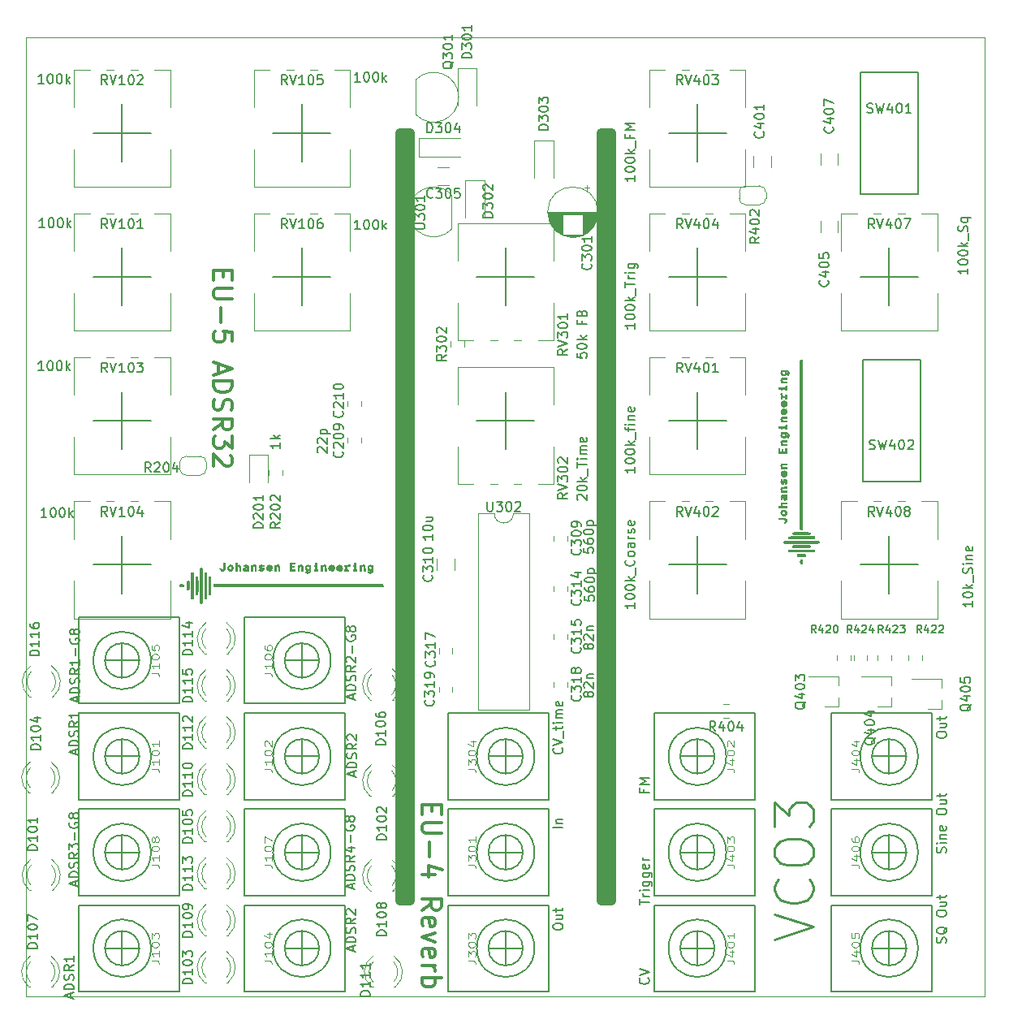
<source format=gbr>
G04 #@! TF.GenerationSoftware,KiCad,Pcbnew,(5.1.0)-1*
G04 #@! TF.CreationDate,2019-05-13T18:05:39+02:00*
G04 #@! TF.ProjectId,KicadJE_ADSR_Mega32,4b696361-644a-4455-9f41-4453525f4d65,rev?*
G04 #@! TF.SameCoordinates,Original*
G04 #@! TF.FileFunction,Legend,Top*
G04 #@! TF.FilePolarity,Positive*
%FSLAX46Y46*%
G04 Gerber Fmt 4.6, Leading zero omitted, Abs format (unit mm)*
G04 Created by KiCad (PCBNEW (5.1.0)-1) date 2019-05-13 18:05:39*
%MOMM*%
%LPD*%
G04 APERTURE LIST*
%ADD10C,0.250000*%
%ADD11C,0.300000*%
%ADD12C,1.000000*%
%ADD13C,0.050000*%
%ADD14C,0.010000*%
%ADD15C,0.120000*%
%ADD16C,0.150000*%
%ADD17C,0.125000*%
G04 APERTURE END LIST*
D10*
X128059523Y-144107142D02*
X132059523Y-142773809D01*
X128059523Y-141440476D01*
X131678571Y-137821428D02*
X131869047Y-138011904D01*
X132059523Y-138583333D01*
X132059523Y-138964285D01*
X131869047Y-139535714D01*
X131488095Y-139916666D01*
X131107142Y-140107142D01*
X130345238Y-140297619D01*
X129773809Y-140297619D01*
X129011904Y-140107142D01*
X128630952Y-139916666D01*
X128250000Y-139535714D01*
X128059523Y-138964285D01*
X128059523Y-138583333D01*
X128250000Y-138011904D01*
X128440476Y-137821428D01*
X128059523Y-135345238D02*
X128059523Y-134583333D01*
X128250000Y-134202380D01*
X128630952Y-133821428D01*
X129392857Y-133630952D01*
X130726190Y-133630952D01*
X131488095Y-133821428D01*
X131869047Y-134202380D01*
X132059523Y-134583333D01*
X132059523Y-135345238D01*
X131869047Y-135726190D01*
X131488095Y-136107142D01*
X130726190Y-136297619D01*
X129392857Y-136297619D01*
X128630952Y-136107142D01*
X128250000Y-135726190D01*
X128059523Y-135345238D01*
X128059523Y-132297619D02*
X128059523Y-129821428D01*
X129583333Y-131154761D01*
X129583333Y-130583333D01*
X129773809Y-130202380D01*
X129964285Y-130011904D01*
X130345238Y-129821428D01*
X131297619Y-129821428D01*
X131678571Y-130011904D01*
X131869047Y-130202380D01*
X132059523Y-130583333D01*
X132059523Y-131726190D01*
X131869047Y-132107142D01*
X131678571Y-132297619D01*
D11*
X70542857Y-74357142D02*
X70542857Y-75023809D01*
X69495238Y-75309523D02*
X69495238Y-74357142D01*
X71495238Y-74357142D01*
X71495238Y-75309523D01*
X71495238Y-76166666D02*
X69876190Y-76166666D01*
X69685714Y-76261904D01*
X69590476Y-76357142D01*
X69495238Y-76547619D01*
X69495238Y-76928571D01*
X69590476Y-77119047D01*
X69685714Y-77214285D01*
X69876190Y-77309523D01*
X71495238Y-77309523D01*
X70257142Y-78261904D02*
X70257142Y-79785714D01*
X71495238Y-81690476D02*
X71495238Y-80738095D01*
X70542857Y-80642857D01*
X70638095Y-80738095D01*
X70733333Y-80928571D01*
X70733333Y-81404761D01*
X70638095Y-81595238D01*
X70542857Y-81690476D01*
X70352380Y-81785714D01*
X69876190Y-81785714D01*
X69685714Y-81690476D01*
X69590476Y-81595238D01*
X69495238Y-81404761D01*
X69495238Y-80928571D01*
X69590476Y-80738095D01*
X69685714Y-80642857D01*
X70066666Y-84071428D02*
X70066666Y-85023809D01*
X69495238Y-83880952D02*
X71495238Y-84547619D01*
X69495238Y-85214285D01*
X69495238Y-85880952D02*
X71495238Y-85880952D01*
X71495238Y-86357142D01*
X71400000Y-86642857D01*
X71209523Y-86833333D01*
X71019047Y-86928571D01*
X70638095Y-87023809D01*
X70352380Y-87023809D01*
X69971428Y-86928571D01*
X69780952Y-86833333D01*
X69590476Y-86642857D01*
X69495238Y-86357142D01*
X69495238Y-85880952D01*
X69590476Y-87785714D02*
X69495238Y-88071428D01*
X69495238Y-88547619D01*
X69590476Y-88738095D01*
X69685714Y-88833333D01*
X69876190Y-88928571D01*
X70066666Y-88928571D01*
X70257142Y-88833333D01*
X70352380Y-88738095D01*
X70447619Y-88547619D01*
X70542857Y-88166666D01*
X70638095Y-87976190D01*
X70733333Y-87880952D01*
X70923809Y-87785714D01*
X71114285Y-87785714D01*
X71304761Y-87880952D01*
X71400000Y-87976190D01*
X71495238Y-88166666D01*
X71495238Y-88642857D01*
X71400000Y-88928571D01*
X69495238Y-90928571D02*
X70447619Y-90261904D01*
X69495238Y-89785714D02*
X71495238Y-89785714D01*
X71495238Y-90547619D01*
X71400000Y-90738095D01*
X71304761Y-90833333D01*
X71114285Y-90928571D01*
X70828571Y-90928571D01*
X70638095Y-90833333D01*
X70542857Y-90738095D01*
X70447619Y-90547619D01*
X70447619Y-89785714D01*
X71495238Y-91595238D02*
X71495238Y-92833333D01*
X70733333Y-92166666D01*
X70733333Y-92452380D01*
X70638095Y-92642857D01*
X70542857Y-92738095D01*
X70352380Y-92833333D01*
X69876190Y-92833333D01*
X69685714Y-92738095D01*
X69590476Y-92642857D01*
X69495238Y-92452380D01*
X69495238Y-91880952D01*
X69590476Y-91690476D01*
X69685714Y-91595238D01*
X71304761Y-93595238D02*
X71400000Y-93690476D01*
X71495238Y-93880952D01*
X71495238Y-94357142D01*
X71400000Y-94547619D01*
X71304761Y-94642857D01*
X71114285Y-94738095D01*
X70923809Y-94738095D01*
X70638095Y-94642857D01*
X69495238Y-93500000D01*
X69495238Y-94738095D01*
X92342857Y-130071428D02*
X92342857Y-130738095D01*
X91295238Y-131023809D02*
X91295238Y-130071428D01*
X93295238Y-130071428D01*
X93295238Y-131023809D01*
X93295238Y-131880952D02*
X91676190Y-131880952D01*
X91485714Y-131976190D01*
X91390476Y-132071428D01*
X91295238Y-132261904D01*
X91295238Y-132642857D01*
X91390476Y-132833333D01*
X91485714Y-132928571D01*
X91676190Y-133023809D01*
X93295238Y-133023809D01*
X92057142Y-133976190D02*
X92057142Y-135500000D01*
X92628571Y-137309523D02*
X91295238Y-137309523D01*
X93390476Y-136833333D02*
X91961904Y-136357142D01*
X91961904Y-137595238D01*
X91295238Y-141023809D02*
X92247619Y-140357142D01*
X91295238Y-139880952D02*
X93295238Y-139880952D01*
X93295238Y-140642857D01*
X93200000Y-140833333D01*
X93104761Y-140928571D01*
X92914285Y-141023809D01*
X92628571Y-141023809D01*
X92438095Y-140928571D01*
X92342857Y-140833333D01*
X92247619Y-140642857D01*
X92247619Y-139880952D01*
X91390476Y-142642857D02*
X91295238Y-142452380D01*
X91295238Y-142071428D01*
X91390476Y-141880952D01*
X91580952Y-141785714D01*
X92342857Y-141785714D01*
X92533333Y-141880952D01*
X92628571Y-142071428D01*
X92628571Y-142452380D01*
X92533333Y-142642857D01*
X92342857Y-142738095D01*
X92152380Y-142738095D01*
X91961904Y-141785714D01*
X92628571Y-143404761D02*
X91295238Y-143880952D01*
X92628571Y-144357142D01*
X91390476Y-145880952D02*
X91295238Y-145690476D01*
X91295238Y-145309523D01*
X91390476Y-145119047D01*
X91580952Y-145023809D01*
X92342857Y-145023809D01*
X92533333Y-145119047D01*
X92628571Y-145309523D01*
X92628571Y-145690476D01*
X92533333Y-145880952D01*
X92342857Y-145976190D01*
X92152380Y-145976190D01*
X91961904Y-145023809D01*
X91295238Y-146833333D02*
X92628571Y-146833333D01*
X92247619Y-146833333D02*
X92438095Y-146928571D01*
X92533333Y-147023809D01*
X92628571Y-147214285D01*
X92628571Y-147404761D01*
X91295238Y-148071428D02*
X93295238Y-148071428D01*
X92533333Y-148071428D02*
X92628571Y-148261904D01*
X92628571Y-148642857D01*
X92533333Y-148833333D01*
X92438095Y-148928571D01*
X92247619Y-149023809D01*
X91676190Y-149023809D01*
X91485714Y-148928571D01*
X91390476Y-148833333D01*
X91295238Y-148642857D01*
X91295238Y-148261904D01*
X91390476Y-148071428D01*
D12*
X89000000Y-60000000D02*
X90000000Y-60000000D01*
X110000000Y-60000000D02*
X111000000Y-60000000D01*
X110000000Y-140000000D02*
X111000000Y-140000000D01*
X89000000Y-140000000D02*
X90000000Y-140000000D01*
X110000000Y-60000000D02*
X110000000Y-140000000D01*
X111000000Y-60000000D02*
X111000000Y-140000000D01*
X90000000Y-60000000D02*
X90000000Y-140000000D01*
X89000000Y-60000000D02*
X89000000Y-140000000D01*
D13*
X50000000Y-150000000D02*
X50000000Y-50000000D01*
X150000000Y-150000000D02*
X50000000Y-150000000D01*
X150000000Y-50000000D02*
X150000000Y-150000000D01*
X50000000Y-50000000D02*
X150000000Y-50000000D01*
D14*
G36*
X128616400Y-86528400D02*
G01*
X128616400Y-86680800D01*
X128447066Y-86680800D01*
X128447066Y-86528400D01*
X128616400Y-86528400D01*
X128616400Y-86528400D01*
G37*
X128616400Y-86528400D02*
X128616400Y-86680800D01*
X128447066Y-86680800D01*
X128447066Y-86528400D01*
X128616400Y-86528400D01*
G36*
X128616400Y-90592401D02*
G01*
X128616400Y-90744801D01*
X128447066Y-90744801D01*
X128447066Y-90592401D01*
X128616400Y-90592401D01*
X128616400Y-90592401D01*
G37*
X128616400Y-90592401D02*
X128616400Y-90744801D01*
X128447066Y-90744801D01*
X128447066Y-90592401D01*
X128616400Y-90592401D01*
G36*
X128673091Y-85665847D02*
G01*
X128695498Y-85619073D01*
X128716569Y-85593101D01*
X128765938Y-85537800D01*
X129276800Y-85526894D01*
X129276800Y-85664800D01*
X129057876Y-85664800D01*
X128963090Y-85665581D01*
X128896503Y-85668329D01*
X128852473Y-85673656D01*
X128825360Y-85682174D01*
X128812343Y-85691410D01*
X128788633Y-85736284D01*
X128791165Y-85789253D01*
X128816939Y-85841331D01*
X128862952Y-85883531D01*
X128879539Y-85892584D01*
X128928409Y-85907431D01*
X129001506Y-85915993D01*
X129103400Y-85918799D01*
X129105792Y-85918800D01*
X129276800Y-85918800D01*
X129276800Y-86054267D01*
X128684133Y-86054267D01*
X128684133Y-85986534D01*
X128686190Y-85943078D01*
X128697042Y-85923758D01*
X128723709Y-85918893D01*
X128733240Y-85918800D01*
X128782347Y-85918800D01*
X128724773Y-85861227D01*
X128687651Y-85818309D01*
X128670913Y-85777580D01*
X128667200Y-85726028D01*
X128673091Y-85665847D01*
X128673091Y-85665847D01*
G37*
X128673091Y-85665847D02*
X128695498Y-85619073D01*
X128716569Y-85593101D01*
X128765938Y-85537800D01*
X129276800Y-85526894D01*
X129276800Y-85664800D01*
X129057876Y-85664800D01*
X128963090Y-85665581D01*
X128896503Y-85668329D01*
X128852473Y-85673656D01*
X128825360Y-85682174D01*
X128812343Y-85691410D01*
X128788633Y-85736284D01*
X128791165Y-85789253D01*
X128816939Y-85841331D01*
X128862952Y-85883531D01*
X128879539Y-85892584D01*
X128928409Y-85907431D01*
X129001506Y-85915993D01*
X129103400Y-85918799D01*
X129105792Y-85918800D01*
X129276800Y-85918800D01*
X129276800Y-86054267D01*
X128684133Y-86054267D01*
X128684133Y-85986534D01*
X128686190Y-85943078D01*
X128697042Y-85923758D01*
X128723709Y-85918893D01*
X128733240Y-85918800D01*
X128782347Y-85918800D01*
X128724773Y-85861227D01*
X128687651Y-85818309D01*
X128670913Y-85777580D01*
X128667200Y-85726028D01*
X128673091Y-85665847D01*
G36*
X129158267Y-86528400D02*
G01*
X129158267Y-86460667D01*
X129160061Y-86417300D01*
X129171139Y-86398027D01*
X129200045Y-86393085D01*
X129217533Y-86392934D01*
X129276800Y-86392934D01*
X129276800Y-86799334D01*
X129217533Y-86799334D01*
X129177811Y-86796713D01*
X129161520Y-86781923D01*
X129158274Y-86744578D01*
X129158267Y-86740067D01*
X129158267Y-86680800D01*
X128802667Y-86680800D01*
X128802667Y-86740067D01*
X128800045Y-86779790D01*
X128785256Y-86796080D01*
X128747911Y-86799326D01*
X128743400Y-86799334D01*
X128684133Y-86799334D01*
X128684133Y-86528400D01*
X129158267Y-86528400D01*
X129158267Y-86528400D01*
G37*
X129158267Y-86528400D02*
X129158267Y-86460667D01*
X129160061Y-86417300D01*
X129171139Y-86398027D01*
X129200045Y-86393085D01*
X129217533Y-86392934D01*
X129276800Y-86392934D01*
X129276800Y-86799334D01*
X129217533Y-86799334D01*
X129177811Y-86796713D01*
X129161520Y-86781923D01*
X129158274Y-86744578D01*
X129158267Y-86740067D01*
X129158267Y-86680800D01*
X128802667Y-86680800D01*
X128802667Y-86740067D01*
X128800045Y-86779790D01*
X128785256Y-86796080D01*
X128747911Y-86799326D01*
X128743400Y-86799334D01*
X128684133Y-86799334D01*
X128684133Y-86528400D01*
X129158267Y-86528400D01*
G36*
X128671217Y-87138401D02*
G01*
X128684513Y-87105312D01*
X128711241Y-87096645D01*
X128749508Y-87105849D01*
X128783509Y-87120051D01*
X128797309Y-87138522D01*
X128796721Y-87173209D01*
X128793475Y-87196199D01*
X128794189Y-87277845D01*
X128819055Y-87349696D01*
X128864506Y-87403191D01*
X128885158Y-87416276D01*
X128938770Y-87433092D01*
X129013648Y-87441937D01*
X129047359Y-87442800D01*
X129158267Y-87442800D01*
X129158267Y-87375067D01*
X129160061Y-87331700D01*
X129171139Y-87312427D01*
X129200045Y-87307485D01*
X129217533Y-87307334D01*
X129276800Y-87307334D01*
X129276800Y-87713734D01*
X129217533Y-87713734D01*
X129179587Y-87711683D01*
X129162723Y-87699022D01*
X129158399Y-87665987D01*
X129158267Y-87646000D01*
X129158267Y-87578267D01*
X128785733Y-87578267D01*
X128785733Y-87646000D01*
X128783727Y-87689432D01*
X128772856Y-87708739D01*
X128745841Y-87713627D01*
X128734933Y-87713734D01*
X128684133Y-87713734D01*
X128684133Y-87442800D01*
X128793854Y-87442800D01*
X128746410Y-87398809D01*
X128697692Y-87340049D01*
X128672955Y-87271673D01*
X128667459Y-87200398D01*
X128671217Y-87138401D01*
X128671217Y-87138401D01*
G37*
X128671217Y-87138401D02*
X128684513Y-87105312D01*
X128711241Y-87096645D01*
X128749508Y-87105849D01*
X128783509Y-87120051D01*
X128797309Y-87138522D01*
X128796721Y-87173209D01*
X128793475Y-87196199D01*
X128794189Y-87277845D01*
X128819055Y-87349696D01*
X128864506Y-87403191D01*
X128885158Y-87416276D01*
X128938770Y-87433092D01*
X129013648Y-87441937D01*
X129047359Y-87442800D01*
X129158267Y-87442800D01*
X129158267Y-87375067D01*
X129160061Y-87331700D01*
X129171139Y-87312427D01*
X129200045Y-87307485D01*
X129217533Y-87307334D01*
X129276800Y-87307334D01*
X129276800Y-87713734D01*
X129217533Y-87713734D01*
X129179587Y-87711683D01*
X129162723Y-87699022D01*
X129158399Y-87665987D01*
X129158267Y-87646000D01*
X129158267Y-87578267D01*
X128785733Y-87578267D01*
X128785733Y-87646000D01*
X128783727Y-87689432D01*
X128772856Y-87708739D01*
X128745841Y-87713627D01*
X128734933Y-87713734D01*
X128684133Y-87713734D01*
X128684133Y-87442800D01*
X128793854Y-87442800D01*
X128746410Y-87398809D01*
X128697692Y-87340049D01*
X128672955Y-87271673D01*
X128667459Y-87200398D01*
X128671217Y-87138401D01*
G36*
X128673091Y-89729847D02*
G01*
X128695498Y-89683073D01*
X128716569Y-89657101D01*
X128765938Y-89601800D01*
X129276800Y-89590894D01*
X129276800Y-89728800D01*
X129057876Y-89728800D01*
X128963090Y-89729581D01*
X128896503Y-89732329D01*
X128852473Y-89737656D01*
X128825360Y-89746174D01*
X128812343Y-89755410D01*
X128788633Y-89800284D01*
X128791165Y-89853253D01*
X128816939Y-89905331D01*
X128862952Y-89947531D01*
X128879539Y-89956584D01*
X128928409Y-89971431D01*
X129001506Y-89979993D01*
X129103400Y-89982799D01*
X129105792Y-89982800D01*
X129276800Y-89982800D01*
X129276800Y-90118267D01*
X128684133Y-90118267D01*
X128684133Y-90050534D01*
X128686190Y-90007078D01*
X128697042Y-89987758D01*
X128723709Y-89982893D01*
X128733240Y-89982800D01*
X128782347Y-89982800D01*
X128724773Y-89925227D01*
X128687651Y-89882309D01*
X128670913Y-89841580D01*
X128667200Y-89790028D01*
X128673091Y-89729847D01*
X128673091Y-89729847D01*
G37*
X128673091Y-89729847D02*
X128695498Y-89683073D01*
X128716569Y-89657101D01*
X128765938Y-89601800D01*
X129276800Y-89590894D01*
X129276800Y-89728800D01*
X129057876Y-89728800D01*
X128963090Y-89729581D01*
X128896503Y-89732329D01*
X128852473Y-89737656D01*
X128825360Y-89746174D01*
X128812343Y-89755410D01*
X128788633Y-89800284D01*
X128791165Y-89853253D01*
X128816939Y-89905331D01*
X128862952Y-89947531D01*
X128879539Y-89956584D01*
X128928409Y-89971431D01*
X129001506Y-89979993D01*
X129103400Y-89982799D01*
X129105792Y-89982800D01*
X129276800Y-89982800D01*
X129276800Y-90118267D01*
X128684133Y-90118267D01*
X128684133Y-90050534D01*
X128686190Y-90007078D01*
X128697042Y-89987758D01*
X128723709Y-89982893D01*
X128733240Y-89982800D01*
X128782347Y-89982800D01*
X128724773Y-89925227D01*
X128687651Y-89882309D01*
X128670913Y-89841580D01*
X128667200Y-89790028D01*
X128673091Y-89729847D01*
G36*
X129158267Y-90592401D02*
G01*
X129158267Y-90524667D01*
X129160061Y-90481300D01*
X129171139Y-90462027D01*
X129200045Y-90457085D01*
X129217533Y-90456934D01*
X129276800Y-90456934D01*
X129276800Y-90863334D01*
X129217533Y-90863334D01*
X129177811Y-90860713D01*
X129161520Y-90845923D01*
X129158274Y-90808578D01*
X129158267Y-90804067D01*
X129158267Y-90744801D01*
X128802667Y-90744801D01*
X128802667Y-90804067D01*
X128800045Y-90843790D01*
X128785256Y-90860080D01*
X128747911Y-90863326D01*
X128743400Y-90863334D01*
X128684133Y-90863334D01*
X128684133Y-90592401D01*
X129158267Y-90592401D01*
X129158267Y-90592401D01*
G37*
X129158267Y-90592401D02*
X129158267Y-90524667D01*
X129160061Y-90481300D01*
X129171139Y-90462027D01*
X129200045Y-90457085D01*
X129217533Y-90456934D01*
X129276800Y-90456934D01*
X129276800Y-90863334D01*
X129217533Y-90863334D01*
X129177811Y-90860713D01*
X129161520Y-90845923D01*
X129158274Y-90808578D01*
X129158267Y-90804067D01*
X129158267Y-90744801D01*
X128802667Y-90744801D01*
X128802667Y-90804067D01*
X128800045Y-90843790D01*
X128785256Y-90860080D01*
X128747911Y-90863326D01*
X128743400Y-90863334D01*
X128684133Y-90863334D01*
X128684133Y-90592401D01*
X129158267Y-90592401D01*
G36*
X128673091Y-92168247D02*
G01*
X128695498Y-92121473D01*
X128716569Y-92095501D01*
X128765938Y-92040201D01*
X129021369Y-92034747D01*
X129276800Y-92029294D01*
X129276800Y-92167201D01*
X129057876Y-92167201D01*
X128963090Y-92167981D01*
X128896503Y-92170729D01*
X128852473Y-92176056D01*
X128825360Y-92184574D01*
X128812343Y-92193810D01*
X128788633Y-92238684D01*
X128791165Y-92291653D01*
X128816939Y-92343731D01*
X128862952Y-92385931D01*
X128879539Y-92394984D01*
X128928409Y-92409831D01*
X129001506Y-92418393D01*
X129103400Y-92421199D01*
X129105792Y-92421201D01*
X129276800Y-92421201D01*
X129276800Y-92556667D01*
X128684133Y-92556667D01*
X128684133Y-92488934D01*
X128686190Y-92445478D01*
X128697042Y-92426158D01*
X128723709Y-92421293D01*
X128733240Y-92421201D01*
X128782347Y-92421201D01*
X128724773Y-92363627D01*
X128687651Y-92320709D01*
X128670913Y-92279980D01*
X128667200Y-92228428D01*
X128673091Y-92168247D01*
X128673091Y-92168247D01*
G37*
X128673091Y-92168247D02*
X128695498Y-92121473D01*
X128716569Y-92095501D01*
X128765938Y-92040201D01*
X129021369Y-92034747D01*
X129276800Y-92029294D01*
X129276800Y-92167201D01*
X129057876Y-92167201D01*
X128963090Y-92167981D01*
X128896503Y-92170729D01*
X128852473Y-92176056D01*
X128825360Y-92184574D01*
X128812343Y-92193810D01*
X128788633Y-92238684D01*
X128791165Y-92291653D01*
X128816939Y-92343731D01*
X128862952Y-92385931D01*
X128879539Y-92394984D01*
X128928409Y-92409831D01*
X129001506Y-92418393D01*
X129103400Y-92421199D01*
X129105792Y-92421201D01*
X129276800Y-92421201D01*
X129276800Y-92556667D01*
X128684133Y-92556667D01*
X128684133Y-92488934D01*
X128686190Y-92445478D01*
X128697042Y-92426158D01*
X128723709Y-92421293D01*
X128733240Y-92421201D01*
X128782347Y-92421201D01*
X128724773Y-92363627D01*
X128687651Y-92320709D01*
X128670913Y-92279980D01*
X128667200Y-92228428D01*
X128673091Y-92168247D01*
G36*
X128565600Y-92844534D02*
G01*
X128565600Y-93234001D01*
X128802667Y-93234001D01*
X128802667Y-92929201D01*
X128921200Y-92929201D01*
X128921200Y-93234001D01*
X129158267Y-93234001D01*
X129158267Y-92844534D01*
X129276800Y-92844534D01*
X129276800Y-93369467D01*
X128447066Y-93369467D01*
X128447066Y-92844534D01*
X128565600Y-92844534D01*
X128565600Y-92844534D01*
G37*
X128565600Y-92844534D02*
X128565600Y-93234001D01*
X128802667Y-93234001D01*
X128802667Y-92929201D01*
X128921200Y-92929201D01*
X128921200Y-93234001D01*
X129158267Y-93234001D01*
X129158267Y-92844534D01*
X129276800Y-92844534D01*
X129276800Y-93369467D01*
X128447066Y-93369467D01*
X128447066Y-92844534D01*
X128565600Y-92844534D01*
G36*
X128673091Y-94589714D02*
G01*
X128695498Y-94542940D01*
X128716569Y-94516968D01*
X128765938Y-94461667D01*
X129276800Y-94450761D01*
X129276800Y-94588667D01*
X129057876Y-94588667D01*
X128963090Y-94589447D01*
X128896503Y-94592195D01*
X128852473Y-94597523D01*
X128825360Y-94606040D01*
X128812343Y-94615277D01*
X128788633Y-94660151D01*
X128791165Y-94713120D01*
X128816939Y-94765198D01*
X128862952Y-94807398D01*
X128879539Y-94816451D01*
X128928409Y-94831298D01*
X129001506Y-94839859D01*
X129103400Y-94842666D01*
X129105792Y-94842667D01*
X129276800Y-94842667D01*
X129276800Y-94978134D01*
X128684133Y-94978134D01*
X128684133Y-94910400D01*
X128686190Y-94866944D01*
X128697042Y-94847625D01*
X128723709Y-94842760D01*
X128733240Y-94842667D01*
X128782347Y-94842667D01*
X128724773Y-94785094D01*
X128687651Y-94742176D01*
X128670913Y-94701447D01*
X128667200Y-94649894D01*
X128673091Y-94589714D01*
X128673091Y-94589714D01*
G37*
X128673091Y-94589714D02*
X128695498Y-94542940D01*
X128716569Y-94516968D01*
X128765938Y-94461667D01*
X129276800Y-94450761D01*
X129276800Y-94588667D01*
X129057876Y-94588667D01*
X128963090Y-94589447D01*
X128896503Y-94592195D01*
X128852473Y-94597523D01*
X128825360Y-94606040D01*
X128812343Y-94615277D01*
X128788633Y-94660151D01*
X128791165Y-94713120D01*
X128816939Y-94765198D01*
X128862952Y-94807398D01*
X128879539Y-94816451D01*
X128928409Y-94831298D01*
X129001506Y-94839859D01*
X129103400Y-94842666D01*
X129105792Y-94842667D01*
X129276800Y-94842667D01*
X129276800Y-94978134D01*
X128684133Y-94978134D01*
X128684133Y-94910400D01*
X128686190Y-94866944D01*
X128697042Y-94847625D01*
X128723709Y-94842760D01*
X128733240Y-94842667D01*
X128782347Y-94842667D01*
X128724773Y-94785094D01*
X128687651Y-94742176D01*
X128670913Y-94701447D01*
X128667200Y-94649894D01*
X128673091Y-94589714D01*
G36*
X128673091Y-97028114D02*
G01*
X128695498Y-96981340D01*
X128716569Y-96955368D01*
X128765938Y-96900067D01*
X129276800Y-96889161D01*
X129276800Y-97027067D01*
X129057876Y-97027067D01*
X128963090Y-97027847D01*
X128896503Y-97030595D01*
X128852473Y-97035923D01*
X128825360Y-97044440D01*
X128812343Y-97053677D01*
X128788633Y-97098551D01*
X128791165Y-97151520D01*
X128816939Y-97203598D01*
X128862952Y-97245798D01*
X128879539Y-97254851D01*
X128928409Y-97269698D01*
X129001506Y-97278259D01*
X129103400Y-97281066D01*
X129105792Y-97281067D01*
X129276800Y-97281067D01*
X129276800Y-97416534D01*
X128684133Y-97416534D01*
X128684133Y-97348800D01*
X128686190Y-97305344D01*
X128697042Y-97286025D01*
X128723709Y-97281160D01*
X128733240Y-97281067D01*
X128782347Y-97281067D01*
X128724773Y-97223494D01*
X128687651Y-97180576D01*
X128670913Y-97139847D01*
X128667200Y-97088294D01*
X128673091Y-97028114D01*
X128673091Y-97028114D01*
G37*
X128673091Y-97028114D02*
X128695498Y-96981340D01*
X128716569Y-96955368D01*
X128765938Y-96900067D01*
X129276800Y-96889161D01*
X129276800Y-97027067D01*
X129057876Y-97027067D01*
X128963090Y-97027847D01*
X128896503Y-97030595D01*
X128852473Y-97035923D01*
X128825360Y-97044440D01*
X128812343Y-97053677D01*
X128788633Y-97098551D01*
X128791165Y-97151520D01*
X128816939Y-97203598D01*
X128862952Y-97245798D01*
X128879539Y-97254851D01*
X128928409Y-97269698D01*
X129001506Y-97278259D01*
X129103400Y-97281066D01*
X129105792Y-97281067D01*
X129276800Y-97281067D01*
X129276800Y-97416534D01*
X128684133Y-97416534D01*
X128684133Y-97348800D01*
X128686190Y-97305344D01*
X128697042Y-97286025D01*
X128723709Y-97281160D01*
X128733240Y-97281067D01*
X128782347Y-97281067D01*
X128724773Y-97223494D01*
X128687651Y-97180576D01*
X128670913Y-97139847D01*
X128667200Y-97088294D01*
X128673091Y-97028114D01*
G36*
X128786267Y-98906667D02*
G01*
X128733025Y-98859095D01*
X128697467Y-98819852D01*
X128678874Y-98774697D01*
X128671569Y-98726046D01*
X128668858Y-98671409D01*
X128677095Y-98634255D01*
X128701046Y-98598769D01*
X128714647Y-98583119D01*
X128765938Y-98525667D01*
X129276800Y-98514761D01*
X129276800Y-98652667D01*
X129057876Y-98652667D01*
X128963090Y-98653447D01*
X128896503Y-98656195D01*
X128852473Y-98661523D01*
X128825360Y-98670040D01*
X128812343Y-98679277D01*
X128788633Y-98724151D01*
X128791165Y-98777120D01*
X128816939Y-98829198D01*
X128862952Y-98871398D01*
X128879539Y-98880451D01*
X128928409Y-98895298D01*
X129001506Y-98903859D01*
X129103400Y-98906666D01*
X129105792Y-98906667D01*
X129276800Y-98906667D01*
X129276800Y-99042134D01*
X128447066Y-99042134D01*
X128447066Y-98906667D01*
X128786267Y-98906667D01*
X128786267Y-98906667D01*
G37*
X128786267Y-98906667D02*
X128733025Y-98859095D01*
X128697467Y-98819852D01*
X128678874Y-98774697D01*
X128671569Y-98726046D01*
X128668858Y-98671409D01*
X128677095Y-98634255D01*
X128701046Y-98598769D01*
X128714647Y-98583119D01*
X128765938Y-98525667D01*
X129276800Y-98514761D01*
X129276800Y-98652667D01*
X129057876Y-98652667D01*
X128963090Y-98653447D01*
X128896503Y-98656195D01*
X128852473Y-98661523D01*
X128825360Y-98670040D01*
X128812343Y-98679277D01*
X128788633Y-98724151D01*
X128791165Y-98777120D01*
X128816939Y-98829198D01*
X128862952Y-98871398D01*
X128879539Y-98880451D01*
X128928409Y-98895298D01*
X129001506Y-98903859D01*
X129103400Y-98906666D01*
X129105792Y-98906667D01*
X129276800Y-98906667D01*
X129276800Y-99042134D01*
X128447066Y-99042134D01*
X128447066Y-98906667D01*
X128786267Y-98906667D01*
G36*
X128677717Y-88142783D02*
G01*
X128710655Y-88060559D01*
X128754149Y-88006642D01*
X128823393Y-87960185D01*
X128914642Y-87924358D01*
X128976233Y-87909846D01*
X129039733Y-87898466D01*
X129039733Y-88407274D01*
X129081250Y-88388358D01*
X129122372Y-88353980D01*
X129155290Y-88298510D01*
X129173295Y-88234693D01*
X129174828Y-88210708D01*
X129167499Y-88165058D01*
X129149606Y-88109052D01*
X129141980Y-88090928D01*
X129109505Y-88019388D01*
X129152802Y-87985331D01*
X129196098Y-87951274D01*
X129229137Y-87993277D01*
X129270380Y-88070411D01*
X129290868Y-88164045D01*
X129289676Y-88263226D01*
X129265879Y-88356999D01*
X129260824Y-88368781D01*
X129209215Y-88444552D01*
X129136991Y-88499259D01*
X129051195Y-88531380D01*
X128958873Y-88539391D01*
X128894580Y-88527052D01*
X128894580Y-88391372D01*
X128909856Y-88376846D01*
X128918048Y-88334551D01*
X128921035Y-88261924D01*
X128921200Y-88230200D01*
X128920004Y-88151150D01*
X128915976Y-88101168D01*
X128908457Y-88075526D01*
X128898752Y-88069334D01*
X128872860Y-88080801D01*
X128839303Y-88108829D01*
X128835252Y-88113031D01*
X128804824Y-88159265D01*
X128794381Y-88218421D01*
X128794200Y-88230200D01*
X128801935Y-88292892D01*
X128828777Y-88340154D01*
X128835252Y-88347370D01*
X128870339Y-88380692D01*
X128894580Y-88391372D01*
X128894580Y-88527052D01*
X128867067Y-88521771D01*
X128782823Y-88476996D01*
X128777852Y-88473169D01*
X128718884Y-88407050D01*
X128682256Y-88324379D01*
X128668392Y-88233507D01*
X128677717Y-88142783D01*
X128677717Y-88142783D01*
G37*
X128677717Y-88142783D02*
X128710655Y-88060559D01*
X128754149Y-88006642D01*
X128823393Y-87960185D01*
X128914642Y-87924358D01*
X128976233Y-87909846D01*
X129039733Y-87898466D01*
X129039733Y-88407274D01*
X129081250Y-88388358D01*
X129122372Y-88353980D01*
X129155290Y-88298510D01*
X129173295Y-88234693D01*
X129174828Y-88210708D01*
X129167499Y-88165058D01*
X129149606Y-88109052D01*
X129141980Y-88090928D01*
X129109505Y-88019388D01*
X129152802Y-87985331D01*
X129196098Y-87951274D01*
X129229137Y-87993277D01*
X129270380Y-88070411D01*
X129290868Y-88164045D01*
X129289676Y-88263226D01*
X129265879Y-88356999D01*
X129260824Y-88368781D01*
X129209215Y-88444552D01*
X129136991Y-88499259D01*
X129051195Y-88531380D01*
X128958873Y-88539391D01*
X128894580Y-88527052D01*
X128894580Y-88391372D01*
X128909856Y-88376846D01*
X128918048Y-88334551D01*
X128921035Y-88261924D01*
X128921200Y-88230200D01*
X128920004Y-88151150D01*
X128915976Y-88101168D01*
X128908457Y-88075526D01*
X128898752Y-88069334D01*
X128872860Y-88080801D01*
X128839303Y-88108829D01*
X128835252Y-88113031D01*
X128804824Y-88159265D01*
X128794381Y-88218421D01*
X128794200Y-88230200D01*
X128801935Y-88292892D01*
X128828777Y-88340154D01*
X128835252Y-88347370D01*
X128870339Y-88380692D01*
X128894580Y-88391372D01*
X128894580Y-88527052D01*
X128867067Y-88521771D01*
X128782823Y-88476996D01*
X128777852Y-88473169D01*
X128718884Y-88407050D01*
X128682256Y-88324379D01*
X128668392Y-88233507D01*
X128677717Y-88142783D01*
G36*
X128677717Y-88955583D02*
G01*
X128710655Y-88873359D01*
X128754149Y-88819442D01*
X128823393Y-88772985D01*
X128914642Y-88737158D01*
X128976233Y-88722646D01*
X129039733Y-88711266D01*
X129039733Y-89220074D01*
X129081250Y-89201158D01*
X129122372Y-89166780D01*
X129155290Y-89111310D01*
X129173295Y-89047493D01*
X129174828Y-89023508D01*
X129167499Y-88977858D01*
X129149606Y-88921852D01*
X129141980Y-88903728D01*
X129109505Y-88832188D01*
X129152802Y-88798131D01*
X129196098Y-88764074D01*
X129229137Y-88806077D01*
X129270380Y-88883211D01*
X129290868Y-88976845D01*
X129289676Y-89076026D01*
X129265879Y-89169799D01*
X129260824Y-89181581D01*
X129209215Y-89257352D01*
X129136991Y-89312059D01*
X129051195Y-89344180D01*
X128958873Y-89352191D01*
X128894580Y-89339852D01*
X128894580Y-89204172D01*
X128909856Y-89189646D01*
X128918048Y-89147351D01*
X128921035Y-89074724D01*
X128921200Y-89043000D01*
X128920004Y-88963950D01*
X128915976Y-88913968D01*
X128908457Y-88888326D01*
X128898752Y-88882134D01*
X128872860Y-88893601D01*
X128839303Y-88921629D01*
X128835252Y-88925831D01*
X128804824Y-88972065D01*
X128794381Y-89031221D01*
X128794200Y-89043000D01*
X128801935Y-89105692D01*
X128828777Y-89152954D01*
X128835252Y-89160170D01*
X128870339Y-89193492D01*
X128894580Y-89204172D01*
X128894580Y-89339852D01*
X128867067Y-89334571D01*
X128782823Y-89289796D01*
X128777852Y-89285969D01*
X128718884Y-89219850D01*
X128682256Y-89137179D01*
X128668392Y-89046307D01*
X128677717Y-88955583D01*
X128677717Y-88955583D01*
G37*
X128677717Y-88955583D02*
X128710655Y-88873359D01*
X128754149Y-88819442D01*
X128823393Y-88772985D01*
X128914642Y-88737158D01*
X128976233Y-88722646D01*
X129039733Y-88711266D01*
X129039733Y-89220074D01*
X129081250Y-89201158D01*
X129122372Y-89166780D01*
X129155290Y-89111310D01*
X129173295Y-89047493D01*
X129174828Y-89023508D01*
X129167499Y-88977858D01*
X129149606Y-88921852D01*
X129141980Y-88903728D01*
X129109505Y-88832188D01*
X129152802Y-88798131D01*
X129196098Y-88764074D01*
X129229137Y-88806077D01*
X129270380Y-88883211D01*
X129290868Y-88976845D01*
X129289676Y-89076026D01*
X129265879Y-89169799D01*
X129260824Y-89181581D01*
X129209215Y-89257352D01*
X129136991Y-89312059D01*
X129051195Y-89344180D01*
X128958873Y-89352191D01*
X128894580Y-89339852D01*
X128894580Y-89204172D01*
X128909856Y-89189646D01*
X128918048Y-89147351D01*
X128921035Y-89074724D01*
X128921200Y-89043000D01*
X128920004Y-88963950D01*
X128915976Y-88913968D01*
X128908457Y-88888326D01*
X128898752Y-88882134D01*
X128872860Y-88893601D01*
X128839303Y-88921629D01*
X128835252Y-88925831D01*
X128804824Y-88972065D01*
X128794381Y-89031221D01*
X128794200Y-89043000D01*
X128801935Y-89105692D01*
X128828777Y-89152954D01*
X128835252Y-89160170D01*
X128870339Y-89193492D01*
X128894580Y-89204172D01*
X128894580Y-89339852D01*
X128867067Y-89334571D01*
X128782823Y-89289796D01*
X128777852Y-89285969D01*
X128718884Y-89219850D01*
X128682256Y-89137179D01*
X128668392Y-89046307D01*
X128677717Y-88955583D01*
G36*
X128677717Y-95441050D02*
G01*
X128710655Y-95358825D01*
X128754149Y-95304909D01*
X128823393Y-95258452D01*
X128914642Y-95222625D01*
X128976233Y-95208113D01*
X129039733Y-95196733D01*
X129039733Y-95705541D01*
X129081250Y-95686625D01*
X129122372Y-95652246D01*
X129155290Y-95596777D01*
X129173295Y-95532960D01*
X129174828Y-95508975D01*
X129167499Y-95463325D01*
X129149606Y-95407319D01*
X129141980Y-95389194D01*
X129109505Y-95317655D01*
X129152802Y-95283598D01*
X129196098Y-95249541D01*
X129229137Y-95291543D01*
X129270380Y-95368678D01*
X129290868Y-95462312D01*
X129289676Y-95561492D01*
X129265879Y-95655265D01*
X129260824Y-95667047D01*
X129209215Y-95742819D01*
X129136991Y-95797526D01*
X129051195Y-95829646D01*
X128958873Y-95837658D01*
X128894580Y-95825319D01*
X128894580Y-95689638D01*
X128909856Y-95675113D01*
X128918048Y-95632818D01*
X128921035Y-95560190D01*
X128921200Y-95528467D01*
X128920004Y-95449417D01*
X128915976Y-95399435D01*
X128908457Y-95373792D01*
X128898752Y-95367600D01*
X128872860Y-95379067D01*
X128839303Y-95407096D01*
X128835252Y-95411298D01*
X128804824Y-95457531D01*
X128794381Y-95516687D01*
X128794200Y-95528467D01*
X128801935Y-95591159D01*
X128828777Y-95638421D01*
X128835252Y-95645636D01*
X128870339Y-95678958D01*
X128894580Y-95689638D01*
X128894580Y-95825319D01*
X128867067Y-95820038D01*
X128782823Y-95775263D01*
X128777852Y-95771436D01*
X128718884Y-95705317D01*
X128682256Y-95622646D01*
X128668392Y-95531773D01*
X128677717Y-95441050D01*
X128677717Y-95441050D01*
G37*
X128677717Y-95441050D02*
X128710655Y-95358825D01*
X128754149Y-95304909D01*
X128823393Y-95258452D01*
X128914642Y-95222625D01*
X128976233Y-95208113D01*
X129039733Y-95196733D01*
X129039733Y-95705541D01*
X129081250Y-95686625D01*
X129122372Y-95652246D01*
X129155290Y-95596777D01*
X129173295Y-95532960D01*
X129174828Y-95508975D01*
X129167499Y-95463325D01*
X129149606Y-95407319D01*
X129141980Y-95389194D01*
X129109505Y-95317655D01*
X129152802Y-95283598D01*
X129196098Y-95249541D01*
X129229137Y-95291543D01*
X129270380Y-95368678D01*
X129290868Y-95462312D01*
X129289676Y-95561492D01*
X129265879Y-95655265D01*
X129260824Y-95667047D01*
X129209215Y-95742819D01*
X129136991Y-95797526D01*
X129051195Y-95829646D01*
X128958873Y-95837658D01*
X128894580Y-95825319D01*
X128894580Y-95689638D01*
X128909856Y-95675113D01*
X128918048Y-95632818D01*
X128921035Y-95560190D01*
X128921200Y-95528467D01*
X128920004Y-95449417D01*
X128915976Y-95399435D01*
X128908457Y-95373792D01*
X128898752Y-95367600D01*
X128872860Y-95379067D01*
X128839303Y-95407096D01*
X128835252Y-95411298D01*
X128804824Y-95457531D01*
X128794381Y-95516687D01*
X128794200Y-95528467D01*
X128801935Y-95591159D01*
X128828777Y-95638421D01*
X128835252Y-95645636D01*
X128870339Y-95678958D01*
X128894580Y-95689638D01*
X128894580Y-95825319D01*
X128867067Y-95820038D01*
X128782823Y-95775263D01*
X128777852Y-95771436D01*
X128718884Y-95705317D01*
X128682256Y-95622646D01*
X128668392Y-95531773D01*
X128677717Y-95441050D01*
G36*
X128675849Y-96249157D02*
G01*
X128694038Y-96175547D01*
X128720810Y-96122104D01*
X128725948Y-96116014D01*
X128754002Y-96104555D01*
X128788643Y-96110975D01*
X128817544Y-96129605D01*
X128828379Y-96154774D01*
X128826484Y-96162250D01*
X128804938Y-96229952D01*
X128793348Y-96303005D01*
X128791616Y-96373021D01*
X128799647Y-96431614D01*
X128817343Y-96470394D01*
X128830139Y-96479872D01*
X128852607Y-96483236D01*
X128870377Y-96470639D01*
X128885711Y-96437484D01*
X128900870Y-96379174D01*
X128915193Y-96307025D01*
X128939266Y-96205285D01*
X128969569Y-96133608D01*
X129008878Y-96088369D01*
X129059972Y-96065940D01*
X129102971Y-96061867D01*
X129170649Y-96077007D01*
X129225217Y-96119295D01*
X129265087Y-96184033D01*
X129288672Y-96266524D01*
X129294386Y-96362071D01*
X129280643Y-96465974D01*
X129261803Y-96532100D01*
X129243043Y-96583107D01*
X129227360Y-96620002D01*
X129220566Y-96631746D01*
X129199501Y-96632998D01*
X129162006Y-96622163D01*
X129157512Y-96620355D01*
X129130706Y-96608443D01*
X129116760Y-96595306D01*
X129115315Y-96573396D01*
X129126010Y-96535161D01*
X129148485Y-96473050D01*
X129150249Y-96468267D01*
X129171140Y-96369117D01*
X129170694Y-96310637D01*
X129157598Y-96240951D01*
X129136750Y-96203202D01*
X129111677Y-96197391D01*
X129085909Y-96223521D01*
X129062974Y-96281596D01*
X129056044Y-96310543D01*
X129035881Y-96404044D01*
X129019246Y-96470598D01*
X129003850Y-96516623D01*
X128987405Y-96548535D01*
X128967624Y-96572752D01*
X128959901Y-96580217D01*
X128901345Y-96614791D01*
X128838281Y-96619518D01*
X128776931Y-96596672D01*
X128723522Y-96548527D01*
X128685210Y-96479865D01*
X128670190Y-96412428D01*
X128667485Y-96331821D01*
X128675849Y-96249157D01*
X128675849Y-96249157D01*
G37*
X128675849Y-96249157D02*
X128694038Y-96175547D01*
X128720810Y-96122104D01*
X128725948Y-96116014D01*
X128754002Y-96104555D01*
X128788643Y-96110975D01*
X128817544Y-96129605D01*
X128828379Y-96154774D01*
X128826484Y-96162250D01*
X128804938Y-96229952D01*
X128793348Y-96303005D01*
X128791616Y-96373021D01*
X128799647Y-96431614D01*
X128817343Y-96470394D01*
X128830139Y-96479872D01*
X128852607Y-96483236D01*
X128870377Y-96470639D01*
X128885711Y-96437484D01*
X128900870Y-96379174D01*
X128915193Y-96307025D01*
X128939266Y-96205285D01*
X128969569Y-96133608D01*
X129008878Y-96088369D01*
X129059972Y-96065940D01*
X129102971Y-96061867D01*
X129170649Y-96077007D01*
X129225217Y-96119295D01*
X129265087Y-96184033D01*
X129288672Y-96266524D01*
X129294386Y-96362071D01*
X129280643Y-96465974D01*
X129261803Y-96532100D01*
X129243043Y-96583107D01*
X129227360Y-96620002D01*
X129220566Y-96631746D01*
X129199501Y-96632998D01*
X129162006Y-96622163D01*
X129157512Y-96620355D01*
X129130706Y-96608443D01*
X129116760Y-96595306D01*
X129115315Y-96573396D01*
X129126010Y-96535161D01*
X129148485Y-96473050D01*
X129150249Y-96468267D01*
X129171140Y-96369117D01*
X129170694Y-96310637D01*
X129157598Y-96240951D01*
X129136750Y-96203202D01*
X129111677Y-96197391D01*
X129085909Y-96223521D01*
X129062974Y-96281596D01*
X129056044Y-96310543D01*
X129035881Y-96404044D01*
X129019246Y-96470598D01*
X129003850Y-96516623D01*
X128987405Y-96548535D01*
X128967624Y-96572752D01*
X128959901Y-96580217D01*
X128901345Y-96614791D01*
X128838281Y-96619518D01*
X128776931Y-96596672D01*
X128723522Y-96548527D01*
X128685210Y-96479865D01*
X128670190Y-96412428D01*
X128667485Y-96331821D01*
X128675849Y-96249157D01*
G36*
X128691944Y-97836320D02*
G01*
X128735525Y-97764708D01*
X128760565Y-97741110D01*
X128781943Y-97726353D01*
X128806307Y-97716164D01*
X128840050Y-97709710D01*
X128889567Y-97706154D01*
X128961253Y-97704665D01*
X129042017Y-97704400D01*
X129276800Y-97704400D01*
X129276800Y-97772134D01*
X129274003Y-97816379D01*
X129262588Y-97835950D01*
X129242426Y-97839867D01*
X129221082Y-97841430D01*
X129218907Y-97851502D01*
X129236403Y-97878162D01*
X129245576Y-97890620D01*
X129275366Y-97952341D01*
X129290153Y-98039033D01*
X129290428Y-98042701D01*
X129293296Y-98100543D01*
X129288586Y-98137728D01*
X129272062Y-98167299D01*
X129239487Y-98202300D01*
X129238172Y-98203615D01*
X129192725Y-98242610D01*
X129150742Y-98260054D01*
X129112353Y-98263200D01*
X129089584Y-98258359D01*
X129089584Y-98125109D01*
X129134473Y-98117823D01*
X129162505Y-98083700D01*
X129171201Y-98026568D01*
X129169263Y-98002200D01*
X129154967Y-97946022D01*
X129131320Y-97896579D01*
X129128199Y-97892133D01*
X129091179Y-97859093D01*
X129050759Y-97842976D01*
X129023864Y-97841923D01*
X129010801Y-97852724D01*
X129006805Y-97883643D01*
X129006822Y-97919176D01*
X129014674Y-98009442D01*
X129034918Y-98076156D01*
X129066139Y-98115790D01*
X129089584Y-98125109D01*
X129089584Y-98258359D01*
X129040434Y-98247908D01*
X128983001Y-98202829D01*
X128940865Y-98129159D01*
X128914840Y-98028097D01*
X128907719Y-97961755D01*
X128902780Y-97898161D01*
X128896607Y-97861617D01*
X128886718Y-97845326D01*
X128870634Y-97842495D01*
X128864449Y-97843222D01*
X128831244Y-97860897D01*
X128803745Y-97893830D01*
X128790852Y-97933818D01*
X128790892Y-97988785D01*
X128804378Y-98064125D01*
X128828531Y-98154134D01*
X128827973Y-98184178D01*
X128800465Y-98206338D01*
X128794061Y-98209383D01*
X128758700Y-98221957D01*
X128734706Y-98216912D01*
X128715476Y-98189209D01*
X128694405Y-98133809D01*
X128694185Y-98133164D01*
X128670160Y-98027124D01*
X128669785Y-97925984D01*
X128691944Y-97836320D01*
X128691944Y-97836320D01*
G37*
X128691944Y-97836320D02*
X128735525Y-97764708D01*
X128760565Y-97741110D01*
X128781943Y-97726353D01*
X128806307Y-97716164D01*
X128840050Y-97709710D01*
X128889567Y-97706154D01*
X128961253Y-97704665D01*
X129042017Y-97704400D01*
X129276800Y-97704400D01*
X129276800Y-97772134D01*
X129274003Y-97816379D01*
X129262588Y-97835950D01*
X129242426Y-97839867D01*
X129221082Y-97841430D01*
X129218907Y-97851502D01*
X129236403Y-97878162D01*
X129245576Y-97890620D01*
X129275366Y-97952341D01*
X129290153Y-98039033D01*
X129290428Y-98042701D01*
X129293296Y-98100543D01*
X129288586Y-98137728D01*
X129272062Y-98167299D01*
X129239487Y-98202300D01*
X129238172Y-98203615D01*
X129192725Y-98242610D01*
X129150742Y-98260054D01*
X129112353Y-98263200D01*
X129089584Y-98258359D01*
X129089584Y-98125109D01*
X129134473Y-98117823D01*
X129162505Y-98083700D01*
X129171201Y-98026568D01*
X129169263Y-98002200D01*
X129154967Y-97946022D01*
X129131320Y-97896579D01*
X129128199Y-97892133D01*
X129091179Y-97859093D01*
X129050759Y-97842976D01*
X129023864Y-97841923D01*
X129010801Y-97852724D01*
X129006805Y-97883643D01*
X129006822Y-97919176D01*
X129014674Y-98009442D01*
X129034918Y-98076156D01*
X129066139Y-98115790D01*
X129089584Y-98125109D01*
X129089584Y-98258359D01*
X129040434Y-98247908D01*
X128983001Y-98202829D01*
X128940865Y-98129159D01*
X128914840Y-98028097D01*
X128907719Y-97961755D01*
X128902780Y-97898161D01*
X128896607Y-97861617D01*
X128886718Y-97845326D01*
X128870634Y-97842495D01*
X128864449Y-97843222D01*
X128831244Y-97860897D01*
X128803745Y-97893830D01*
X128790852Y-97933818D01*
X128790892Y-97988785D01*
X128804378Y-98064125D01*
X128828531Y-98154134D01*
X128827973Y-98184178D01*
X128800465Y-98206338D01*
X128794061Y-98209383D01*
X128758700Y-98221957D01*
X128734706Y-98216912D01*
X128715476Y-98189209D01*
X128694405Y-98133809D01*
X128694185Y-98133164D01*
X128670160Y-98027124D01*
X128669785Y-97925984D01*
X128691944Y-97836320D01*
G36*
X128682167Y-99487645D02*
G01*
X128724702Y-99401368D01*
X128791261Y-99335518D01*
X128878297Y-99293620D01*
X128980467Y-99279201D01*
X129084596Y-99294005D01*
X129171187Y-99336211D01*
X129236975Y-99402508D01*
X129278695Y-99489585D01*
X129293082Y-99594132D01*
X129293070Y-99596157D01*
X129287786Y-99657231D01*
X129275339Y-99713146D01*
X129269829Y-99727934D01*
X129218619Y-99804097D01*
X129145689Y-99860245D01*
X129058300Y-99893885D01*
X128977485Y-99901267D01*
X128977485Y-99765081D01*
X129045111Y-99755484D01*
X129103755Y-99725442D01*
X129147030Y-99677763D01*
X129168551Y-99615253D01*
X129167844Y-99567977D01*
X129149415Y-99514643D01*
X129116826Y-99467137D01*
X129116074Y-99466377D01*
X129082927Y-99439775D01*
X129044211Y-99426794D01*
X128986497Y-99423150D01*
X128980467Y-99423134D01*
X128921410Y-99426006D01*
X128882012Y-99437756D01*
X128848323Y-99463086D01*
X128841151Y-99470085D01*
X128809267Y-99510539D01*
X128795948Y-99556604D01*
X128794200Y-99594318D01*
X128798533Y-99649130D01*
X128815605Y-99686103D01*
X128840833Y-99711712D01*
X128907264Y-99751426D01*
X128977485Y-99765081D01*
X128977485Y-99901267D01*
X128963711Y-99902526D01*
X128869184Y-99883677D01*
X128845000Y-99873729D01*
X128758978Y-99819393D01*
X128701826Y-99748141D01*
X128672252Y-99657919D01*
X128667200Y-99590821D01*
X128682167Y-99487645D01*
X128682167Y-99487645D01*
G37*
X128682167Y-99487645D02*
X128724702Y-99401368D01*
X128791261Y-99335518D01*
X128878297Y-99293620D01*
X128980467Y-99279201D01*
X129084596Y-99294005D01*
X129171187Y-99336211D01*
X129236975Y-99402508D01*
X129278695Y-99489585D01*
X129293082Y-99594132D01*
X129293070Y-99596157D01*
X129287786Y-99657231D01*
X129275339Y-99713146D01*
X129269829Y-99727934D01*
X129218619Y-99804097D01*
X129145689Y-99860245D01*
X129058300Y-99893885D01*
X128977485Y-99901267D01*
X128977485Y-99765081D01*
X129045111Y-99755484D01*
X129103755Y-99725442D01*
X129147030Y-99677763D01*
X129168551Y-99615253D01*
X129167844Y-99567977D01*
X129149415Y-99514643D01*
X129116826Y-99467137D01*
X129116074Y-99466377D01*
X129082927Y-99439775D01*
X129044211Y-99426794D01*
X128986497Y-99423150D01*
X128980467Y-99423134D01*
X128921410Y-99426006D01*
X128882012Y-99437756D01*
X128848323Y-99463086D01*
X128841151Y-99470085D01*
X128809267Y-99510539D01*
X128795948Y-99556604D01*
X128794200Y-99594318D01*
X128798533Y-99649130D01*
X128815605Y-99686103D01*
X128840833Y-99711712D01*
X128907264Y-99751426D01*
X128977485Y-99765081D01*
X128977485Y-99901267D01*
X128963711Y-99902526D01*
X128869184Y-99883677D01*
X128845000Y-99873729D01*
X128758978Y-99819393D01*
X128701826Y-99748141D01*
X128672252Y-99657919D01*
X128667200Y-99590821D01*
X128682167Y-99487645D01*
G36*
X128765212Y-100142801D02*
G01*
X128877928Y-100143057D01*
X128962471Y-100144195D01*
X129024533Y-100146764D01*
X129069807Y-100151315D01*
X129103985Y-100158400D01*
X129132758Y-100168569D01*
X129158912Y-100180901D01*
X129228863Y-100230337D01*
X129264074Y-100278267D01*
X129285523Y-100348213D01*
X129291837Y-100430980D01*
X129282266Y-100508731D01*
X129274709Y-100532258D01*
X129234287Y-100597850D01*
X129173486Y-100655479D01*
X129137941Y-100677809D01*
X129093522Y-100697417D01*
X129066872Y-100695363D01*
X129047671Y-100668906D01*
X129040157Y-100651823D01*
X129028387Y-100602662D01*
X129040386Y-100573224D01*
X129064627Y-100566134D01*
X129093581Y-100552359D01*
X129127093Y-100518416D01*
X129156650Y-100475383D01*
X129173739Y-100434333D01*
X129175200Y-100422286D01*
X129172029Y-100377498D01*
X129159993Y-100342949D01*
X129135305Y-100317348D01*
X129094179Y-100299405D01*
X129032830Y-100287829D01*
X128947472Y-100281329D01*
X128834318Y-100278615D01*
X128752707Y-100278267D01*
X128447066Y-100278267D01*
X128447066Y-100142801D01*
X128765212Y-100142801D01*
X128765212Y-100142801D01*
G37*
X128765212Y-100142801D02*
X128877928Y-100143057D01*
X128962471Y-100144195D01*
X129024533Y-100146764D01*
X129069807Y-100151315D01*
X129103985Y-100158400D01*
X129132758Y-100168569D01*
X129158912Y-100180901D01*
X129228863Y-100230337D01*
X129264074Y-100278267D01*
X129285523Y-100348213D01*
X129291837Y-100430980D01*
X129282266Y-100508731D01*
X129274709Y-100532258D01*
X129234287Y-100597850D01*
X129173486Y-100655479D01*
X129137941Y-100677809D01*
X129093522Y-100697417D01*
X129066872Y-100695363D01*
X129047671Y-100668906D01*
X129040157Y-100651823D01*
X129028387Y-100602662D01*
X129040386Y-100573224D01*
X129064627Y-100566134D01*
X129093581Y-100552359D01*
X129127093Y-100518416D01*
X129156650Y-100475383D01*
X129173739Y-100434333D01*
X129175200Y-100422286D01*
X129172029Y-100377498D01*
X129159993Y-100342949D01*
X129135305Y-100317348D01*
X129094179Y-100299405D01*
X129032830Y-100287829D01*
X128947472Y-100281329D01*
X128834318Y-100278615D01*
X128752707Y-100278267D01*
X128447066Y-100278267D01*
X128447066Y-100142801D01*
X128765212Y-100142801D01*
G36*
X128677272Y-84940035D02*
G01*
X128693035Y-84901960D01*
X128706278Y-84867739D01*
X128703017Y-84852191D01*
X128701501Y-84852000D01*
X128690626Y-84836979D01*
X128684576Y-84799454D01*
X128684133Y-84784267D01*
X128684133Y-84716534D01*
X129020296Y-84716534D01*
X129135592Y-84716713D01*
X129222208Y-84717588D01*
X129285330Y-84719665D01*
X129330145Y-84723450D01*
X129361840Y-84729450D01*
X129385599Y-84738171D01*
X129406610Y-84750120D01*
X129413996Y-84754971D01*
X129475593Y-84815513D01*
X129515107Y-84896349D01*
X129530952Y-84990814D01*
X129521542Y-85092245D01*
X129506597Y-85144261D01*
X129479893Y-85205096D01*
X129451969Y-85245264D01*
X129429002Y-85258400D01*
X129407527Y-85248752D01*
X129379373Y-85228727D01*
X129342728Y-85199053D01*
X129379331Y-85116306D01*
X129404167Y-85034655D01*
X129405029Y-84962350D01*
X129383772Y-84904442D01*
X129342249Y-84865976D01*
X129282317Y-84852001D01*
X129282207Y-84852000D01*
X129225130Y-84852000D01*
X129250965Y-84901960D01*
X129276043Y-84982718D01*
X129271009Y-85062009D01*
X129239466Y-85135145D01*
X129185016Y-85197440D01*
X129111261Y-85244207D01*
X129021804Y-85270762D01*
X128965925Y-85274924D01*
X128965925Y-85138940D01*
X129034004Y-85130217D01*
X129094455Y-85099931D01*
X129135477Y-85053337D01*
X129150013Y-85002473D01*
X129148357Y-84941738D01*
X129131732Y-84888722D01*
X129123146Y-84875890D01*
X129095779Y-84863153D01*
X129045576Y-84854920D01*
X128983139Y-84851285D01*
X128919071Y-84852340D01*
X128863974Y-84858178D01*
X128828452Y-84868891D01*
X128823035Y-84873262D01*
X128797153Y-84927487D01*
X128792135Y-84993104D01*
X128803133Y-85039394D01*
X128841768Y-85093163D01*
X128898939Y-85126466D01*
X128965925Y-85138940D01*
X128965925Y-85274924D01*
X128964179Y-85275055D01*
X128870696Y-85261236D01*
X128790545Y-85223820D01*
X128727426Y-85167899D01*
X128685040Y-85098566D01*
X128667088Y-85020914D01*
X128677272Y-84940035D01*
X128677272Y-84940035D01*
G37*
X128677272Y-84940035D02*
X128693035Y-84901960D01*
X128706278Y-84867739D01*
X128703017Y-84852191D01*
X128701501Y-84852000D01*
X128690626Y-84836979D01*
X128684576Y-84799454D01*
X128684133Y-84784267D01*
X128684133Y-84716534D01*
X129020296Y-84716534D01*
X129135592Y-84716713D01*
X129222208Y-84717588D01*
X129285330Y-84719665D01*
X129330145Y-84723450D01*
X129361840Y-84729450D01*
X129385599Y-84738171D01*
X129406610Y-84750120D01*
X129413996Y-84754971D01*
X129475593Y-84815513D01*
X129515107Y-84896349D01*
X129530952Y-84990814D01*
X129521542Y-85092245D01*
X129506597Y-85144261D01*
X129479893Y-85205096D01*
X129451969Y-85245264D01*
X129429002Y-85258400D01*
X129407527Y-85248752D01*
X129379373Y-85228727D01*
X129342728Y-85199053D01*
X129379331Y-85116306D01*
X129404167Y-85034655D01*
X129405029Y-84962350D01*
X129383772Y-84904442D01*
X129342249Y-84865976D01*
X129282317Y-84852001D01*
X129282207Y-84852000D01*
X129225130Y-84852000D01*
X129250965Y-84901960D01*
X129276043Y-84982718D01*
X129271009Y-85062009D01*
X129239466Y-85135145D01*
X129185016Y-85197440D01*
X129111261Y-85244207D01*
X129021804Y-85270762D01*
X128965925Y-85274924D01*
X128965925Y-85138940D01*
X129034004Y-85130217D01*
X129094455Y-85099931D01*
X129135477Y-85053337D01*
X129150013Y-85002473D01*
X129148357Y-84941738D01*
X129131732Y-84888722D01*
X129123146Y-84875890D01*
X129095779Y-84863153D01*
X129045576Y-84854920D01*
X128983139Y-84851285D01*
X128919071Y-84852340D01*
X128863974Y-84858178D01*
X128828452Y-84868891D01*
X128823035Y-84873262D01*
X128797153Y-84927487D01*
X128792135Y-84993104D01*
X128803133Y-85039394D01*
X128841768Y-85093163D01*
X128898939Y-85126466D01*
X128965925Y-85138940D01*
X128965925Y-85274924D01*
X128964179Y-85275055D01*
X128870696Y-85261236D01*
X128790545Y-85223820D01*
X128727426Y-85167899D01*
X128685040Y-85098566D01*
X128667088Y-85020914D01*
X128677272Y-84940035D01*
G36*
X128677272Y-91442435D02*
G01*
X128693035Y-91404360D01*
X128706278Y-91370139D01*
X128703017Y-91354591D01*
X128701501Y-91354401D01*
X128690626Y-91339379D01*
X128684576Y-91301854D01*
X128684133Y-91286667D01*
X128684133Y-91218934D01*
X129020296Y-91218934D01*
X129135592Y-91219113D01*
X129222208Y-91219988D01*
X129285330Y-91222065D01*
X129330145Y-91225850D01*
X129361840Y-91231850D01*
X129385599Y-91240571D01*
X129406610Y-91252520D01*
X129413996Y-91257371D01*
X129475593Y-91317913D01*
X129515107Y-91398749D01*
X129530952Y-91493214D01*
X129521542Y-91594645D01*
X129506597Y-91646661D01*
X129479893Y-91707496D01*
X129451969Y-91747664D01*
X129429002Y-91760801D01*
X129407527Y-91751152D01*
X129379373Y-91731127D01*
X129342728Y-91701453D01*
X129379331Y-91618706D01*
X129404167Y-91537055D01*
X129405029Y-91464750D01*
X129383772Y-91406842D01*
X129342249Y-91368376D01*
X129282317Y-91354401D01*
X129225130Y-91354401D01*
X129250965Y-91404360D01*
X129276043Y-91485118D01*
X129271009Y-91564409D01*
X129239466Y-91637545D01*
X129185016Y-91699840D01*
X129111261Y-91746607D01*
X129021804Y-91773162D01*
X128965925Y-91777324D01*
X128965925Y-91641340D01*
X129034004Y-91632617D01*
X129094455Y-91602331D01*
X129135477Y-91555737D01*
X129150013Y-91504873D01*
X129148357Y-91444138D01*
X129131732Y-91391122D01*
X129123146Y-91378290D01*
X129095779Y-91365553D01*
X129045576Y-91357320D01*
X128983139Y-91353685D01*
X128919071Y-91354740D01*
X128863974Y-91360578D01*
X128828452Y-91371291D01*
X128823035Y-91375662D01*
X128797153Y-91429887D01*
X128792135Y-91495504D01*
X128803133Y-91541794D01*
X128841768Y-91595563D01*
X128898939Y-91628866D01*
X128965925Y-91641340D01*
X128965925Y-91777324D01*
X128964179Y-91777455D01*
X128870696Y-91763636D01*
X128790545Y-91726220D01*
X128727426Y-91670299D01*
X128685040Y-91600966D01*
X128667088Y-91523314D01*
X128677272Y-91442435D01*
X128677272Y-91442435D01*
G37*
X128677272Y-91442435D02*
X128693035Y-91404360D01*
X128706278Y-91370139D01*
X128703017Y-91354591D01*
X128701501Y-91354401D01*
X128690626Y-91339379D01*
X128684576Y-91301854D01*
X128684133Y-91286667D01*
X128684133Y-91218934D01*
X129020296Y-91218934D01*
X129135592Y-91219113D01*
X129222208Y-91219988D01*
X129285330Y-91222065D01*
X129330145Y-91225850D01*
X129361840Y-91231850D01*
X129385599Y-91240571D01*
X129406610Y-91252520D01*
X129413996Y-91257371D01*
X129475593Y-91317913D01*
X129515107Y-91398749D01*
X129530952Y-91493214D01*
X129521542Y-91594645D01*
X129506597Y-91646661D01*
X129479893Y-91707496D01*
X129451969Y-91747664D01*
X129429002Y-91760801D01*
X129407527Y-91751152D01*
X129379373Y-91731127D01*
X129342728Y-91701453D01*
X129379331Y-91618706D01*
X129404167Y-91537055D01*
X129405029Y-91464750D01*
X129383772Y-91406842D01*
X129342249Y-91368376D01*
X129282317Y-91354401D01*
X129225130Y-91354401D01*
X129250965Y-91404360D01*
X129276043Y-91485118D01*
X129271009Y-91564409D01*
X129239466Y-91637545D01*
X129185016Y-91699840D01*
X129111261Y-91746607D01*
X129021804Y-91773162D01*
X128965925Y-91777324D01*
X128965925Y-91641340D01*
X129034004Y-91632617D01*
X129094455Y-91602331D01*
X129135477Y-91555737D01*
X129150013Y-91504873D01*
X129148357Y-91444138D01*
X129131732Y-91391122D01*
X129123146Y-91378290D01*
X129095779Y-91365553D01*
X129045576Y-91357320D01*
X128983139Y-91353685D01*
X128919071Y-91354740D01*
X128863974Y-91360578D01*
X128828452Y-91371291D01*
X128823035Y-91375662D01*
X128797153Y-91429887D01*
X128792135Y-91495504D01*
X128803133Y-91541794D01*
X128841768Y-91595563D01*
X128898939Y-91628866D01*
X128965925Y-91641340D01*
X128965925Y-91777324D01*
X128964179Y-91777455D01*
X128870696Y-91763636D01*
X128790545Y-91726220D01*
X128727426Y-91670299D01*
X128685040Y-91600966D01*
X128667088Y-91523314D01*
X128677272Y-91442435D01*
G36*
X130738391Y-83669619D02*
G01*
X130792916Y-83638471D01*
X130852415Y-83636138D01*
X130906399Y-83662481D01*
X130916381Y-83671992D01*
X130953200Y-83711183D01*
X130953200Y-101291809D01*
X130908583Y-101326905D01*
X130866096Y-101351641D01*
X130826364Y-101362000D01*
X130826200Y-101362000D01*
X130786539Y-101351741D01*
X130744010Y-101327057D01*
X130743817Y-101326905D01*
X130699200Y-101291809D01*
X130699200Y-83706437D01*
X130738391Y-83669619D01*
X130738391Y-83669619D01*
G37*
X130738391Y-83669619D02*
X130792916Y-83638471D01*
X130852415Y-83636138D01*
X130906399Y-83662481D01*
X130916381Y-83671992D01*
X130953200Y-83711183D01*
X130953200Y-101291809D01*
X130908583Y-101326905D01*
X130866096Y-101351641D01*
X130826364Y-101362000D01*
X130826200Y-101362000D01*
X130786539Y-101351741D01*
X130744010Y-101327057D01*
X130743817Y-101326905D01*
X130699200Y-101291809D01*
X130699200Y-83706437D01*
X130738391Y-83669619D01*
G36*
X130702523Y-104591276D02*
G01*
X130714255Y-104527199D01*
X130737042Y-104487194D01*
X130773528Y-104466611D01*
X130826200Y-104460800D01*
X130878710Y-104466524D01*
X130915041Y-104486801D01*
X130937817Y-104526292D01*
X130949660Y-104589657D01*
X130953194Y-104681558D01*
X130953200Y-104686449D01*
X130952434Y-104762122D01*
X130949053Y-104812010D01*
X130941435Y-104844180D01*
X130927955Y-104866698D01*
X130914008Y-104881182D01*
X130859484Y-104912330D01*
X130799984Y-104914663D01*
X130746001Y-104888320D01*
X130736018Y-104878809D01*
X130718240Y-104855901D01*
X130707250Y-104827841D01*
X130701483Y-104786349D01*
X130699373Y-104723145D01*
X130699200Y-104684076D01*
X130702523Y-104591276D01*
X130702523Y-104591276D01*
G37*
X130702523Y-104591276D02*
X130714255Y-104527199D01*
X130737042Y-104487194D01*
X130773528Y-104466611D01*
X130826200Y-104460800D01*
X130878710Y-104466524D01*
X130915041Y-104486801D01*
X130937817Y-104526292D01*
X130949660Y-104589657D01*
X130953194Y-104681558D01*
X130953200Y-104686449D01*
X130952434Y-104762122D01*
X130949053Y-104812010D01*
X130941435Y-104844180D01*
X130927955Y-104866698D01*
X130914008Y-104881182D01*
X130859484Y-104912330D01*
X130799984Y-104914663D01*
X130746001Y-104888320D01*
X130736018Y-104878809D01*
X130718240Y-104855901D01*
X130707250Y-104827841D01*
X130701483Y-104786349D01*
X130699373Y-104723145D01*
X130699200Y-104684076D01*
X130702523Y-104591276D01*
G36*
X130367406Y-103977258D02*
G01*
X130392876Y-103933510D01*
X130404022Y-103920746D01*
X130417071Y-103910974D01*
X130436435Y-103903724D01*
X130466522Y-103898526D01*
X130511744Y-103894911D01*
X130576510Y-103892408D01*
X130665231Y-103890548D01*
X130782318Y-103888861D01*
X130816095Y-103888416D01*
X131206971Y-103883299D01*
X131249419Y-103925747D01*
X131284698Y-103978754D01*
X131286968Y-104031964D01*
X131256157Y-104081947D01*
X131252675Y-104085315D01*
X131238848Y-104097100D01*
X131222732Y-104106059D01*
X131199828Y-104112580D01*
X131165632Y-104117048D01*
X131115644Y-104119852D01*
X131045361Y-104121376D01*
X130950281Y-104122008D01*
X130825903Y-104122134D01*
X130823827Y-104122134D01*
X130699240Y-104122046D01*
X130604052Y-104121510D01*
X130533796Y-104120115D01*
X130484004Y-104117451D01*
X130450209Y-104113106D01*
X130427944Y-104106670D01*
X130412740Y-104097734D01*
X130400131Y-104085885D01*
X130397352Y-104082942D01*
X130365480Y-104030707D01*
X130367406Y-103977258D01*
X130367406Y-103977258D01*
G37*
X130367406Y-103977258D02*
X130392876Y-103933510D01*
X130404022Y-103920746D01*
X130417071Y-103910974D01*
X130436435Y-103903724D01*
X130466522Y-103898526D01*
X130511744Y-103894911D01*
X130576510Y-103892408D01*
X130665231Y-103890548D01*
X130782318Y-103888861D01*
X130816095Y-103888416D01*
X131206971Y-103883299D01*
X131249419Y-103925747D01*
X131284698Y-103978754D01*
X131286968Y-104031964D01*
X131256157Y-104081947D01*
X131252675Y-104085315D01*
X131238848Y-104097100D01*
X131222732Y-104106059D01*
X131199828Y-104112580D01*
X131165632Y-104117048D01*
X131115644Y-104119852D01*
X131045361Y-104121376D01*
X130950281Y-104122008D01*
X130825903Y-104122134D01*
X130823827Y-104122134D01*
X130699240Y-104122046D01*
X130604052Y-104121510D01*
X130533796Y-104120115D01*
X130484004Y-104117451D01*
X130450209Y-104113106D01*
X130427944Y-104106670D01*
X130412740Y-104097734D01*
X130400131Y-104085885D01*
X130397352Y-104082942D01*
X130365480Y-104030707D01*
X130367406Y-103977258D01*
G36*
X129928864Y-101676186D02*
G01*
X129937200Y-101666800D01*
X129945759Y-101659176D01*
X129956787Y-101652791D01*
X129973154Y-101647535D01*
X129997727Y-101643298D01*
X130033377Y-101639971D01*
X130082971Y-101637444D01*
X130149378Y-101635607D01*
X130235467Y-101634350D01*
X130344106Y-101633565D01*
X130478165Y-101633140D01*
X130640512Y-101632966D01*
X130822432Y-101632934D01*
X131016966Y-101633038D01*
X131180431Y-101633405D01*
X131315624Y-101634117D01*
X131425345Y-101635259D01*
X131512388Y-101636913D01*
X131579554Y-101639161D01*
X131629638Y-101642088D01*
X131665438Y-101645775D01*
X131689752Y-101650305D01*
X131705378Y-101655763D01*
X131711432Y-101659294D01*
X131741709Y-101698984D01*
X131749582Y-101751689D01*
X131735009Y-101804990D01*
X131712007Y-101835474D01*
X131702818Y-101843256D01*
X131691473Y-101849772D01*
X131675090Y-101855133D01*
X131650781Y-101859453D01*
X131615665Y-101862843D01*
X131566855Y-101865417D01*
X131501468Y-101867286D01*
X131416619Y-101868563D01*
X131309423Y-101869361D01*
X131176996Y-101869791D01*
X131016453Y-101869967D01*
X130826200Y-101870000D01*
X130634858Y-101869966D01*
X130474499Y-101869790D01*
X130342237Y-101869357D01*
X130235189Y-101868557D01*
X130150469Y-101867276D01*
X130085194Y-101865403D01*
X130036478Y-101862825D01*
X130001437Y-101859429D01*
X129977187Y-101855103D01*
X129960843Y-101849735D01*
X129949521Y-101843212D01*
X129940393Y-101835474D01*
X129909925Y-101786349D01*
X129906001Y-101728943D01*
X129928864Y-101676186D01*
X129928864Y-101676186D01*
G37*
X129928864Y-101676186D02*
X129937200Y-101666800D01*
X129945759Y-101659176D01*
X129956787Y-101652791D01*
X129973154Y-101647535D01*
X129997727Y-101643298D01*
X130033377Y-101639971D01*
X130082971Y-101637444D01*
X130149378Y-101635607D01*
X130235467Y-101634350D01*
X130344106Y-101633565D01*
X130478165Y-101633140D01*
X130640512Y-101632966D01*
X130822432Y-101632934D01*
X131016966Y-101633038D01*
X131180431Y-101633405D01*
X131315624Y-101634117D01*
X131425345Y-101635259D01*
X131512388Y-101636913D01*
X131579554Y-101639161D01*
X131629638Y-101642088D01*
X131665438Y-101645775D01*
X131689752Y-101650305D01*
X131705378Y-101655763D01*
X131711432Y-101659294D01*
X131741709Y-101698984D01*
X131749582Y-101751689D01*
X131735009Y-101804990D01*
X131712007Y-101835474D01*
X131702818Y-101843256D01*
X131691473Y-101849772D01*
X131675090Y-101855133D01*
X131650781Y-101859453D01*
X131615665Y-101862843D01*
X131566855Y-101865417D01*
X131501468Y-101867286D01*
X131416619Y-101868563D01*
X131309423Y-101869361D01*
X131176996Y-101869791D01*
X131016453Y-101869967D01*
X130826200Y-101870000D01*
X130634858Y-101869966D01*
X130474499Y-101869790D01*
X130342237Y-101869357D01*
X130235189Y-101868557D01*
X130150469Y-101867276D01*
X130085194Y-101865403D01*
X130036478Y-101862825D01*
X130001437Y-101859429D01*
X129977187Y-101855103D01*
X129960843Y-101849735D01*
X129949521Y-101843212D01*
X129940393Y-101835474D01*
X129909925Y-101786349D01*
X129906001Y-101728943D01*
X129928864Y-101676186D01*
G36*
X129914488Y-103031129D02*
G01*
X129916292Y-103028235D01*
X129926358Y-103015468D01*
X129939947Y-103004736D01*
X129959878Y-102995863D01*
X129988969Y-102988674D01*
X130030040Y-102982993D01*
X130085908Y-102978644D01*
X130159393Y-102975451D01*
X130253313Y-102973238D01*
X130370486Y-102971830D01*
X130513733Y-102971050D01*
X130685870Y-102970722D01*
X130838827Y-102970667D01*
X131028626Y-102970702D01*
X131187467Y-102970884D01*
X131318258Y-102971327D01*
X131423906Y-102972147D01*
X131507319Y-102973458D01*
X131571407Y-102975376D01*
X131619076Y-102978016D01*
X131653236Y-102981492D01*
X131676794Y-102985920D01*
X131692657Y-102991414D01*
X131703735Y-102998090D01*
X131712007Y-103005193D01*
X131742002Y-103051721D01*
X131749525Y-103106172D01*
X131734616Y-103156129D01*
X131711432Y-103181374D01*
X131699485Y-103187392D01*
X131680432Y-103192437D01*
X131651477Y-103196592D01*
X131609822Y-103199938D01*
X131552669Y-103202560D01*
X131477220Y-103204541D01*
X131380679Y-103205962D01*
X131260248Y-103206907D01*
X131113129Y-103207460D01*
X130936525Y-103207702D01*
X130822432Y-103207734D01*
X130630729Y-103207697D01*
X130470024Y-103207512D01*
X130337449Y-103207070D01*
X130230134Y-103206261D01*
X130145210Y-103204975D01*
X130079810Y-103203103D01*
X130031063Y-103200534D01*
X129996103Y-103197160D01*
X129972059Y-103192870D01*
X129956063Y-103187554D01*
X129945246Y-103181103D01*
X129937200Y-103173867D01*
X129911991Y-103130431D01*
X129903600Y-103077141D01*
X129914488Y-103031129D01*
X129914488Y-103031129D01*
G37*
X129914488Y-103031129D02*
X129916292Y-103028235D01*
X129926358Y-103015468D01*
X129939947Y-103004736D01*
X129959878Y-102995863D01*
X129988969Y-102988674D01*
X130030040Y-102982993D01*
X130085908Y-102978644D01*
X130159393Y-102975451D01*
X130253313Y-102973238D01*
X130370486Y-102971830D01*
X130513733Y-102971050D01*
X130685870Y-102970722D01*
X130838827Y-102970667D01*
X131028626Y-102970702D01*
X131187467Y-102970884D01*
X131318258Y-102971327D01*
X131423906Y-102972147D01*
X131507319Y-102973458D01*
X131571407Y-102975376D01*
X131619076Y-102978016D01*
X131653236Y-102981492D01*
X131676794Y-102985920D01*
X131692657Y-102991414D01*
X131703735Y-102998090D01*
X131712007Y-103005193D01*
X131742002Y-103051721D01*
X131749525Y-103106172D01*
X131734616Y-103156129D01*
X131711432Y-103181374D01*
X131699485Y-103187392D01*
X131680432Y-103192437D01*
X131651477Y-103196592D01*
X131609822Y-103199938D01*
X131552669Y-103202560D01*
X131477220Y-103204541D01*
X131380679Y-103205962D01*
X131260248Y-103206907D01*
X131113129Y-103207460D01*
X130936525Y-103207702D01*
X130822432Y-103207734D01*
X130630729Y-103207697D01*
X130470024Y-103207512D01*
X130337449Y-103207070D01*
X130230134Y-103206261D01*
X130145210Y-103204975D01*
X130079810Y-103203103D01*
X130031063Y-103200534D01*
X129996103Y-103197160D01*
X129972059Y-103192870D01*
X129956063Y-103187554D01*
X129945246Y-103181103D01*
X129937200Y-103173867D01*
X129911991Y-103130431D01*
X129903600Y-103077141D01*
X129914488Y-103031129D01*
G36*
X129454117Y-102116595D02*
G01*
X129479054Y-102087495D01*
X129487430Y-102081731D01*
X129498868Y-102076722D01*
X129515652Y-102072416D01*
X129540066Y-102068758D01*
X129574393Y-102065697D01*
X129620916Y-102063180D01*
X129681920Y-102061153D01*
X129759686Y-102059565D01*
X129856500Y-102058361D01*
X129974645Y-102057491D01*
X130116403Y-102056899D01*
X130284060Y-102056534D01*
X130479897Y-102056343D01*
X130706199Y-102056273D01*
X130828845Y-102056267D01*
X132140073Y-102056267D01*
X132181636Y-102097831D01*
X132216435Y-102148435D01*
X132217478Y-102198089D01*
X132184765Y-102248582D01*
X132181636Y-102251770D01*
X132140073Y-102293334D01*
X130828845Y-102293334D01*
X130586789Y-102293304D01*
X130376316Y-102293179D01*
X130195142Y-102292906D01*
X130040984Y-102292432D01*
X129911559Y-102291704D01*
X129804583Y-102290670D01*
X129717773Y-102289277D01*
X129648844Y-102287472D01*
X129595514Y-102285201D01*
X129555499Y-102282413D01*
X129526515Y-102279055D01*
X129506279Y-102275073D01*
X129492508Y-102270414D01*
X129482917Y-102265027D01*
X129479054Y-102262106D01*
X129446615Y-102216021D01*
X129440489Y-102174800D01*
X129454117Y-102116595D01*
X129454117Y-102116595D01*
G37*
X129454117Y-102116595D02*
X129479054Y-102087495D01*
X129487430Y-102081731D01*
X129498868Y-102076722D01*
X129515652Y-102072416D01*
X129540066Y-102068758D01*
X129574393Y-102065697D01*
X129620916Y-102063180D01*
X129681920Y-102061153D01*
X129759686Y-102059565D01*
X129856500Y-102058361D01*
X129974645Y-102057491D01*
X130116403Y-102056899D01*
X130284060Y-102056534D01*
X130479897Y-102056343D01*
X130706199Y-102056273D01*
X130828845Y-102056267D01*
X132140073Y-102056267D01*
X132181636Y-102097831D01*
X132216435Y-102148435D01*
X132217478Y-102198089D01*
X132184765Y-102248582D01*
X132181636Y-102251770D01*
X132140073Y-102293334D01*
X130828845Y-102293334D01*
X130586789Y-102293304D01*
X130376316Y-102293179D01*
X130195142Y-102292906D01*
X130040984Y-102292432D01*
X129911559Y-102291704D01*
X129804583Y-102290670D01*
X129717773Y-102289277D01*
X129648844Y-102287472D01*
X129595514Y-102285201D01*
X129555499Y-102282413D01*
X129526515Y-102279055D01*
X129506279Y-102275073D01*
X129492508Y-102270414D01*
X129482917Y-102265027D01*
X129479054Y-102262106D01*
X129446615Y-102216021D01*
X129440489Y-102174800D01*
X129454117Y-102116595D01*
G36*
X129448447Y-103508287D02*
G01*
X129474735Y-103463862D01*
X129517422Y-103438717D01*
X129540231Y-103437054D01*
X129594206Y-103435467D01*
X129676647Y-103433977D01*
X129784854Y-103432608D01*
X129916126Y-103431379D01*
X130067764Y-103430313D01*
X130237066Y-103429431D01*
X130421332Y-103428754D01*
X130617863Y-103428305D01*
X130823957Y-103428105D01*
X130848136Y-103428098D01*
X132140073Y-103427867D01*
X132181636Y-103469431D01*
X132216118Y-103518086D01*
X132218201Y-103566419D01*
X132188135Y-103620278D01*
X132188104Y-103620317D01*
X132153008Y-103664934D01*
X130840791Y-103664934D01*
X130561748Y-103664722D01*
X130316126Y-103664084D01*
X130103483Y-103663013D01*
X129923378Y-103661504D01*
X129775367Y-103659550D01*
X129659008Y-103657145D01*
X129573858Y-103654284D01*
X129519476Y-103650961D01*
X129495419Y-103647170D01*
X129495009Y-103646971D01*
X129457439Y-103610475D01*
X129442300Y-103560703D01*
X129448447Y-103508287D01*
X129448447Y-103508287D01*
G37*
X129448447Y-103508287D02*
X129474735Y-103463862D01*
X129517422Y-103438717D01*
X129540231Y-103437054D01*
X129594206Y-103435467D01*
X129676647Y-103433977D01*
X129784854Y-103432608D01*
X129916126Y-103431379D01*
X130067764Y-103430313D01*
X130237066Y-103429431D01*
X130421332Y-103428754D01*
X130617863Y-103428305D01*
X130823957Y-103428105D01*
X130848136Y-103428098D01*
X132140073Y-103427867D01*
X132181636Y-103469431D01*
X132216118Y-103518086D01*
X132218201Y-103566419D01*
X132188135Y-103620278D01*
X132188104Y-103620317D01*
X132153008Y-103664934D01*
X130840791Y-103664934D01*
X130561748Y-103664722D01*
X130316126Y-103664084D01*
X130103483Y-103663013D01*
X129923378Y-103661504D01*
X129775367Y-103659550D01*
X129659008Y-103657145D01*
X129573858Y-103654284D01*
X129519476Y-103650961D01*
X129495419Y-103647170D01*
X129495009Y-103646971D01*
X129457439Y-103610475D01*
X129442300Y-103560703D01*
X129448447Y-103508287D01*
G36*
X129008379Y-102555558D02*
G01*
X129016617Y-102548563D01*
X129024118Y-102542951D01*
X129032821Y-102537971D01*
X129044684Y-102533586D01*
X129061669Y-102529758D01*
X129085733Y-102526450D01*
X129118836Y-102523623D01*
X129162937Y-102521239D01*
X129219996Y-102519261D01*
X129291971Y-102517650D01*
X129380823Y-102516370D01*
X129488510Y-102515382D01*
X129616991Y-102514648D01*
X129768226Y-102514131D01*
X129944174Y-102513792D01*
X130146795Y-102513594D01*
X130378047Y-102513499D01*
X130639890Y-102513470D01*
X130833998Y-102513467D01*
X132606763Y-102513467D01*
X132643581Y-102552659D01*
X132674572Y-102606077D01*
X132675636Y-102662439D01*
X132646788Y-102712668D01*
X132643340Y-102716008D01*
X132636991Y-102721518D01*
X132629168Y-102726409D01*
X132617922Y-102730716D01*
X132601309Y-102734478D01*
X132577380Y-102737731D01*
X132544189Y-102740512D01*
X132499789Y-102742858D01*
X132442233Y-102744806D01*
X132369574Y-102746393D01*
X132279865Y-102747656D01*
X132171160Y-102748632D01*
X132041511Y-102749357D01*
X131888971Y-102749870D01*
X131711595Y-102750207D01*
X131507433Y-102750405D01*
X131274541Y-102750501D01*
X131010970Y-102750531D01*
X130825959Y-102750534D01*
X129045637Y-102750534D01*
X129008818Y-102711342D01*
X128976974Y-102657924D01*
X128976931Y-102603841D01*
X129008379Y-102555558D01*
X129008379Y-102555558D01*
G37*
X129008379Y-102555558D02*
X129016617Y-102548563D01*
X129024118Y-102542951D01*
X129032821Y-102537971D01*
X129044684Y-102533586D01*
X129061669Y-102529758D01*
X129085733Y-102526450D01*
X129118836Y-102523623D01*
X129162937Y-102521239D01*
X129219996Y-102519261D01*
X129291971Y-102517650D01*
X129380823Y-102516370D01*
X129488510Y-102515382D01*
X129616991Y-102514648D01*
X129768226Y-102514131D01*
X129944174Y-102513792D01*
X130146795Y-102513594D01*
X130378047Y-102513499D01*
X130639890Y-102513470D01*
X130833998Y-102513467D01*
X132606763Y-102513467D01*
X132643581Y-102552659D01*
X132674572Y-102606077D01*
X132675636Y-102662439D01*
X132646788Y-102712668D01*
X132643340Y-102716008D01*
X132636991Y-102721518D01*
X132629168Y-102726409D01*
X132617922Y-102730716D01*
X132601309Y-102734478D01*
X132577380Y-102737731D01*
X132544189Y-102740512D01*
X132499789Y-102742858D01*
X132442233Y-102744806D01*
X132369574Y-102746393D01*
X132279865Y-102747656D01*
X132171160Y-102748632D01*
X132041511Y-102749357D01*
X131888971Y-102749870D01*
X131711595Y-102750207D01*
X131507433Y-102750405D01*
X131274541Y-102750501D01*
X131010970Y-102750531D01*
X130825959Y-102750534D01*
X129045637Y-102750534D01*
X129008818Y-102711342D01*
X128976974Y-102657924D01*
X128976931Y-102603841D01*
X129008379Y-102555558D01*
G36*
X84321600Y-104966400D02*
G01*
X84169200Y-104966400D01*
X84169200Y-104797066D01*
X84321600Y-104797066D01*
X84321600Y-104966400D01*
X84321600Y-104966400D01*
G37*
X84321600Y-104966400D02*
X84169200Y-104966400D01*
X84169200Y-104797066D01*
X84321600Y-104797066D01*
X84321600Y-104966400D01*
G36*
X80257599Y-104966400D02*
G01*
X80105199Y-104966400D01*
X80105199Y-104797066D01*
X80257599Y-104797066D01*
X80257599Y-104966400D01*
X80257599Y-104966400D01*
G37*
X80257599Y-104966400D02*
X80105199Y-104966400D01*
X80105199Y-104797066D01*
X80257599Y-104797066D01*
X80257599Y-104966400D01*
G36*
X85184153Y-105023091D02*
G01*
X85230927Y-105045498D01*
X85256899Y-105066569D01*
X85312200Y-105115938D01*
X85323106Y-105626800D01*
X85185200Y-105626800D01*
X85185200Y-105407876D01*
X85184419Y-105313090D01*
X85181671Y-105246503D01*
X85176344Y-105202473D01*
X85167826Y-105175360D01*
X85158590Y-105162343D01*
X85113716Y-105138633D01*
X85060747Y-105141165D01*
X85008669Y-105166939D01*
X84966469Y-105212952D01*
X84957416Y-105229539D01*
X84942569Y-105278409D01*
X84934007Y-105351506D01*
X84931201Y-105453400D01*
X84931200Y-105455792D01*
X84931200Y-105626800D01*
X84795733Y-105626800D01*
X84795733Y-105034133D01*
X84863466Y-105034133D01*
X84906922Y-105036190D01*
X84926242Y-105047042D01*
X84931107Y-105073709D01*
X84931200Y-105083240D01*
X84931200Y-105132347D01*
X84988773Y-105074773D01*
X85031691Y-105037651D01*
X85072420Y-105020913D01*
X85123972Y-105017200D01*
X85184153Y-105023091D01*
X85184153Y-105023091D01*
G37*
X85184153Y-105023091D02*
X85230927Y-105045498D01*
X85256899Y-105066569D01*
X85312200Y-105115938D01*
X85323106Y-105626800D01*
X85185200Y-105626800D01*
X85185200Y-105407876D01*
X85184419Y-105313090D01*
X85181671Y-105246503D01*
X85176344Y-105202473D01*
X85167826Y-105175360D01*
X85158590Y-105162343D01*
X85113716Y-105138633D01*
X85060747Y-105141165D01*
X85008669Y-105166939D01*
X84966469Y-105212952D01*
X84957416Y-105229539D01*
X84942569Y-105278409D01*
X84934007Y-105351506D01*
X84931201Y-105453400D01*
X84931200Y-105455792D01*
X84931200Y-105626800D01*
X84795733Y-105626800D01*
X84795733Y-105034133D01*
X84863466Y-105034133D01*
X84906922Y-105036190D01*
X84926242Y-105047042D01*
X84931107Y-105073709D01*
X84931200Y-105083240D01*
X84931200Y-105132347D01*
X84988773Y-105074773D01*
X85031691Y-105037651D01*
X85072420Y-105020913D01*
X85123972Y-105017200D01*
X85184153Y-105023091D01*
G36*
X84321600Y-105508267D02*
G01*
X84389333Y-105508267D01*
X84432700Y-105510061D01*
X84451973Y-105521139D01*
X84456915Y-105550045D01*
X84457066Y-105567533D01*
X84457066Y-105626800D01*
X84050666Y-105626800D01*
X84050666Y-105567533D01*
X84053287Y-105527811D01*
X84068077Y-105511520D01*
X84105422Y-105508274D01*
X84109933Y-105508267D01*
X84169200Y-105508267D01*
X84169200Y-105152667D01*
X84109933Y-105152667D01*
X84070210Y-105150045D01*
X84053920Y-105135256D01*
X84050674Y-105097911D01*
X84050666Y-105093400D01*
X84050666Y-105034133D01*
X84321600Y-105034133D01*
X84321600Y-105508267D01*
X84321600Y-105508267D01*
G37*
X84321600Y-105508267D02*
X84389333Y-105508267D01*
X84432700Y-105510061D01*
X84451973Y-105521139D01*
X84456915Y-105550045D01*
X84457066Y-105567533D01*
X84457066Y-105626800D01*
X84050666Y-105626800D01*
X84050666Y-105567533D01*
X84053287Y-105527811D01*
X84068077Y-105511520D01*
X84105422Y-105508274D01*
X84109933Y-105508267D01*
X84169200Y-105508267D01*
X84169200Y-105152667D01*
X84109933Y-105152667D01*
X84070210Y-105150045D01*
X84053920Y-105135256D01*
X84050674Y-105097911D01*
X84050666Y-105093400D01*
X84050666Y-105034133D01*
X84321600Y-105034133D01*
X84321600Y-105508267D01*
G36*
X83711599Y-105021217D02*
G01*
X83744688Y-105034513D01*
X83753355Y-105061241D01*
X83744151Y-105099508D01*
X83729949Y-105133509D01*
X83711478Y-105147309D01*
X83676791Y-105146721D01*
X83653801Y-105143475D01*
X83572155Y-105144189D01*
X83500304Y-105169055D01*
X83446809Y-105214506D01*
X83433724Y-105235158D01*
X83416908Y-105288770D01*
X83408063Y-105363648D01*
X83407200Y-105397359D01*
X83407200Y-105508267D01*
X83474933Y-105508267D01*
X83518300Y-105510061D01*
X83537573Y-105521139D01*
X83542515Y-105550045D01*
X83542666Y-105567533D01*
X83542666Y-105626800D01*
X83136266Y-105626800D01*
X83136266Y-105567533D01*
X83138317Y-105529587D01*
X83150978Y-105512723D01*
X83184013Y-105508399D01*
X83204000Y-105508267D01*
X83271733Y-105508267D01*
X83271733Y-105135733D01*
X83204000Y-105135733D01*
X83160568Y-105133727D01*
X83141261Y-105122856D01*
X83136373Y-105095841D01*
X83136266Y-105084933D01*
X83136266Y-105034133D01*
X83407200Y-105034133D01*
X83407200Y-105143854D01*
X83451191Y-105096410D01*
X83509951Y-105047692D01*
X83578327Y-105022955D01*
X83649602Y-105017459D01*
X83711599Y-105021217D01*
X83711599Y-105021217D01*
G37*
X83711599Y-105021217D02*
X83744688Y-105034513D01*
X83753355Y-105061241D01*
X83744151Y-105099508D01*
X83729949Y-105133509D01*
X83711478Y-105147309D01*
X83676791Y-105146721D01*
X83653801Y-105143475D01*
X83572155Y-105144189D01*
X83500304Y-105169055D01*
X83446809Y-105214506D01*
X83433724Y-105235158D01*
X83416908Y-105288770D01*
X83408063Y-105363648D01*
X83407200Y-105397359D01*
X83407200Y-105508267D01*
X83474933Y-105508267D01*
X83518300Y-105510061D01*
X83537573Y-105521139D01*
X83542515Y-105550045D01*
X83542666Y-105567533D01*
X83542666Y-105626800D01*
X83136266Y-105626800D01*
X83136266Y-105567533D01*
X83138317Y-105529587D01*
X83150978Y-105512723D01*
X83184013Y-105508399D01*
X83204000Y-105508267D01*
X83271733Y-105508267D01*
X83271733Y-105135733D01*
X83204000Y-105135733D01*
X83160568Y-105133727D01*
X83141261Y-105122856D01*
X83136373Y-105095841D01*
X83136266Y-105084933D01*
X83136266Y-105034133D01*
X83407200Y-105034133D01*
X83407200Y-105143854D01*
X83451191Y-105096410D01*
X83509951Y-105047692D01*
X83578327Y-105022955D01*
X83649602Y-105017459D01*
X83711599Y-105021217D01*
G36*
X81120153Y-105023091D02*
G01*
X81166927Y-105045498D01*
X81192899Y-105066569D01*
X81248200Y-105115938D01*
X81259106Y-105626800D01*
X81121200Y-105626800D01*
X81121200Y-105407876D01*
X81120419Y-105313090D01*
X81117671Y-105246503D01*
X81112344Y-105202473D01*
X81103826Y-105175360D01*
X81094590Y-105162343D01*
X81049716Y-105138633D01*
X80996747Y-105141165D01*
X80944669Y-105166939D01*
X80902469Y-105212952D01*
X80893416Y-105229539D01*
X80878569Y-105278409D01*
X80870007Y-105351506D01*
X80867201Y-105453400D01*
X80867200Y-105455792D01*
X80867200Y-105626800D01*
X80731733Y-105626800D01*
X80731733Y-105034133D01*
X80799466Y-105034133D01*
X80842922Y-105036190D01*
X80862242Y-105047042D01*
X80867107Y-105073709D01*
X80867200Y-105083240D01*
X80867200Y-105132347D01*
X80924773Y-105074773D01*
X80967691Y-105037651D01*
X81008420Y-105020913D01*
X81059972Y-105017200D01*
X81120153Y-105023091D01*
X81120153Y-105023091D01*
G37*
X81120153Y-105023091D02*
X81166927Y-105045498D01*
X81192899Y-105066569D01*
X81248200Y-105115938D01*
X81259106Y-105626800D01*
X81121200Y-105626800D01*
X81121200Y-105407876D01*
X81120419Y-105313090D01*
X81117671Y-105246503D01*
X81112344Y-105202473D01*
X81103826Y-105175360D01*
X81094590Y-105162343D01*
X81049716Y-105138633D01*
X80996747Y-105141165D01*
X80944669Y-105166939D01*
X80902469Y-105212952D01*
X80893416Y-105229539D01*
X80878569Y-105278409D01*
X80870007Y-105351506D01*
X80867201Y-105453400D01*
X80867200Y-105455792D01*
X80867200Y-105626800D01*
X80731733Y-105626800D01*
X80731733Y-105034133D01*
X80799466Y-105034133D01*
X80842922Y-105036190D01*
X80862242Y-105047042D01*
X80867107Y-105073709D01*
X80867200Y-105083240D01*
X80867200Y-105132347D01*
X80924773Y-105074773D01*
X80967691Y-105037651D01*
X81008420Y-105020913D01*
X81059972Y-105017200D01*
X81120153Y-105023091D01*
G36*
X80257599Y-105508267D02*
G01*
X80325333Y-105508267D01*
X80368700Y-105510061D01*
X80387973Y-105521139D01*
X80392915Y-105550045D01*
X80393066Y-105567533D01*
X80393066Y-105626800D01*
X79986666Y-105626800D01*
X79986666Y-105567533D01*
X79989287Y-105527811D01*
X80004077Y-105511520D01*
X80041422Y-105508274D01*
X80045933Y-105508267D01*
X80105199Y-105508267D01*
X80105199Y-105152667D01*
X80045933Y-105152667D01*
X80006210Y-105150045D01*
X79989920Y-105135256D01*
X79986674Y-105097911D01*
X79986666Y-105093400D01*
X79986666Y-105034133D01*
X80257599Y-105034133D01*
X80257599Y-105508267D01*
X80257599Y-105508267D01*
G37*
X80257599Y-105508267D02*
X80325333Y-105508267D01*
X80368700Y-105510061D01*
X80387973Y-105521139D01*
X80392915Y-105550045D01*
X80393066Y-105567533D01*
X80393066Y-105626800D01*
X79986666Y-105626800D01*
X79986666Y-105567533D01*
X79989287Y-105527811D01*
X80004077Y-105511520D01*
X80041422Y-105508274D01*
X80045933Y-105508267D01*
X80105199Y-105508267D01*
X80105199Y-105152667D01*
X80045933Y-105152667D01*
X80006210Y-105150045D01*
X79989920Y-105135256D01*
X79986674Y-105097911D01*
X79986666Y-105093400D01*
X79986666Y-105034133D01*
X80257599Y-105034133D01*
X80257599Y-105508267D01*
G36*
X78681753Y-105023091D02*
G01*
X78728527Y-105045498D01*
X78754499Y-105066569D01*
X78809799Y-105115938D01*
X78815253Y-105371369D01*
X78820706Y-105626800D01*
X78682799Y-105626800D01*
X78682799Y-105407876D01*
X78682019Y-105313090D01*
X78679271Y-105246503D01*
X78673944Y-105202473D01*
X78665426Y-105175360D01*
X78656190Y-105162343D01*
X78611316Y-105138633D01*
X78558347Y-105141165D01*
X78506269Y-105166939D01*
X78464069Y-105212952D01*
X78455016Y-105229539D01*
X78440169Y-105278409D01*
X78431607Y-105351506D01*
X78428801Y-105453400D01*
X78428799Y-105455792D01*
X78428799Y-105626800D01*
X78293333Y-105626800D01*
X78293333Y-105034133D01*
X78361066Y-105034133D01*
X78404522Y-105036190D01*
X78423842Y-105047042D01*
X78428707Y-105073709D01*
X78428799Y-105083240D01*
X78428799Y-105132347D01*
X78486373Y-105074773D01*
X78529291Y-105037651D01*
X78570020Y-105020913D01*
X78621572Y-105017200D01*
X78681753Y-105023091D01*
X78681753Y-105023091D01*
G37*
X78681753Y-105023091D02*
X78728527Y-105045498D01*
X78754499Y-105066569D01*
X78809799Y-105115938D01*
X78815253Y-105371369D01*
X78820706Y-105626800D01*
X78682799Y-105626800D01*
X78682799Y-105407876D01*
X78682019Y-105313090D01*
X78679271Y-105246503D01*
X78673944Y-105202473D01*
X78665426Y-105175360D01*
X78656190Y-105162343D01*
X78611316Y-105138633D01*
X78558347Y-105141165D01*
X78506269Y-105166939D01*
X78464069Y-105212952D01*
X78455016Y-105229539D01*
X78440169Y-105278409D01*
X78431607Y-105351506D01*
X78428801Y-105453400D01*
X78428799Y-105455792D01*
X78428799Y-105626800D01*
X78293333Y-105626800D01*
X78293333Y-105034133D01*
X78361066Y-105034133D01*
X78404522Y-105036190D01*
X78423842Y-105047042D01*
X78428707Y-105073709D01*
X78428799Y-105083240D01*
X78428799Y-105132347D01*
X78486373Y-105074773D01*
X78529291Y-105037651D01*
X78570020Y-105020913D01*
X78621572Y-105017200D01*
X78681753Y-105023091D01*
G36*
X78005466Y-104915600D02*
G01*
X77615999Y-104915600D01*
X77615999Y-105152667D01*
X77920799Y-105152667D01*
X77920799Y-105271200D01*
X77615999Y-105271200D01*
X77615999Y-105508267D01*
X78005466Y-105508267D01*
X78005466Y-105626800D01*
X77480533Y-105626800D01*
X77480533Y-104797066D01*
X78005466Y-104797066D01*
X78005466Y-104915600D01*
X78005466Y-104915600D01*
G37*
X78005466Y-104915600D02*
X77615999Y-104915600D01*
X77615999Y-105152667D01*
X77920799Y-105152667D01*
X77920799Y-105271200D01*
X77615999Y-105271200D01*
X77615999Y-105508267D01*
X78005466Y-105508267D01*
X78005466Y-105626800D01*
X77480533Y-105626800D01*
X77480533Y-104797066D01*
X78005466Y-104797066D01*
X78005466Y-104915600D01*
G36*
X76260286Y-105023091D02*
G01*
X76307060Y-105045498D01*
X76333032Y-105066569D01*
X76388333Y-105115938D01*
X76399239Y-105626800D01*
X76261333Y-105626800D01*
X76261333Y-105407876D01*
X76260553Y-105313090D01*
X76257805Y-105246503D01*
X76252477Y-105202473D01*
X76243960Y-105175360D01*
X76234723Y-105162343D01*
X76189849Y-105138633D01*
X76136880Y-105141165D01*
X76084802Y-105166939D01*
X76042602Y-105212952D01*
X76033549Y-105229539D01*
X76018702Y-105278409D01*
X76010141Y-105351506D01*
X76007334Y-105453400D01*
X76007333Y-105455792D01*
X76007333Y-105626800D01*
X75871866Y-105626800D01*
X75871866Y-105034133D01*
X75939600Y-105034133D01*
X75983056Y-105036190D01*
X76002375Y-105047042D01*
X76007240Y-105073709D01*
X76007333Y-105083240D01*
X76007333Y-105132347D01*
X76064906Y-105074773D01*
X76107824Y-105037651D01*
X76148553Y-105020913D01*
X76200106Y-105017200D01*
X76260286Y-105023091D01*
X76260286Y-105023091D01*
G37*
X76260286Y-105023091D02*
X76307060Y-105045498D01*
X76333032Y-105066569D01*
X76388333Y-105115938D01*
X76399239Y-105626800D01*
X76261333Y-105626800D01*
X76261333Y-105407876D01*
X76260553Y-105313090D01*
X76257805Y-105246503D01*
X76252477Y-105202473D01*
X76243960Y-105175360D01*
X76234723Y-105162343D01*
X76189849Y-105138633D01*
X76136880Y-105141165D01*
X76084802Y-105166939D01*
X76042602Y-105212952D01*
X76033549Y-105229539D01*
X76018702Y-105278409D01*
X76010141Y-105351506D01*
X76007334Y-105453400D01*
X76007333Y-105455792D01*
X76007333Y-105626800D01*
X75871866Y-105626800D01*
X75871866Y-105034133D01*
X75939600Y-105034133D01*
X75983056Y-105036190D01*
X76002375Y-105047042D01*
X76007240Y-105073709D01*
X76007333Y-105083240D01*
X76007333Y-105132347D01*
X76064906Y-105074773D01*
X76107824Y-105037651D01*
X76148553Y-105020913D01*
X76200106Y-105017200D01*
X76260286Y-105023091D01*
G36*
X73821886Y-105023091D02*
G01*
X73868660Y-105045498D01*
X73894632Y-105066569D01*
X73949933Y-105115938D01*
X73960839Y-105626800D01*
X73822933Y-105626800D01*
X73822933Y-105407876D01*
X73822153Y-105313090D01*
X73819405Y-105246503D01*
X73814077Y-105202473D01*
X73805560Y-105175360D01*
X73796323Y-105162343D01*
X73751449Y-105138633D01*
X73698480Y-105141165D01*
X73646402Y-105166939D01*
X73604202Y-105212952D01*
X73595149Y-105229539D01*
X73580302Y-105278409D01*
X73571741Y-105351506D01*
X73568934Y-105453400D01*
X73568933Y-105455792D01*
X73568933Y-105626800D01*
X73433466Y-105626800D01*
X73433466Y-105034133D01*
X73501200Y-105034133D01*
X73544656Y-105036190D01*
X73563975Y-105047042D01*
X73568840Y-105073709D01*
X73568933Y-105083240D01*
X73568933Y-105132347D01*
X73626506Y-105074773D01*
X73669424Y-105037651D01*
X73710153Y-105020913D01*
X73761706Y-105017200D01*
X73821886Y-105023091D01*
X73821886Y-105023091D01*
G37*
X73821886Y-105023091D02*
X73868660Y-105045498D01*
X73894632Y-105066569D01*
X73949933Y-105115938D01*
X73960839Y-105626800D01*
X73822933Y-105626800D01*
X73822933Y-105407876D01*
X73822153Y-105313090D01*
X73819405Y-105246503D01*
X73814077Y-105202473D01*
X73805560Y-105175360D01*
X73796323Y-105162343D01*
X73751449Y-105138633D01*
X73698480Y-105141165D01*
X73646402Y-105166939D01*
X73604202Y-105212952D01*
X73595149Y-105229539D01*
X73580302Y-105278409D01*
X73571741Y-105351506D01*
X73568934Y-105453400D01*
X73568933Y-105455792D01*
X73568933Y-105626800D01*
X73433466Y-105626800D01*
X73433466Y-105034133D01*
X73501200Y-105034133D01*
X73544656Y-105036190D01*
X73563975Y-105047042D01*
X73568840Y-105073709D01*
X73568933Y-105083240D01*
X73568933Y-105132347D01*
X73626506Y-105074773D01*
X73669424Y-105037651D01*
X73710153Y-105020913D01*
X73761706Y-105017200D01*
X73821886Y-105023091D01*
G36*
X71943333Y-105136267D02*
G01*
X71990905Y-105083025D01*
X72030148Y-105047467D01*
X72075303Y-105028874D01*
X72123954Y-105021569D01*
X72178591Y-105018858D01*
X72215745Y-105027095D01*
X72251231Y-105051046D01*
X72266881Y-105064647D01*
X72324333Y-105115938D01*
X72335239Y-105626800D01*
X72197333Y-105626800D01*
X72197333Y-105407876D01*
X72196553Y-105313090D01*
X72193805Y-105246503D01*
X72188477Y-105202473D01*
X72179960Y-105175360D01*
X72170723Y-105162343D01*
X72125849Y-105138633D01*
X72072880Y-105141165D01*
X72020802Y-105166939D01*
X71978602Y-105212952D01*
X71969549Y-105229539D01*
X71954702Y-105278409D01*
X71946141Y-105351506D01*
X71943334Y-105453400D01*
X71943333Y-105455792D01*
X71943333Y-105626800D01*
X71807866Y-105626800D01*
X71807866Y-104797066D01*
X71943333Y-104797066D01*
X71943333Y-105136267D01*
X71943333Y-105136267D01*
G37*
X71943333Y-105136267D02*
X71990905Y-105083025D01*
X72030148Y-105047467D01*
X72075303Y-105028874D01*
X72123954Y-105021569D01*
X72178591Y-105018858D01*
X72215745Y-105027095D01*
X72251231Y-105051046D01*
X72266881Y-105064647D01*
X72324333Y-105115938D01*
X72335239Y-105626800D01*
X72197333Y-105626800D01*
X72197333Y-105407876D01*
X72196553Y-105313090D01*
X72193805Y-105246503D01*
X72188477Y-105202473D01*
X72179960Y-105175360D01*
X72170723Y-105162343D01*
X72125849Y-105138633D01*
X72072880Y-105141165D01*
X72020802Y-105166939D01*
X71978602Y-105212952D01*
X71969549Y-105229539D01*
X71954702Y-105278409D01*
X71946141Y-105351506D01*
X71943334Y-105453400D01*
X71943333Y-105455792D01*
X71943333Y-105626800D01*
X71807866Y-105626800D01*
X71807866Y-104797066D01*
X71943333Y-104797066D01*
X71943333Y-105136267D01*
G36*
X82707217Y-105027717D02*
G01*
X82789441Y-105060655D01*
X82843358Y-105104149D01*
X82889815Y-105173393D01*
X82925642Y-105264642D01*
X82940154Y-105326233D01*
X82951534Y-105389733D01*
X82442726Y-105389733D01*
X82461642Y-105431250D01*
X82496020Y-105472372D01*
X82551490Y-105505290D01*
X82615307Y-105523295D01*
X82639292Y-105524828D01*
X82684942Y-105517499D01*
X82740948Y-105499606D01*
X82759072Y-105491980D01*
X82830612Y-105459505D01*
X82864669Y-105502802D01*
X82898726Y-105546098D01*
X82856723Y-105579137D01*
X82779589Y-105620380D01*
X82685955Y-105640868D01*
X82586774Y-105639676D01*
X82493001Y-105615879D01*
X82481219Y-105610824D01*
X82405448Y-105559215D01*
X82350741Y-105486991D01*
X82318620Y-105401195D01*
X82310609Y-105308873D01*
X82322948Y-105244580D01*
X82458628Y-105244580D01*
X82473154Y-105259856D01*
X82515449Y-105268048D01*
X82588076Y-105271035D01*
X82619800Y-105271200D01*
X82698850Y-105270004D01*
X82748832Y-105265976D01*
X82774474Y-105258457D01*
X82780666Y-105248752D01*
X82769199Y-105222860D01*
X82741171Y-105189303D01*
X82736969Y-105185252D01*
X82690735Y-105154824D01*
X82631579Y-105144381D01*
X82619800Y-105144200D01*
X82557108Y-105151935D01*
X82509846Y-105178777D01*
X82502630Y-105185252D01*
X82469308Y-105220339D01*
X82458628Y-105244580D01*
X82322948Y-105244580D01*
X82328229Y-105217067D01*
X82373004Y-105132823D01*
X82376831Y-105127852D01*
X82442950Y-105068884D01*
X82525621Y-105032256D01*
X82616493Y-105018392D01*
X82707217Y-105027717D01*
X82707217Y-105027717D01*
G37*
X82707217Y-105027717D02*
X82789441Y-105060655D01*
X82843358Y-105104149D01*
X82889815Y-105173393D01*
X82925642Y-105264642D01*
X82940154Y-105326233D01*
X82951534Y-105389733D01*
X82442726Y-105389733D01*
X82461642Y-105431250D01*
X82496020Y-105472372D01*
X82551490Y-105505290D01*
X82615307Y-105523295D01*
X82639292Y-105524828D01*
X82684942Y-105517499D01*
X82740948Y-105499606D01*
X82759072Y-105491980D01*
X82830612Y-105459505D01*
X82864669Y-105502802D01*
X82898726Y-105546098D01*
X82856723Y-105579137D01*
X82779589Y-105620380D01*
X82685955Y-105640868D01*
X82586774Y-105639676D01*
X82493001Y-105615879D01*
X82481219Y-105610824D01*
X82405448Y-105559215D01*
X82350741Y-105486991D01*
X82318620Y-105401195D01*
X82310609Y-105308873D01*
X82322948Y-105244580D01*
X82458628Y-105244580D01*
X82473154Y-105259856D01*
X82515449Y-105268048D01*
X82588076Y-105271035D01*
X82619800Y-105271200D01*
X82698850Y-105270004D01*
X82748832Y-105265976D01*
X82774474Y-105258457D01*
X82780666Y-105248752D01*
X82769199Y-105222860D01*
X82741171Y-105189303D01*
X82736969Y-105185252D01*
X82690735Y-105154824D01*
X82631579Y-105144381D01*
X82619800Y-105144200D01*
X82557108Y-105151935D01*
X82509846Y-105178777D01*
X82502630Y-105185252D01*
X82469308Y-105220339D01*
X82458628Y-105244580D01*
X82322948Y-105244580D01*
X82328229Y-105217067D01*
X82373004Y-105132823D01*
X82376831Y-105127852D01*
X82442950Y-105068884D01*
X82525621Y-105032256D01*
X82616493Y-105018392D01*
X82707217Y-105027717D01*
G36*
X81894417Y-105027717D02*
G01*
X81976641Y-105060655D01*
X82030558Y-105104149D01*
X82077015Y-105173393D01*
X82112842Y-105264642D01*
X82127354Y-105326233D01*
X82138734Y-105389733D01*
X81629926Y-105389733D01*
X81648842Y-105431250D01*
X81683220Y-105472372D01*
X81738690Y-105505290D01*
X81802507Y-105523295D01*
X81826492Y-105524828D01*
X81872142Y-105517499D01*
X81928148Y-105499606D01*
X81946272Y-105491980D01*
X82017812Y-105459505D01*
X82051869Y-105502802D01*
X82085926Y-105546098D01*
X82043923Y-105579137D01*
X81966789Y-105620380D01*
X81873155Y-105640868D01*
X81773974Y-105639676D01*
X81680201Y-105615879D01*
X81668419Y-105610824D01*
X81592648Y-105559215D01*
X81537941Y-105486991D01*
X81505820Y-105401195D01*
X81497809Y-105308873D01*
X81510148Y-105244580D01*
X81645828Y-105244580D01*
X81660354Y-105259856D01*
X81702649Y-105268048D01*
X81775276Y-105271035D01*
X81807000Y-105271200D01*
X81886050Y-105270004D01*
X81936032Y-105265976D01*
X81961674Y-105258457D01*
X81967866Y-105248752D01*
X81956399Y-105222860D01*
X81928371Y-105189303D01*
X81924169Y-105185252D01*
X81877935Y-105154824D01*
X81818779Y-105144381D01*
X81807000Y-105144200D01*
X81744308Y-105151935D01*
X81697046Y-105178777D01*
X81689830Y-105185252D01*
X81656508Y-105220339D01*
X81645828Y-105244580D01*
X81510148Y-105244580D01*
X81515429Y-105217067D01*
X81560204Y-105132823D01*
X81564031Y-105127852D01*
X81630150Y-105068884D01*
X81712821Y-105032256D01*
X81803693Y-105018392D01*
X81894417Y-105027717D01*
X81894417Y-105027717D01*
G37*
X81894417Y-105027717D02*
X81976641Y-105060655D01*
X82030558Y-105104149D01*
X82077015Y-105173393D01*
X82112842Y-105264642D01*
X82127354Y-105326233D01*
X82138734Y-105389733D01*
X81629926Y-105389733D01*
X81648842Y-105431250D01*
X81683220Y-105472372D01*
X81738690Y-105505290D01*
X81802507Y-105523295D01*
X81826492Y-105524828D01*
X81872142Y-105517499D01*
X81928148Y-105499606D01*
X81946272Y-105491980D01*
X82017812Y-105459505D01*
X82051869Y-105502802D01*
X82085926Y-105546098D01*
X82043923Y-105579137D01*
X81966789Y-105620380D01*
X81873155Y-105640868D01*
X81773974Y-105639676D01*
X81680201Y-105615879D01*
X81668419Y-105610824D01*
X81592648Y-105559215D01*
X81537941Y-105486991D01*
X81505820Y-105401195D01*
X81497809Y-105308873D01*
X81510148Y-105244580D01*
X81645828Y-105244580D01*
X81660354Y-105259856D01*
X81702649Y-105268048D01*
X81775276Y-105271035D01*
X81807000Y-105271200D01*
X81886050Y-105270004D01*
X81936032Y-105265976D01*
X81961674Y-105258457D01*
X81967866Y-105248752D01*
X81956399Y-105222860D01*
X81928371Y-105189303D01*
X81924169Y-105185252D01*
X81877935Y-105154824D01*
X81818779Y-105144381D01*
X81807000Y-105144200D01*
X81744308Y-105151935D01*
X81697046Y-105178777D01*
X81689830Y-105185252D01*
X81656508Y-105220339D01*
X81645828Y-105244580D01*
X81510148Y-105244580D01*
X81515429Y-105217067D01*
X81560204Y-105132823D01*
X81564031Y-105127852D01*
X81630150Y-105068884D01*
X81712821Y-105032256D01*
X81803693Y-105018392D01*
X81894417Y-105027717D01*
G36*
X75408950Y-105027717D02*
G01*
X75491175Y-105060655D01*
X75545091Y-105104149D01*
X75591548Y-105173393D01*
X75627375Y-105264642D01*
X75641887Y-105326233D01*
X75653267Y-105389733D01*
X75144459Y-105389733D01*
X75163375Y-105431250D01*
X75197754Y-105472372D01*
X75253223Y-105505290D01*
X75317040Y-105523295D01*
X75341025Y-105524828D01*
X75386675Y-105517499D01*
X75442681Y-105499606D01*
X75460806Y-105491980D01*
X75532345Y-105459505D01*
X75566402Y-105502802D01*
X75600459Y-105546098D01*
X75558457Y-105579137D01*
X75481322Y-105620380D01*
X75387688Y-105640868D01*
X75288508Y-105639676D01*
X75194735Y-105615879D01*
X75182953Y-105610824D01*
X75107181Y-105559215D01*
X75052474Y-105486991D01*
X75020354Y-105401195D01*
X75012342Y-105308873D01*
X75024681Y-105244580D01*
X75160362Y-105244580D01*
X75174887Y-105259856D01*
X75217182Y-105268048D01*
X75289810Y-105271035D01*
X75321533Y-105271200D01*
X75400583Y-105270004D01*
X75450565Y-105265976D01*
X75476208Y-105258457D01*
X75482400Y-105248752D01*
X75470933Y-105222860D01*
X75442904Y-105189303D01*
X75438702Y-105185252D01*
X75392469Y-105154824D01*
X75333313Y-105144381D01*
X75321533Y-105144200D01*
X75258841Y-105151935D01*
X75211579Y-105178777D01*
X75204364Y-105185252D01*
X75171042Y-105220339D01*
X75160362Y-105244580D01*
X75024681Y-105244580D01*
X75029962Y-105217067D01*
X75074737Y-105132823D01*
X75078564Y-105127852D01*
X75144683Y-105068884D01*
X75227354Y-105032256D01*
X75318227Y-105018392D01*
X75408950Y-105027717D01*
X75408950Y-105027717D01*
G37*
X75408950Y-105027717D02*
X75491175Y-105060655D01*
X75545091Y-105104149D01*
X75591548Y-105173393D01*
X75627375Y-105264642D01*
X75641887Y-105326233D01*
X75653267Y-105389733D01*
X75144459Y-105389733D01*
X75163375Y-105431250D01*
X75197754Y-105472372D01*
X75253223Y-105505290D01*
X75317040Y-105523295D01*
X75341025Y-105524828D01*
X75386675Y-105517499D01*
X75442681Y-105499606D01*
X75460806Y-105491980D01*
X75532345Y-105459505D01*
X75566402Y-105502802D01*
X75600459Y-105546098D01*
X75558457Y-105579137D01*
X75481322Y-105620380D01*
X75387688Y-105640868D01*
X75288508Y-105639676D01*
X75194735Y-105615879D01*
X75182953Y-105610824D01*
X75107181Y-105559215D01*
X75052474Y-105486991D01*
X75020354Y-105401195D01*
X75012342Y-105308873D01*
X75024681Y-105244580D01*
X75160362Y-105244580D01*
X75174887Y-105259856D01*
X75217182Y-105268048D01*
X75289810Y-105271035D01*
X75321533Y-105271200D01*
X75400583Y-105270004D01*
X75450565Y-105265976D01*
X75476208Y-105258457D01*
X75482400Y-105248752D01*
X75470933Y-105222860D01*
X75442904Y-105189303D01*
X75438702Y-105185252D01*
X75392469Y-105154824D01*
X75333313Y-105144381D01*
X75321533Y-105144200D01*
X75258841Y-105151935D01*
X75211579Y-105178777D01*
X75204364Y-105185252D01*
X75171042Y-105220339D01*
X75160362Y-105244580D01*
X75024681Y-105244580D01*
X75029962Y-105217067D01*
X75074737Y-105132823D01*
X75078564Y-105127852D01*
X75144683Y-105068884D01*
X75227354Y-105032256D01*
X75318227Y-105018392D01*
X75408950Y-105027717D01*
G36*
X74600843Y-105025849D02*
G01*
X74674453Y-105044038D01*
X74727896Y-105070810D01*
X74733986Y-105075948D01*
X74745445Y-105104002D01*
X74739025Y-105138643D01*
X74720395Y-105167544D01*
X74695226Y-105178379D01*
X74687750Y-105176484D01*
X74620048Y-105154938D01*
X74546995Y-105143348D01*
X74476979Y-105141616D01*
X74418386Y-105149647D01*
X74379606Y-105167343D01*
X74370128Y-105180139D01*
X74366764Y-105202607D01*
X74379361Y-105220377D01*
X74412516Y-105235711D01*
X74470826Y-105250870D01*
X74542975Y-105265193D01*
X74644715Y-105289266D01*
X74716392Y-105319569D01*
X74761631Y-105358878D01*
X74784060Y-105409972D01*
X74788133Y-105452971D01*
X74772993Y-105520649D01*
X74730705Y-105575217D01*
X74665967Y-105615087D01*
X74583476Y-105638672D01*
X74487929Y-105644386D01*
X74384026Y-105630643D01*
X74317900Y-105611803D01*
X74266893Y-105593043D01*
X74229998Y-105577360D01*
X74218254Y-105570566D01*
X74217002Y-105549501D01*
X74227837Y-105512006D01*
X74229645Y-105507512D01*
X74241557Y-105480706D01*
X74254694Y-105466760D01*
X74276604Y-105465315D01*
X74314839Y-105476010D01*
X74376950Y-105498485D01*
X74381733Y-105500249D01*
X74480883Y-105521140D01*
X74539363Y-105520694D01*
X74609049Y-105507598D01*
X74646798Y-105486750D01*
X74652609Y-105461677D01*
X74626479Y-105435909D01*
X74568404Y-105412974D01*
X74539457Y-105406044D01*
X74445956Y-105385881D01*
X74379402Y-105369246D01*
X74333377Y-105353850D01*
X74301465Y-105337405D01*
X74277248Y-105317624D01*
X74269783Y-105309901D01*
X74235209Y-105251345D01*
X74230482Y-105188281D01*
X74253328Y-105126931D01*
X74301473Y-105073522D01*
X74370135Y-105035210D01*
X74437572Y-105020190D01*
X74518179Y-105017485D01*
X74600843Y-105025849D01*
X74600843Y-105025849D01*
G37*
X74600843Y-105025849D02*
X74674453Y-105044038D01*
X74727896Y-105070810D01*
X74733986Y-105075948D01*
X74745445Y-105104002D01*
X74739025Y-105138643D01*
X74720395Y-105167544D01*
X74695226Y-105178379D01*
X74687750Y-105176484D01*
X74620048Y-105154938D01*
X74546995Y-105143348D01*
X74476979Y-105141616D01*
X74418386Y-105149647D01*
X74379606Y-105167343D01*
X74370128Y-105180139D01*
X74366764Y-105202607D01*
X74379361Y-105220377D01*
X74412516Y-105235711D01*
X74470826Y-105250870D01*
X74542975Y-105265193D01*
X74644715Y-105289266D01*
X74716392Y-105319569D01*
X74761631Y-105358878D01*
X74784060Y-105409972D01*
X74788133Y-105452971D01*
X74772993Y-105520649D01*
X74730705Y-105575217D01*
X74665967Y-105615087D01*
X74583476Y-105638672D01*
X74487929Y-105644386D01*
X74384026Y-105630643D01*
X74317900Y-105611803D01*
X74266893Y-105593043D01*
X74229998Y-105577360D01*
X74218254Y-105570566D01*
X74217002Y-105549501D01*
X74227837Y-105512006D01*
X74229645Y-105507512D01*
X74241557Y-105480706D01*
X74254694Y-105466760D01*
X74276604Y-105465315D01*
X74314839Y-105476010D01*
X74376950Y-105498485D01*
X74381733Y-105500249D01*
X74480883Y-105521140D01*
X74539363Y-105520694D01*
X74609049Y-105507598D01*
X74646798Y-105486750D01*
X74652609Y-105461677D01*
X74626479Y-105435909D01*
X74568404Y-105412974D01*
X74539457Y-105406044D01*
X74445956Y-105385881D01*
X74379402Y-105369246D01*
X74333377Y-105353850D01*
X74301465Y-105337405D01*
X74277248Y-105317624D01*
X74269783Y-105309901D01*
X74235209Y-105251345D01*
X74230482Y-105188281D01*
X74253328Y-105126931D01*
X74301473Y-105073522D01*
X74370135Y-105035210D01*
X74437572Y-105020190D01*
X74518179Y-105017485D01*
X74600843Y-105025849D01*
G36*
X73013680Y-105041944D02*
G01*
X73085292Y-105085525D01*
X73108890Y-105110565D01*
X73123647Y-105131943D01*
X73133836Y-105156307D01*
X73140290Y-105190050D01*
X73143846Y-105239567D01*
X73145335Y-105311253D01*
X73145600Y-105392017D01*
X73145600Y-105626800D01*
X73077866Y-105626800D01*
X73033621Y-105624003D01*
X73014050Y-105612588D01*
X73010133Y-105592426D01*
X73008570Y-105571082D01*
X72998498Y-105568907D01*
X72971838Y-105586403D01*
X72959380Y-105595576D01*
X72897659Y-105625366D01*
X72810967Y-105640153D01*
X72807299Y-105640428D01*
X72749457Y-105643296D01*
X72712272Y-105638586D01*
X72682701Y-105622062D01*
X72647700Y-105589487D01*
X72646385Y-105588172D01*
X72607390Y-105542725D01*
X72589946Y-105500742D01*
X72586800Y-105462353D01*
X72591641Y-105439584D01*
X72724891Y-105439584D01*
X72732177Y-105484473D01*
X72766300Y-105512505D01*
X72823432Y-105521201D01*
X72847800Y-105519263D01*
X72903978Y-105504967D01*
X72953421Y-105481320D01*
X72957867Y-105478199D01*
X72990907Y-105441179D01*
X73007024Y-105400759D01*
X73008077Y-105373864D01*
X72997276Y-105360801D01*
X72966357Y-105356805D01*
X72930824Y-105356822D01*
X72840558Y-105364674D01*
X72773844Y-105384918D01*
X72734210Y-105416139D01*
X72724891Y-105439584D01*
X72591641Y-105439584D01*
X72602092Y-105390434D01*
X72647171Y-105333001D01*
X72720841Y-105290865D01*
X72821903Y-105264840D01*
X72888245Y-105257719D01*
X72951839Y-105252780D01*
X72988383Y-105246607D01*
X73004674Y-105236718D01*
X73007505Y-105220634D01*
X73006778Y-105214449D01*
X72989103Y-105181244D01*
X72956170Y-105153745D01*
X72916182Y-105140852D01*
X72861215Y-105140892D01*
X72785875Y-105154378D01*
X72695866Y-105178531D01*
X72665822Y-105177973D01*
X72643662Y-105150465D01*
X72640617Y-105144061D01*
X72628043Y-105108700D01*
X72633088Y-105084706D01*
X72660791Y-105065476D01*
X72716191Y-105044405D01*
X72716836Y-105044185D01*
X72822876Y-105020160D01*
X72924016Y-105019785D01*
X73013680Y-105041944D01*
X73013680Y-105041944D01*
G37*
X73013680Y-105041944D02*
X73085292Y-105085525D01*
X73108890Y-105110565D01*
X73123647Y-105131943D01*
X73133836Y-105156307D01*
X73140290Y-105190050D01*
X73143846Y-105239567D01*
X73145335Y-105311253D01*
X73145600Y-105392017D01*
X73145600Y-105626800D01*
X73077866Y-105626800D01*
X73033621Y-105624003D01*
X73014050Y-105612588D01*
X73010133Y-105592426D01*
X73008570Y-105571082D01*
X72998498Y-105568907D01*
X72971838Y-105586403D01*
X72959380Y-105595576D01*
X72897659Y-105625366D01*
X72810967Y-105640153D01*
X72807299Y-105640428D01*
X72749457Y-105643296D01*
X72712272Y-105638586D01*
X72682701Y-105622062D01*
X72647700Y-105589487D01*
X72646385Y-105588172D01*
X72607390Y-105542725D01*
X72589946Y-105500742D01*
X72586800Y-105462353D01*
X72591641Y-105439584D01*
X72724891Y-105439584D01*
X72732177Y-105484473D01*
X72766300Y-105512505D01*
X72823432Y-105521201D01*
X72847800Y-105519263D01*
X72903978Y-105504967D01*
X72953421Y-105481320D01*
X72957867Y-105478199D01*
X72990907Y-105441179D01*
X73007024Y-105400759D01*
X73008077Y-105373864D01*
X72997276Y-105360801D01*
X72966357Y-105356805D01*
X72930824Y-105356822D01*
X72840558Y-105364674D01*
X72773844Y-105384918D01*
X72734210Y-105416139D01*
X72724891Y-105439584D01*
X72591641Y-105439584D01*
X72602092Y-105390434D01*
X72647171Y-105333001D01*
X72720841Y-105290865D01*
X72821903Y-105264840D01*
X72888245Y-105257719D01*
X72951839Y-105252780D01*
X72988383Y-105246607D01*
X73004674Y-105236718D01*
X73007505Y-105220634D01*
X73006778Y-105214449D01*
X72989103Y-105181244D01*
X72956170Y-105153745D01*
X72916182Y-105140852D01*
X72861215Y-105140892D01*
X72785875Y-105154378D01*
X72695866Y-105178531D01*
X72665822Y-105177973D01*
X72643662Y-105150465D01*
X72640617Y-105144061D01*
X72628043Y-105108700D01*
X72633088Y-105084706D01*
X72660791Y-105065476D01*
X72716191Y-105044405D01*
X72716836Y-105044185D01*
X72822876Y-105020160D01*
X72924016Y-105019785D01*
X73013680Y-105041944D01*
G36*
X71362355Y-105032167D02*
G01*
X71448632Y-105074702D01*
X71514482Y-105141261D01*
X71556380Y-105228297D01*
X71570799Y-105330467D01*
X71555995Y-105434596D01*
X71513789Y-105521187D01*
X71447492Y-105586975D01*
X71360415Y-105628695D01*
X71255868Y-105643082D01*
X71253843Y-105643070D01*
X71192769Y-105637786D01*
X71136854Y-105625339D01*
X71122066Y-105619829D01*
X71045903Y-105568619D01*
X70989755Y-105495689D01*
X70956115Y-105408300D01*
X70948733Y-105327485D01*
X71084919Y-105327485D01*
X71094516Y-105395111D01*
X71124558Y-105453755D01*
X71172237Y-105497030D01*
X71234747Y-105518551D01*
X71282023Y-105517844D01*
X71335357Y-105499415D01*
X71382863Y-105466826D01*
X71383623Y-105466074D01*
X71410225Y-105432927D01*
X71423206Y-105394211D01*
X71426850Y-105336497D01*
X71426866Y-105330467D01*
X71423994Y-105271410D01*
X71412244Y-105232012D01*
X71386914Y-105198323D01*
X71379915Y-105191151D01*
X71339461Y-105159267D01*
X71293396Y-105145948D01*
X71255682Y-105144200D01*
X71200870Y-105148533D01*
X71163897Y-105165605D01*
X71138288Y-105190833D01*
X71098574Y-105257264D01*
X71084919Y-105327485D01*
X70948733Y-105327485D01*
X70947474Y-105313711D01*
X70966323Y-105219184D01*
X70976271Y-105195000D01*
X71030607Y-105108978D01*
X71101859Y-105051826D01*
X71192081Y-105022252D01*
X71259179Y-105017200D01*
X71362355Y-105032167D01*
X71362355Y-105032167D01*
G37*
X71362355Y-105032167D02*
X71448632Y-105074702D01*
X71514482Y-105141261D01*
X71556380Y-105228297D01*
X71570799Y-105330467D01*
X71555995Y-105434596D01*
X71513789Y-105521187D01*
X71447492Y-105586975D01*
X71360415Y-105628695D01*
X71255868Y-105643082D01*
X71253843Y-105643070D01*
X71192769Y-105637786D01*
X71136854Y-105625339D01*
X71122066Y-105619829D01*
X71045903Y-105568619D01*
X70989755Y-105495689D01*
X70956115Y-105408300D01*
X70948733Y-105327485D01*
X71084919Y-105327485D01*
X71094516Y-105395111D01*
X71124558Y-105453755D01*
X71172237Y-105497030D01*
X71234747Y-105518551D01*
X71282023Y-105517844D01*
X71335357Y-105499415D01*
X71382863Y-105466826D01*
X71383623Y-105466074D01*
X71410225Y-105432927D01*
X71423206Y-105394211D01*
X71426850Y-105336497D01*
X71426866Y-105330467D01*
X71423994Y-105271410D01*
X71412244Y-105232012D01*
X71386914Y-105198323D01*
X71379915Y-105191151D01*
X71339461Y-105159267D01*
X71293396Y-105145948D01*
X71255682Y-105144200D01*
X71200870Y-105148533D01*
X71163897Y-105165605D01*
X71138288Y-105190833D01*
X71098574Y-105257264D01*
X71084919Y-105327485D01*
X70948733Y-105327485D01*
X70947474Y-105313711D01*
X70966323Y-105219184D01*
X70976271Y-105195000D01*
X71030607Y-105108978D01*
X71101859Y-105051826D01*
X71192081Y-105022252D01*
X71259179Y-105017200D01*
X71362355Y-105032167D01*
G36*
X70707199Y-105115212D02*
G01*
X70706943Y-105227928D01*
X70705805Y-105312471D01*
X70703236Y-105374533D01*
X70698685Y-105419807D01*
X70691600Y-105453985D01*
X70681431Y-105482758D01*
X70669099Y-105508912D01*
X70619663Y-105578863D01*
X70571733Y-105614074D01*
X70501787Y-105635523D01*
X70419020Y-105641837D01*
X70341269Y-105632266D01*
X70317742Y-105624709D01*
X70252150Y-105584287D01*
X70194521Y-105523486D01*
X70172191Y-105487941D01*
X70152583Y-105443522D01*
X70154637Y-105416872D01*
X70181094Y-105397671D01*
X70198177Y-105390157D01*
X70247338Y-105378387D01*
X70276776Y-105390386D01*
X70283866Y-105414627D01*
X70297641Y-105443581D01*
X70331584Y-105477093D01*
X70374617Y-105506650D01*
X70415667Y-105523739D01*
X70427714Y-105525200D01*
X70472502Y-105522029D01*
X70507051Y-105509993D01*
X70532652Y-105485305D01*
X70550595Y-105444179D01*
X70562171Y-105382830D01*
X70568671Y-105297472D01*
X70571385Y-105184318D01*
X70571733Y-105102707D01*
X70571733Y-104797066D01*
X70707199Y-104797066D01*
X70707199Y-105115212D01*
X70707199Y-105115212D01*
G37*
X70707199Y-105115212D02*
X70706943Y-105227928D01*
X70705805Y-105312471D01*
X70703236Y-105374533D01*
X70698685Y-105419807D01*
X70691600Y-105453985D01*
X70681431Y-105482758D01*
X70669099Y-105508912D01*
X70619663Y-105578863D01*
X70571733Y-105614074D01*
X70501787Y-105635523D01*
X70419020Y-105641837D01*
X70341269Y-105632266D01*
X70317742Y-105624709D01*
X70252150Y-105584287D01*
X70194521Y-105523486D01*
X70172191Y-105487941D01*
X70152583Y-105443522D01*
X70154637Y-105416872D01*
X70181094Y-105397671D01*
X70198177Y-105390157D01*
X70247338Y-105378387D01*
X70276776Y-105390386D01*
X70283866Y-105414627D01*
X70297641Y-105443581D01*
X70331584Y-105477093D01*
X70374617Y-105506650D01*
X70415667Y-105523739D01*
X70427714Y-105525200D01*
X70472502Y-105522029D01*
X70507051Y-105509993D01*
X70532652Y-105485305D01*
X70550595Y-105444179D01*
X70562171Y-105382830D01*
X70568671Y-105297472D01*
X70571385Y-105184318D01*
X70571733Y-105102707D01*
X70571733Y-104797066D01*
X70707199Y-104797066D01*
X70707199Y-105115212D01*
G36*
X85909965Y-105027272D02*
G01*
X85948040Y-105043035D01*
X85982261Y-105056278D01*
X85997809Y-105053017D01*
X85998000Y-105051501D01*
X86013021Y-105040626D01*
X86050546Y-105034576D01*
X86065733Y-105034133D01*
X86133466Y-105034133D01*
X86133466Y-105370296D01*
X86133287Y-105485592D01*
X86132412Y-105572208D01*
X86130335Y-105635330D01*
X86126550Y-105680145D01*
X86120550Y-105711840D01*
X86111829Y-105735599D01*
X86099880Y-105756610D01*
X86095029Y-105763996D01*
X86034487Y-105825593D01*
X85953651Y-105865107D01*
X85859186Y-105880952D01*
X85757755Y-105871542D01*
X85705739Y-105856597D01*
X85644904Y-105829893D01*
X85604736Y-105801969D01*
X85591600Y-105779002D01*
X85601248Y-105757527D01*
X85621273Y-105729373D01*
X85650947Y-105692728D01*
X85733694Y-105729331D01*
X85815345Y-105754167D01*
X85887650Y-105755029D01*
X85945558Y-105733772D01*
X85984024Y-105692249D01*
X85997999Y-105632317D01*
X85998000Y-105632207D01*
X85998000Y-105575130D01*
X85948040Y-105600965D01*
X85867282Y-105626043D01*
X85787991Y-105621009D01*
X85714855Y-105589466D01*
X85652560Y-105535016D01*
X85605793Y-105461261D01*
X85579238Y-105371804D01*
X85575076Y-105315925D01*
X85711060Y-105315925D01*
X85719783Y-105384004D01*
X85750069Y-105444455D01*
X85796663Y-105485477D01*
X85847527Y-105500013D01*
X85908262Y-105498357D01*
X85961278Y-105481732D01*
X85974110Y-105473146D01*
X85986847Y-105445779D01*
X85995080Y-105395576D01*
X85998715Y-105333139D01*
X85997660Y-105269071D01*
X85991822Y-105213974D01*
X85981109Y-105178452D01*
X85976738Y-105173035D01*
X85922513Y-105147153D01*
X85856896Y-105142135D01*
X85810606Y-105153133D01*
X85756837Y-105191768D01*
X85723534Y-105248939D01*
X85711060Y-105315925D01*
X85575076Y-105315925D01*
X85574945Y-105314179D01*
X85588764Y-105220696D01*
X85626180Y-105140545D01*
X85682101Y-105077426D01*
X85751434Y-105035040D01*
X85829086Y-105017088D01*
X85909965Y-105027272D01*
X85909965Y-105027272D01*
G37*
X85909965Y-105027272D02*
X85948040Y-105043035D01*
X85982261Y-105056278D01*
X85997809Y-105053017D01*
X85998000Y-105051501D01*
X86013021Y-105040626D01*
X86050546Y-105034576D01*
X86065733Y-105034133D01*
X86133466Y-105034133D01*
X86133466Y-105370296D01*
X86133287Y-105485592D01*
X86132412Y-105572208D01*
X86130335Y-105635330D01*
X86126550Y-105680145D01*
X86120550Y-105711840D01*
X86111829Y-105735599D01*
X86099880Y-105756610D01*
X86095029Y-105763996D01*
X86034487Y-105825593D01*
X85953651Y-105865107D01*
X85859186Y-105880952D01*
X85757755Y-105871542D01*
X85705739Y-105856597D01*
X85644904Y-105829893D01*
X85604736Y-105801969D01*
X85591600Y-105779002D01*
X85601248Y-105757527D01*
X85621273Y-105729373D01*
X85650947Y-105692728D01*
X85733694Y-105729331D01*
X85815345Y-105754167D01*
X85887650Y-105755029D01*
X85945558Y-105733772D01*
X85984024Y-105692249D01*
X85997999Y-105632317D01*
X85998000Y-105632207D01*
X85998000Y-105575130D01*
X85948040Y-105600965D01*
X85867282Y-105626043D01*
X85787991Y-105621009D01*
X85714855Y-105589466D01*
X85652560Y-105535016D01*
X85605793Y-105461261D01*
X85579238Y-105371804D01*
X85575076Y-105315925D01*
X85711060Y-105315925D01*
X85719783Y-105384004D01*
X85750069Y-105444455D01*
X85796663Y-105485477D01*
X85847527Y-105500013D01*
X85908262Y-105498357D01*
X85961278Y-105481732D01*
X85974110Y-105473146D01*
X85986847Y-105445779D01*
X85995080Y-105395576D01*
X85998715Y-105333139D01*
X85997660Y-105269071D01*
X85991822Y-105213974D01*
X85981109Y-105178452D01*
X85976738Y-105173035D01*
X85922513Y-105147153D01*
X85856896Y-105142135D01*
X85810606Y-105153133D01*
X85756837Y-105191768D01*
X85723534Y-105248939D01*
X85711060Y-105315925D01*
X85575076Y-105315925D01*
X85574945Y-105314179D01*
X85588764Y-105220696D01*
X85626180Y-105140545D01*
X85682101Y-105077426D01*
X85751434Y-105035040D01*
X85829086Y-105017088D01*
X85909965Y-105027272D01*
G36*
X79407565Y-105027272D02*
G01*
X79445640Y-105043035D01*
X79479861Y-105056278D01*
X79495409Y-105053017D01*
X79495599Y-105051501D01*
X79510621Y-105040626D01*
X79548146Y-105034576D01*
X79563333Y-105034133D01*
X79631066Y-105034133D01*
X79631066Y-105370296D01*
X79630887Y-105485592D01*
X79630012Y-105572208D01*
X79627935Y-105635330D01*
X79624150Y-105680145D01*
X79618150Y-105711840D01*
X79609429Y-105735599D01*
X79597480Y-105756610D01*
X79592629Y-105763996D01*
X79532087Y-105825593D01*
X79451251Y-105865107D01*
X79356786Y-105880952D01*
X79255355Y-105871542D01*
X79203339Y-105856597D01*
X79142504Y-105829893D01*
X79102336Y-105801969D01*
X79089199Y-105779002D01*
X79098848Y-105757527D01*
X79118873Y-105729373D01*
X79148547Y-105692728D01*
X79231294Y-105729331D01*
X79312945Y-105754167D01*
X79385250Y-105755029D01*
X79443158Y-105733772D01*
X79481624Y-105692249D01*
X79495599Y-105632317D01*
X79495599Y-105575130D01*
X79445640Y-105600965D01*
X79364882Y-105626043D01*
X79285591Y-105621009D01*
X79212455Y-105589466D01*
X79150160Y-105535016D01*
X79103393Y-105461261D01*
X79076838Y-105371804D01*
X79072676Y-105315925D01*
X79208660Y-105315925D01*
X79217383Y-105384004D01*
X79247669Y-105444455D01*
X79294263Y-105485477D01*
X79345127Y-105500013D01*
X79405862Y-105498357D01*
X79458878Y-105481732D01*
X79471710Y-105473146D01*
X79484447Y-105445779D01*
X79492680Y-105395576D01*
X79496315Y-105333139D01*
X79495260Y-105269071D01*
X79489422Y-105213974D01*
X79478709Y-105178452D01*
X79474338Y-105173035D01*
X79420113Y-105147153D01*
X79354496Y-105142135D01*
X79308206Y-105153133D01*
X79254437Y-105191768D01*
X79221134Y-105248939D01*
X79208660Y-105315925D01*
X79072676Y-105315925D01*
X79072545Y-105314179D01*
X79086364Y-105220696D01*
X79123780Y-105140545D01*
X79179701Y-105077426D01*
X79249034Y-105035040D01*
X79326686Y-105017088D01*
X79407565Y-105027272D01*
X79407565Y-105027272D01*
G37*
X79407565Y-105027272D02*
X79445640Y-105043035D01*
X79479861Y-105056278D01*
X79495409Y-105053017D01*
X79495599Y-105051501D01*
X79510621Y-105040626D01*
X79548146Y-105034576D01*
X79563333Y-105034133D01*
X79631066Y-105034133D01*
X79631066Y-105370296D01*
X79630887Y-105485592D01*
X79630012Y-105572208D01*
X79627935Y-105635330D01*
X79624150Y-105680145D01*
X79618150Y-105711840D01*
X79609429Y-105735599D01*
X79597480Y-105756610D01*
X79592629Y-105763996D01*
X79532087Y-105825593D01*
X79451251Y-105865107D01*
X79356786Y-105880952D01*
X79255355Y-105871542D01*
X79203339Y-105856597D01*
X79142504Y-105829893D01*
X79102336Y-105801969D01*
X79089199Y-105779002D01*
X79098848Y-105757527D01*
X79118873Y-105729373D01*
X79148547Y-105692728D01*
X79231294Y-105729331D01*
X79312945Y-105754167D01*
X79385250Y-105755029D01*
X79443158Y-105733772D01*
X79481624Y-105692249D01*
X79495599Y-105632317D01*
X79495599Y-105575130D01*
X79445640Y-105600965D01*
X79364882Y-105626043D01*
X79285591Y-105621009D01*
X79212455Y-105589466D01*
X79150160Y-105535016D01*
X79103393Y-105461261D01*
X79076838Y-105371804D01*
X79072676Y-105315925D01*
X79208660Y-105315925D01*
X79217383Y-105384004D01*
X79247669Y-105444455D01*
X79294263Y-105485477D01*
X79345127Y-105500013D01*
X79405862Y-105498357D01*
X79458878Y-105481732D01*
X79471710Y-105473146D01*
X79484447Y-105445779D01*
X79492680Y-105395576D01*
X79496315Y-105333139D01*
X79495260Y-105269071D01*
X79489422Y-105213974D01*
X79478709Y-105178452D01*
X79474338Y-105173035D01*
X79420113Y-105147153D01*
X79354496Y-105142135D01*
X79308206Y-105153133D01*
X79254437Y-105191768D01*
X79221134Y-105248939D01*
X79208660Y-105315925D01*
X79072676Y-105315925D01*
X79072545Y-105314179D01*
X79086364Y-105220696D01*
X79123780Y-105140545D01*
X79179701Y-105077426D01*
X79249034Y-105035040D01*
X79326686Y-105017088D01*
X79407565Y-105027272D01*
G36*
X87180381Y-107088391D02*
G01*
X87211529Y-107142916D01*
X87213862Y-107202415D01*
X87187519Y-107256399D01*
X87178008Y-107266381D01*
X87138817Y-107303200D01*
X69558191Y-107303200D01*
X69523095Y-107258583D01*
X69498359Y-107216096D01*
X69488000Y-107176364D01*
X69488000Y-107176200D01*
X69498259Y-107136539D01*
X69522943Y-107094010D01*
X69523095Y-107093817D01*
X69558191Y-107049200D01*
X87143563Y-107049200D01*
X87180381Y-107088391D01*
X87180381Y-107088391D01*
G37*
X87180381Y-107088391D02*
X87211529Y-107142916D01*
X87213862Y-107202415D01*
X87187519Y-107256399D01*
X87178008Y-107266381D01*
X87138817Y-107303200D01*
X69558191Y-107303200D01*
X69523095Y-107258583D01*
X69498359Y-107216096D01*
X69488000Y-107176364D01*
X69488000Y-107176200D01*
X69498259Y-107136539D01*
X69522943Y-107094010D01*
X69523095Y-107093817D01*
X69558191Y-107049200D01*
X87143563Y-107049200D01*
X87180381Y-107088391D01*
G36*
X66258724Y-107052523D02*
G01*
X66322801Y-107064255D01*
X66362806Y-107087042D01*
X66383389Y-107123528D01*
X66389200Y-107176200D01*
X66383476Y-107228710D01*
X66363199Y-107265041D01*
X66323708Y-107287817D01*
X66260343Y-107299660D01*
X66168442Y-107303194D01*
X66163551Y-107303200D01*
X66087878Y-107302434D01*
X66037990Y-107299053D01*
X66005820Y-107291435D01*
X65983302Y-107277955D01*
X65968818Y-107264008D01*
X65937670Y-107209484D01*
X65935337Y-107149984D01*
X65961680Y-107096001D01*
X65971191Y-107086018D01*
X65994099Y-107068240D01*
X66022159Y-107057250D01*
X66063651Y-107051483D01*
X66126855Y-107049373D01*
X66165924Y-107049200D01*
X66258724Y-107052523D01*
X66258724Y-107052523D01*
G37*
X66258724Y-107052523D02*
X66322801Y-107064255D01*
X66362806Y-107087042D01*
X66383389Y-107123528D01*
X66389200Y-107176200D01*
X66383476Y-107228710D01*
X66363199Y-107265041D01*
X66323708Y-107287817D01*
X66260343Y-107299660D01*
X66168442Y-107303194D01*
X66163551Y-107303200D01*
X66087878Y-107302434D01*
X66037990Y-107299053D01*
X66005820Y-107291435D01*
X65983302Y-107277955D01*
X65968818Y-107264008D01*
X65937670Y-107209484D01*
X65935337Y-107149984D01*
X65961680Y-107096001D01*
X65971191Y-107086018D01*
X65994099Y-107068240D01*
X66022159Y-107057250D01*
X66063651Y-107051483D01*
X66126855Y-107049373D01*
X66165924Y-107049200D01*
X66258724Y-107052523D01*
G36*
X66872742Y-106717406D02*
G01*
X66916490Y-106742876D01*
X66929254Y-106754022D01*
X66939026Y-106767071D01*
X66946276Y-106786435D01*
X66951474Y-106816522D01*
X66955089Y-106861744D01*
X66957592Y-106926510D01*
X66959452Y-107015231D01*
X66961139Y-107132318D01*
X66961584Y-107166095D01*
X66966701Y-107556971D01*
X66924253Y-107599419D01*
X66871246Y-107634698D01*
X66818036Y-107636968D01*
X66768053Y-107606157D01*
X66764685Y-107602675D01*
X66752900Y-107588848D01*
X66743941Y-107572732D01*
X66737420Y-107549828D01*
X66732952Y-107515632D01*
X66730148Y-107465644D01*
X66728624Y-107395361D01*
X66727992Y-107300281D01*
X66727866Y-107175903D01*
X66727866Y-107173827D01*
X66727954Y-107049240D01*
X66728490Y-106954052D01*
X66729885Y-106883796D01*
X66732549Y-106834004D01*
X66736894Y-106800209D01*
X66743330Y-106777944D01*
X66752266Y-106762740D01*
X66764115Y-106750131D01*
X66767058Y-106747352D01*
X66819293Y-106715480D01*
X66872742Y-106717406D01*
X66872742Y-106717406D01*
G37*
X66872742Y-106717406D02*
X66916490Y-106742876D01*
X66929254Y-106754022D01*
X66939026Y-106767071D01*
X66946276Y-106786435D01*
X66951474Y-106816522D01*
X66955089Y-106861744D01*
X66957592Y-106926510D01*
X66959452Y-107015231D01*
X66961139Y-107132318D01*
X66961584Y-107166095D01*
X66966701Y-107556971D01*
X66924253Y-107599419D01*
X66871246Y-107634698D01*
X66818036Y-107636968D01*
X66768053Y-107606157D01*
X66764685Y-107602675D01*
X66752900Y-107588848D01*
X66743941Y-107572732D01*
X66737420Y-107549828D01*
X66732952Y-107515632D01*
X66730148Y-107465644D01*
X66728624Y-107395361D01*
X66727992Y-107300281D01*
X66727866Y-107175903D01*
X66727866Y-107173827D01*
X66727954Y-107049240D01*
X66728490Y-106954052D01*
X66729885Y-106883796D01*
X66732549Y-106834004D01*
X66736894Y-106800209D01*
X66743330Y-106777944D01*
X66752266Y-106762740D01*
X66764115Y-106750131D01*
X66767058Y-106747352D01*
X66819293Y-106715480D01*
X66872742Y-106717406D01*
G36*
X69173814Y-106278864D02*
G01*
X69183200Y-106287200D01*
X69190824Y-106295759D01*
X69197209Y-106306787D01*
X69202465Y-106323154D01*
X69206702Y-106347727D01*
X69210029Y-106383377D01*
X69212556Y-106432971D01*
X69214393Y-106499378D01*
X69215650Y-106585467D01*
X69216435Y-106694106D01*
X69216860Y-106828165D01*
X69217034Y-106990512D01*
X69217066Y-107172432D01*
X69216962Y-107366966D01*
X69216595Y-107530431D01*
X69215883Y-107665624D01*
X69214741Y-107775345D01*
X69213087Y-107862388D01*
X69210839Y-107929554D01*
X69207912Y-107979638D01*
X69204225Y-108015438D01*
X69199695Y-108039752D01*
X69194237Y-108055378D01*
X69190706Y-108061432D01*
X69151016Y-108091709D01*
X69098311Y-108099582D01*
X69045010Y-108085009D01*
X69014526Y-108062007D01*
X69006744Y-108052818D01*
X69000228Y-108041473D01*
X68994867Y-108025090D01*
X68990547Y-108000781D01*
X68987157Y-107965665D01*
X68984583Y-107916855D01*
X68982714Y-107851468D01*
X68981437Y-107766619D01*
X68980639Y-107659423D01*
X68980209Y-107526996D01*
X68980033Y-107366453D01*
X68980000Y-107176200D01*
X68980034Y-106984858D01*
X68980210Y-106824499D01*
X68980643Y-106692237D01*
X68981443Y-106585189D01*
X68982724Y-106500469D01*
X68984597Y-106435194D01*
X68987175Y-106386478D01*
X68990571Y-106351437D01*
X68994897Y-106327187D01*
X69000265Y-106310843D01*
X69006788Y-106299521D01*
X69014526Y-106290393D01*
X69063651Y-106259925D01*
X69121057Y-106256001D01*
X69173814Y-106278864D01*
X69173814Y-106278864D01*
G37*
X69173814Y-106278864D02*
X69183200Y-106287200D01*
X69190824Y-106295759D01*
X69197209Y-106306787D01*
X69202465Y-106323154D01*
X69206702Y-106347727D01*
X69210029Y-106383377D01*
X69212556Y-106432971D01*
X69214393Y-106499378D01*
X69215650Y-106585467D01*
X69216435Y-106694106D01*
X69216860Y-106828165D01*
X69217034Y-106990512D01*
X69217066Y-107172432D01*
X69216962Y-107366966D01*
X69216595Y-107530431D01*
X69215883Y-107665624D01*
X69214741Y-107775345D01*
X69213087Y-107862388D01*
X69210839Y-107929554D01*
X69207912Y-107979638D01*
X69204225Y-108015438D01*
X69199695Y-108039752D01*
X69194237Y-108055378D01*
X69190706Y-108061432D01*
X69151016Y-108091709D01*
X69098311Y-108099582D01*
X69045010Y-108085009D01*
X69014526Y-108062007D01*
X69006744Y-108052818D01*
X69000228Y-108041473D01*
X68994867Y-108025090D01*
X68990547Y-108000781D01*
X68987157Y-107965665D01*
X68984583Y-107916855D01*
X68982714Y-107851468D01*
X68981437Y-107766619D01*
X68980639Y-107659423D01*
X68980209Y-107526996D01*
X68980033Y-107366453D01*
X68980000Y-107176200D01*
X68980034Y-106984858D01*
X68980210Y-106824499D01*
X68980643Y-106692237D01*
X68981443Y-106585189D01*
X68982724Y-106500469D01*
X68984597Y-106435194D01*
X68987175Y-106386478D01*
X68990571Y-106351437D01*
X68994897Y-106327187D01*
X69000265Y-106310843D01*
X69006788Y-106299521D01*
X69014526Y-106290393D01*
X69063651Y-106259925D01*
X69121057Y-106256001D01*
X69173814Y-106278864D01*
G36*
X67818871Y-106264488D02*
G01*
X67821765Y-106266292D01*
X67834532Y-106276358D01*
X67845264Y-106289947D01*
X67854137Y-106309878D01*
X67861326Y-106338969D01*
X67867007Y-106380040D01*
X67871356Y-106435908D01*
X67874549Y-106509393D01*
X67876762Y-106603313D01*
X67878170Y-106720486D01*
X67878950Y-106863733D01*
X67879278Y-107035870D01*
X67879333Y-107188827D01*
X67879298Y-107378626D01*
X67879116Y-107537467D01*
X67878673Y-107668258D01*
X67877853Y-107773906D01*
X67876542Y-107857319D01*
X67874624Y-107921407D01*
X67871984Y-107969076D01*
X67868508Y-108003236D01*
X67864080Y-108026794D01*
X67858586Y-108042657D01*
X67851910Y-108053735D01*
X67844807Y-108062007D01*
X67798279Y-108092002D01*
X67743828Y-108099525D01*
X67693871Y-108084616D01*
X67668626Y-108061432D01*
X67662608Y-108049485D01*
X67657563Y-108030432D01*
X67653408Y-108001477D01*
X67650062Y-107959822D01*
X67647440Y-107902669D01*
X67645459Y-107827220D01*
X67644038Y-107730679D01*
X67643093Y-107610248D01*
X67642540Y-107463129D01*
X67642298Y-107286525D01*
X67642266Y-107172432D01*
X67642303Y-106980729D01*
X67642488Y-106820024D01*
X67642930Y-106687449D01*
X67643739Y-106580134D01*
X67645025Y-106495210D01*
X67646897Y-106429810D01*
X67649466Y-106381063D01*
X67652840Y-106346103D01*
X67657130Y-106322059D01*
X67662446Y-106306063D01*
X67668897Y-106295246D01*
X67676133Y-106287200D01*
X67719569Y-106261991D01*
X67772859Y-106253600D01*
X67818871Y-106264488D01*
X67818871Y-106264488D01*
G37*
X67818871Y-106264488D02*
X67821765Y-106266292D01*
X67834532Y-106276358D01*
X67845264Y-106289947D01*
X67854137Y-106309878D01*
X67861326Y-106338969D01*
X67867007Y-106380040D01*
X67871356Y-106435908D01*
X67874549Y-106509393D01*
X67876762Y-106603313D01*
X67878170Y-106720486D01*
X67878950Y-106863733D01*
X67879278Y-107035870D01*
X67879333Y-107188827D01*
X67879298Y-107378626D01*
X67879116Y-107537467D01*
X67878673Y-107668258D01*
X67877853Y-107773906D01*
X67876542Y-107857319D01*
X67874624Y-107921407D01*
X67871984Y-107969076D01*
X67868508Y-108003236D01*
X67864080Y-108026794D01*
X67858586Y-108042657D01*
X67851910Y-108053735D01*
X67844807Y-108062007D01*
X67798279Y-108092002D01*
X67743828Y-108099525D01*
X67693871Y-108084616D01*
X67668626Y-108061432D01*
X67662608Y-108049485D01*
X67657563Y-108030432D01*
X67653408Y-108001477D01*
X67650062Y-107959822D01*
X67647440Y-107902669D01*
X67645459Y-107827220D01*
X67644038Y-107730679D01*
X67643093Y-107610248D01*
X67642540Y-107463129D01*
X67642298Y-107286525D01*
X67642266Y-107172432D01*
X67642303Y-106980729D01*
X67642488Y-106820024D01*
X67642930Y-106687449D01*
X67643739Y-106580134D01*
X67645025Y-106495210D01*
X67646897Y-106429810D01*
X67649466Y-106381063D01*
X67652840Y-106346103D01*
X67657130Y-106322059D01*
X67662446Y-106306063D01*
X67668897Y-106295246D01*
X67676133Y-106287200D01*
X67719569Y-106261991D01*
X67772859Y-106253600D01*
X67818871Y-106264488D01*
G36*
X68733405Y-105804117D02*
G01*
X68762505Y-105829054D01*
X68768269Y-105837430D01*
X68773278Y-105848868D01*
X68777584Y-105865652D01*
X68781242Y-105890066D01*
X68784303Y-105924393D01*
X68786820Y-105970916D01*
X68788847Y-106031920D01*
X68790435Y-106109686D01*
X68791639Y-106206500D01*
X68792509Y-106324645D01*
X68793101Y-106466403D01*
X68793466Y-106634060D01*
X68793657Y-106829897D01*
X68793727Y-107056199D01*
X68793733Y-107178845D01*
X68793733Y-108490073D01*
X68752169Y-108531636D01*
X68701565Y-108566435D01*
X68651911Y-108567478D01*
X68601418Y-108534765D01*
X68598230Y-108531636D01*
X68556666Y-108490073D01*
X68556666Y-107178845D01*
X68556696Y-106936789D01*
X68556821Y-106726316D01*
X68557094Y-106545142D01*
X68557568Y-106390984D01*
X68558296Y-106261559D01*
X68559330Y-106154583D01*
X68560723Y-106067773D01*
X68562528Y-105998844D01*
X68564799Y-105945514D01*
X68567587Y-105905499D01*
X68570945Y-105876515D01*
X68574927Y-105856279D01*
X68579586Y-105842508D01*
X68584973Y-105832917D01*
X68587894Y-105829054D01*
X68633979Y-105796615D01*
X68675200Y-105790489D01*
X68733405Y-105804117D01*
X68733405Y-105804117D01*
G37*
X68733405Y-105804117D02*
X68762505Y-105829054D01*
X68768269Y-105837430D01*
X68773278Y-105848868D01*
X68777584Y-105865652D01*
X68781242Y-105890066D01*
X68784303Y-105924393D01*
X68786820Y-105970916D01*
X68788847Y-106031920D01*
X68790435Y-106109686D01*
X68791639Y-106206500D01*
X68792509Y-106324645D01*
X68793101Y-106466403D01*
X68793466Y-106634060D01*
X68793657Y-106829897D01*
X68793727Y-107056199D01*
X68793733Y-107178845D01*
X68793733Y-108490073D01*
X68752169Y-108531636D01*
X68701565Y-108566435D01*
X68651911Y-108567478D01*
X68601418Y-108534765D01*
X68598230Y-108531636D01*
X68556666Y-108490073D01*
X68556666Y-107178845D01*
X68556696Y-106936789D01*
X68556821Y-106726316D01*
X68557094Y-106545142D01*
X68557568Y-106390984D01*
X68558296Y-106261559D01*
X68559330Y-106154583D01*
X68560723Y-106067773D01*
X68562528Y-105998844D01*
X68564799Y-105945514D01*
X68567587Y-105905499D01*
X68570945Y-105876515D01*
X68574927Y-105856279D01*
X68579586Y-105842508D01*
X68584973Y-105832917D01*
X68587894Y-105829054D01*
X68633979Y-105796615D01*
X68675200Y-105790489D01*
X68733405Y-105804117D01*
G36*
X67341713Y-105798447D02*
G01*
X67386138Y-105824735D01*
X67411283Y-105867422D01*
X67412946Y-105890231D01*
X67414533Y-105944206D01*
X67416023Y-106026647D01*
X67417392Y-106134854D01*
X67418621Y-106266126D01*
X67419687Y-106417764D01*
X67420569Y-106587066D01*
X67421246Y-106771332D01*
X67421695Y-106967863D01*
X67421895Y-107173957D01*
X67421902Y-107198136D01*
X67422133Y-108490073D01*
X67380569Y-108531636D01*
X67331914Y-108566118D01*
X67283581Y-108568201D01*
X67229722Y-108538135D01*
X67229683Y-108538104D01*
X67185066Y-108503008D01*
X67185066Y-107190791D01*
X67185278Y-106911748D01*
X67185916Y-106666126D01*
X67186987Y-106453483D01*
X67188496Y-106273378D01*
X67190450Y-106125367D01*
X67192855Y-106009008D01*
X67195716Y-105923858D01*
X67199039Y-105869476D01*
X67202830Y-105845419D01*
X67203029Y-105845009D01*
X67239525Y-105807439D01*
X67289297Y-105792300D01*
X67341713Y-105798447D01*
X67341713Y-105798447D01*
G37*
X67341713Y-105798447D02*
X67386138Y-105824735D01*
X67411283Y-105867422D01*
X67412946Y-105890231D01*
X67414533Y-105944206D01*
X67416023Y-106026647D01*
X67417392Y-106134854D01*
X67418621Y-106266126D01*
X67419687Y-106417764D01*
X67420569Y-106587066D01*
X67421246Y-106771332D01*
X67421695Y-106967863D01*
X67421895Y-107173957D01*
X67421902Y-107198136D01*
X67422133Y-108490073D01*
X67380569Y-108531636D01*
X67331914Y-108566118D01*
X67283581Y-108568201D01*
X67229722Y-108538135D01*
X67229683Y-108538104D01*
X67185066Y-108503008D01*
X67185066Y-107190791D01*
X67185278Y-106911748D01*
X67185916Y-106666126D01*
X67186987Y-106453483D01*
X67188496Y-106273378D01*
X67190450Y-106125367D01*
X67192855Y-106009008D01*
X67195716Y-105923858D01*
X67199039Y-105869476D01*
X67202830Y-105845419D01*
X67203029Y-105845009D01*
X67239525Y-105807439D01*
X67289297Y-105792300D01*
X67341713Y-105798447D01*
G36*
X68294442Y-105358379D02*
G01*
X68301437Y-105366617D01*
X68307049Y-105374118D01*
X68312029Y-105382821D01*
X68316414Y-105394684D01*
X68320242Y-105411669D01*
X68323550Y-105435733D01*
X68326377Y-105468836D01*
X68328761Y-105512937D01*
X68330739Y-105569996D01*
X68332350Y-105641971D01*
X68333630Y-105730823D01*
X68334618Y-105838510D01*
X68335352Y-105966991D01*
X68335869Y-106118226D01*
X68336208Y-106294174D01*
X68336406Y-106496795D01*
X68336501Y-106728047D01*
X68336530Y-106989890D01*
X68336533Y-107183998D01*
X68336533Y-108956763D01*
X68297341Y-108993581D01*
X68243923Y-109024572D01*
X68187561Y-109025636D01*
X68137332Y-108996788D01*
X68133992Y-108993340D01*
X68128482Y-108986991D01*
X68123591Y-108979168D01*
X68119284Y-108967922D01*
X68115522Y-108951309D01*
X68112269Y-108927380D01*
X68109488Y-108894189D01*
X68107142Y-108849789D01*
X68105194Y-108792233D01*
X68103607Y-108719574D01*
X68102344Y-108629865D01*
X68101368Y-108521160D01*
X68100643Y-108391511D01*
X68100130Y-108238971D01*
X68099793Y-108061595D01*
X68099595Y-107857433D01*
X68099499Y-107624541D01*
X68099469Y-107360970D01*
X68099466Y-107175959D01*
X68099466Y-105395637D01*
X68138658Y-105358818D01*
X68192076Y-105326974D01*
X68246159Y-105326931D01*
X68294442Y-105358379D01*
X68294442Y-105358379D01*
G37*
X68294442Y-105358379D02*
X68301437Y-105366617D01*
X68307049Y-105374118D01*
X68312029Y-105382821D01*
X68316414Y-105394684D01*
X68320242Y-105411669D01*
X68323550Y-105435733D01*
X68326377Y-105468836D01*
X68328761Y-105512937D01*
X68330739Y-105569996D01*
X68332350Y-105641971D01*
X68333630Y-105730823D01*
X68334618Y-105838510D01*
X68335352Y-105966991D01*
X68335869Y-106118226D01*
X68336208Y-106294174D01*
X68336406Y-106496795D01*
X68336501Y-106728047D01*
X68336530Y-106989890D01*
X68336533Y-107183998D01*
X68336533Y-108956763D01*
X68297341Y-108993581D01*
X68243923Y-109024572D01*
X68187561Y-109025636D01*
X68137332Y-108996788D01*
X68133992Y-108993340D01*
X68128482Y-108986991D01*
X68123591Y-108979168D01*
X68119284Y-108967922D01*
X68115522Y-108951309D01*
X68112269Y-108927380D01*
X68109488Y-108894189D01*
X68107142Y-108849789D01*
X68105194Y-108792233D01*
X68103607Y-108719574D01*
X68102344Y-108629865D01*
X68101368Y-108521160D01*
X68100643Y-108391511D01*
X68100130Y-108238971D01*
X68099793Y-108061595D01*
X68099595Y-107857433D01*
X68099499Y-107624541D01*
X68099469Y-107360970D01*
X68099466Y-107175959D01*
X68099466Y-105395637D01*
X68138658Y-105358818D01*
X68192076Y-105326974D01*
X68246159Y-105326931D01*
X68294442Y-105358379D01*
D15*
X84960000Y-92261252D02*
X84960000Y-91738748D01*
X83540000Y-92261252D02*
X83540000Y-91738748D01*
X83540000Y-87988748D02*
X83540000Y-88511252D01*
X84960000Y-87988748D02*
X84960000Y-88511252D01*
X108725000Y-65695225D02*
X108225000Y-65695225D01*
X108475000Y-65445225D02*
X108475000Y-65945225D01*
X107284000Y-70851000D02*
X106716000Y-70851000D01*
X107518000Y-70811000D02*
X106482000Y-70811000D01*
X107677000Y-70771000D02*
X106323000Y-70771000D01*
X107805000Y-70731000D02*
X106195000Y-70731000D01*
X107915000Y-70691000D02*
X106085000Y-70691000D01*
X108011000Y-70651000D02*
X105989000Y-70651000D01*
X108098000Y-70611000D02*
X105902000Y-70611000D01*
X108178000Y-70571000D02*
X105822000Y-70571000D01*
X105960000Y-70531000D02*
X105749000Y-70531000D01*
X108251000Y-70531000D02*
X108040000Y-70531000D01*
X105960000Y-70491000D02*
X105681000Y-70491000D01*
X108319000Y-70491000D02*
X108040000Y-70491000D01*
X105960000Y-70451000D02*
X105617000Y-70451000D01*
X108383000Y-70451000D02*
X108040000Y-70451000D01*
X105960000Y-70411000D02*
X105557000Y-70411000D01*
X108443000Y-70411000D02*
X108040000Y-70411000D01*
X105960000Y-70371000D02*
X105500000Y-70371000D01*
X108500000Y-70371000D02*
X108040000Y-70371000D01*
X105960000Y-70331000D02*
X105446000Y-70331000D01*
X108554000Y-70331000D02*
X108040000Y-70331000D01*
X105960000Y-70291000D02*
X105395000Y-70291000D01*
X108605000Y-70291000D02*
X108040000Y-70291000D01*
X105960000Y-70251000D02*
X105347000Y-70251000D01*
X108653000Y-70251000D02*
X108040000Y-70251000D01*
X105960000Y-70211000D02*
X105301000Y-70211000D01*
X108699000Y-70211000D02*
X108040000Y-70211000D01*
X105960000Y-70171000D02*
X105257000Y-70171000D01*
X108743000Y-70171000D02*
X108040000Y-70171000D01*
X105960000Y-70131000D02*
X105215000Y-70131000D01*
X108785000Y-70131000D02*
X108040000Y-70131000D01*
X105960000Y-70091000D02*
X105174000Y-70091000D01*
X108826000Y-70091000D02*
X108040000Y-70091000D01*
X105960000Y-70051000D02*
X105136000Y-70051000D01*
X108864000Y-70051000D02*
X108040000Y-70051000D01*
X105960000Y-70011000D02*
X105099000Y-70011000D01*
X108901000Y-70011000D02*
X108040000Y-70011000D01*
X105960000Y-69971000D02*
X105063000Y-69971000D01*
X108937000Y-69971000D02*
X108040000Y-69971000D01*
X105960000Y-69931000D02*
X105029000Y-69931000D01*
X108971000Y-69931000D02*
X108040000Y-69931000D01*
X105960000Y-69891000D02*
X104996000Y-69891000D01*
X109004000Y-69891000D02*
X108040000Y-69891000D01*
X105960000Y-69851000D02*
X104965000Y-69851000D01*
X109035000Y-69851000D02*
X108040000Y-69851000D01*
X105960000Y-69811000D02*
X104935000Y-69811000D01*
X109065000Y-69811000D02*
X108040000Y-69811000D01*
X105960000Y-69771000D02*
X104905000Y-69771000D01*
X109095000Y-69771000D02*
X108040000Y-69771000D01*
X105960000Y-69731000D02*
X104878000Y-69731000D01*
X109122000Y-69731000D02*
X108040000Y-69731000D01*
X105960000Y-69691000D02*
X104851000Y-69691000D01*
X109149000Y-69691000D02*
X108040000Y-69691000D01*
X105960000Y-69651000D02*
X104825000Y-69651000D01*
X109175000Y-69651000D02*
X108040000Y-69651000D01*
X105960000Y-69611000D02*
X104800000Y-69611000D01*
X109200000Y-69611000D02*
X108040000Y-69611000D01*
X105960000Y-69571000D02*
X104776000Y-69571000D01*
X109224000Y-69571000D02*
X108040000Y-69571000D01*
X105960000Y-69531000D02*
X104753000Y-69531000D01*
X109247000Y-69531000D02*
X108040000Y-69531000D01*
X105960000Y-69491000D02*
X104732000Y-69491000D01*
X109268000Y-69491000D02*
X108040000Y-69491000D01*
X105960000Y-69451000D02*
X104710000Y-69451000D01*
X109290000Y-69451000D02*
X108040000Y-69451000D01*
X105960000Y-69411000D02*
X104690000Y-69411000D01*
X109310000Y-69411000D02*
X108040000Y-69411000D01*
X105960000Y-69371000D02*
X104671000Y-69371000D01*
X109329000Y-69371000D02*
X108040000Y-69371000D01*
X105960000Y-69331000D02*
X104652000Y-69331000D01*
X109348000Y-69331000D02*
X108040000Y-69331000D01*
X105960000Y-69291000D02*
X104635000Y-69291000D01*
X109365000Y-69291000D02*
X108040000Y-69291000D01*
X105960000Y-69251000D02*
X104618000Y-69251000D01*
X109382000Y-69251000D02*
X108040000Y-69251000D01*
X105960000Y-69211000D02*
X104602000Y-69211000D01*
X109398000Y-69211000D02*
X108040000Y-69211000D01*
X105960000Y-69171000D02*
X104586000Y-69171000D01*
X109414000Y-69171000D02*
X108040000Y-69171000D01*
X105960000Y-69131000D02*
X104572000Y-69131000D01*
X109428000Y-69131000D02*
X108040000Y-69131000D01*
X105960000Y-69091000D02*
X104558000Y-69091000D01*
X109442000Y-69091000D02*
X108040000Y-69091000D01*
X105960000Y-69051000D02*
X104545000Y-69051000D01*
X109455000Y-69051000D02*
X108040000Y-69051000D01*
X105960000Y-69011000D02*
X104532000Y-69011000D01*
X109468000Y-69011000D02*
X108040000Y-69011000D01*
X105960000Y-68971000D02*
X104520000Y-68971000D01*
X109480000Y-68971000D02*
X108040000Y-68971000D01*
X105960000Y-68930000D02*
X104509000Y-68930000D01*
X109491000Y-68930000D02*
X108040000Y-68930000D01*
X105960000Y-68890000D02*
X104499000Y-68890000D01*
X109501000Y-68890000D02*
X108040000Y-68890000D01*
X105960000Y-68850000D02*
X104489000Y-68850000D01*
X109511000Y-68850000D02*
X108040000Y-68850000D01*
X105960000Y-68810000D02*
X104480000Y-68810000D01*
X109520000Y-68810000D02*
X108040000Y-68810000D01*
X105960000Y-68770000D02*
X104472000Y-68770000D01*
X109528000Y-68770000D02*
X108040000Y-68770000D01*
X105960000Y-68730000D02*
X104464000Y-68730000D01*
X109536000Y-68730000D02*
X108040000Y-68730000D01*
X105960000Y-68690000D02*
X104457000Y-68690000D01*
X109543000Y-68690000D02*
X108040000Y-68690000D01*
X105960000Y-68650000D02*
X104450000Y-68650000D01*
X109550000Y-68650000D02*
X108040000Y-68650000D01*
X105960000Y-68610000D02*
X104444000Y-68610000D01*
X109556000Y-68610000D02*
X108040000Y-68610000D01*
X105960000Y-68570000D02*
X104439000Y-68570000D01*
X109561000Y-68570000D02*
X108040000Y-68570000D01*
X105960000Y-68530000D02*
X104435000Y-68530000D01*
X109565000Y-68530000D02*
X108040000Y-68530000D01*
X105960000Y-68490000D02*
X104431000Y-68490000D01*
X109569000Y-68490000D02*
X108040000Y-68490000D01*
X109573000Y-68450000D02*
X104427000Y-68450000D01*
X109576000Y-68410000D02*
X104424000Y-68410000D01*
X109578000Y-68370000D02*
X104422000Y-68370000D01*
X109579000Y-68330000D02*
X104421000Y-68330000D01*
X109580000Y-68290000D02*
X104420000Y-68290000D01*
X109580000Y-68250000D02*
X104420000Y-68250000D01*
X109620000Y-68250000D02*
G75*
G03X109620000Y-68250000I-2620000J0D01*
G01*
X106460000Y-101988748D02*
X106460000Y-102511252D01*
X105040000Y-101988748D02*
X105040000Y-102511252D01*
X105040000Y-107238748D02*
X105040000Y-107761252D01*
X106460000Y-107238748D02*
X106460000Y-107761252D01*
X94460000Y-113738748D02*
X94460000Y-114261252D01*
X93040000Y-113738748D02*
X93040000Y-114261252D01*
X93040000Y-118261252D02*
X93040000Y-117738748D01*
X94460000Y-118261252D02*
X94460000Y-117738748D01*
X50486393Y-135722664D02*
G75*
G03X50329485Y-138954999I1078608J-1672335D01*
G01*
X52643609Y-135722664D02*
G75*
G02X52800517Y-138954999I-1078608J-1672335D01*
G01*
X50485164Y-136353869D02*
G75*
G03X50485001Y-138435960I1079837J-1041130D01*
G01*
X52644838Y-136353869D02*
G75*
G02X52645001Y-138435960I-1079837J-1041130D01*
G01*
X50329001Y-138954999D02*
X50485001Y-138954999D01*
X52645001Y-138954999D02*
X52801001Y-138954999D01*
X85986393Y-125883428D02*
G75*
G03X85829485Y-129115763I1078608J-1672335D01*
G01*
X88143609Y-125883428D02*
G75*
G02X88300517Y-129115763I-1078608J-1672335D01*
G01*
X85985164Y-126514633D02*
G75*
G03X85985001Y-128596724I1079837J-1041130D01*
G01*
X88144838Y-126514633D02*
G75*
G02X88145001Y-128596724I-1079837J-1041130D01*
G01*
X85829001Y-129115763D02*
X85985001Y-129115763D01*
X88145001Y-129115763D02*
X88301001Y-129115763D01*
X68736393Y-145338807D02*
G75*
G03X68579485Y-148571142I1078608J-1672335D01*
G01*
X70893609Y-145338807D02*
G75*
G02X71050517Y-148571142I-1078608J-1672335D01*
G01*
X68735164Y-145970012D02*
G75*
G03X68735001Y-148052103I1079837J-1041130D01*
G01*
X70894838Y-145970012D02*
G75*
G02X70895001Y-148052103I-1079837J-1041130D01*
G01*
X68579001Y-148571142D02*
X68735001Y-148571142D01*
X70895001Y-148571142D02*
X71051001Y-148571142D01*
X52580000Y-128790000D02*
X52736000Y-128790000D01*
X50264000Y-128790000D02*
X50420000Y-128790000D01*
X52579837Y-126188870D02*
G75*
G02X52580000Y-128270961I-1079837J-1041130D01*
G01*
X50420163Y-126188870D02*
G75*
G03X50420000Y-128270961I1079837J-1041130D01*
G01*
X52578608Y-125557665D02*
G75*
G02X52735516Y-128790000I-1078608J-1672335D01*
G01*
X50421392Y-125557665D02*
G75*
G03X50264484Y-128790000I1078608J-1672335D01*
G01*
X70895001Y-133879224D02*
X71051001Y-133879224D01*
X68579001Y-133879224D02*
X68735001Y-133879224D01*
X70894838Y-131278094D02*
G75*
G02X70895001Y-133360185I-1079837J-1041130D01*
G01*
X68735164Y-131278094D02*
G75*
G03X68735001Y-133360185I1079837J-1041130D01*
G01*
X70893609Y-130646889D02*
G75*
G02X71050517Y-133879224I-1078608J-1672335D01*
G01*
X68736393Y-130646889D02*
G75*
G03X68579485Y-133879224I1078608J-1672335D01*
G01*
X88145001Y-119080000D02*
X88301001Y-119080000D01*
X85829001Y-119080000D02*
X85985001Y-119080000D01*
X88144838Y-116478870D02*
G75*
G02X88145001Y-118560961I-1079837J-1041130D01*
G01*
X85985164Y-116478870D02*
G75*
G03X85985001Y-118560961I1079837J-1041130D01*
G01*
X88143609Y-115847665D02*
G75*
G02X88300517Y-119080000I-1078608J-1672335D01*
G01*
X85986393Y-115847665D02*
G75*
G03X85829485Y-119080000I1078608J-1672335D01*
G01*
X52580000Y-149040000D02*
X52736000Y-149040000D01*
X50264000Y-149040000D02*
X50420000Y-149040000D01*
X52579837Y-146438870D02*
G75*
G02X52580000Y-148520961I-1079837J-1041130D01*
G01*
X50420163Y-146438870D02*
G75*
G03X50420000Y-148520961I1079837J-1041130D01*
G01*
X52578608Y-145807665D02*
G75*
G02X52735516Y-149040000I-1078608J-1672335D01*
G01*
X50421392Y-145807665D02*
G75*
G03X50264484Y-149040000I1078608J-1672335D01*
G01*
X88145001Y-139013070D02*
X88301001Y-139013070D01*
X85829001Y-139013070D02*
X85985001Y-139013070D01*
X88144838Y-136411940D02*
G75*
G02X88145001Y-138494031I-1079837J-1041130D01*
G01*
X85985164Y-136411940D02*
G75*
G03X85985001Y-138494031I1079837J-1041130D01*
G01*
X88143609Y-135780735D02*
G75*
G02X88300517Y-139013070I-1078608J-1672335D01*
G01*
X85986393Y-135780735D02*
G75*
G03X85829485Y-139013070I1078608J-1672335D01*
G01*
X68736393Y-140441501D02*
G75*
G03X68579485Y-143673836I1078608J-1672335D01*
G01*
X70893609Y-140441501D02*
G75*
G02X71050517Y-143673836I-1078608J-1672335D01*
G01*
X68735164Y-141072706D02*
G75*
G03X68735001Y-143154797I1079837J-1041130D01*
G01*
X70894838Y-141072706D02*
G75*
G02X70895001Y-143154797I-1079837J-1041130D01*
G01*
X68579001Y-143673836D02*
X68735001Y-143673836D01*
X70895001Y-143673836D02*
X71051001Y-143673836D01*
X68736393Y-125749583D02*
G75*
G03X68579485Y-128981918I1078608J-1672335D01*
G01*
X70893609Y-125749583D02*
G75*
G02X71050517Y-128981918I-1078608J-1672335D01*
G01*
X68735164Y-126380788D02*
G75*
G03X68735001Y-128462879I1079837J-1041130D01*
G01*
X70894838Y-126380788D02*
G75*
G02X70895001Y-128462879I-1079837J-1041130D01*
G01*
X68579001Y-128981918D02*
X68735001Y-128981918D01*
X70895001Y-128981918D02*
X71051001Y-128981918D01*
X86171392Y-145807665D02*
G75*
G03X86014484Y-149040000I1078608J-1672335D01*
G01*
X88328608Y-145807665D02*
G75*
G02X88485516Y-149040000I-1078608J-1672335D01*
G01*
X86170163Y-146438870D02*
G75*
G03X86170000Y-148520961I1079837J-1041130D01*
G01*
X88329837Y-146438870D02*
G75*
G02X88330000Y-148520961I-1079837J-1041130D01*
G01*
X86014000Y-149040000D02*
X86170000Y-149040000D01*
X88330000Y-149040000D02*
X88486000Y-149040000D01*
X68736393Y-120852277D02*
G75*
G03X68579485Y-124084612I1078608J-1672335D01*
G01*
X70893609Y-120852277D02*
G75*
G02X71050517Y-124084612I-1078608J-1672335D01*
G01*
X68735164Y-121483482D02*
G75*
G03X68735001Y-123565573I1079837J-1041130D01*
G01*
X70894838Y-121483482D02*
G75*
G02X70895001Y-123565573I-1079837J-1041130D01*
G01*
X68579001Y-124084612D02*
X68735001Y-124084612D01*
X70895001Y-124084612D02*
X71051001Y-124084612D01*
X68736393Y-135544195D02*
G75*
G03X68579485Y-138776530I1078608J-1672335D01*
G01*
X70893609Y-135544195D02*
G75*
G02X71050517Y-138776530I-1078608J-1672335D01*
G01*
X68735164Y-136175400D02*
G75*
G03X68735001Y-138257491I1079837J-1041130D01*
G01*
X70894838Y-136175400D02*
G75*
G02X70895001Y-138257491I-1079837J-1041130D01*
G01*
X68579001Y-138776530D02*
X68735001Y-138776530D01*
X70895001Y-138776530D02*
X71051001Y-138776530D01*
X70895001Y-114290000D02*
X71051001Y-114290000D01*
X68579001Y-114290000D02*
X68735001Y-114290000D01*
X70894838Y-111688870D02*
G75*
G02X70895001Y-113770961I-1079837J-1041130D01*
G01*
X68735164Y-111688870D02*
G75*
G03X68735001Y-113770961I1079837J-1041130D01*
G01*
X70893609Y-111057665D02*
G75*
G02X71050517Y-114290000I-1078608J-1672335D01*
G01*
X68736393Y-111057665D02*
G75*
G03X68579485Y-114290000I1078608J-1672335D01*
G01*
X70895001Y-119187306D02*
X71051001Y-119187306D01*
X68579001Y-119187306D02*
X68735001Y-119187306D01*
X70894838Y-116586176D02*
G75*
G02X70895001Y-118668267I-1079837J-1041130D01*
G01*
X68735164Y-116586176D02*
G75*
G03X68735001Y-118668267I1079837J-1041130D01*
G01*
X70893609Y-115954971D02*
G75*
G02X71050517Y-119187306I-1078608J-1672335D01*
G01*
X68736393Y-115954971D02*
G75*
G03X68579485Y-119187306I1078608J-1672335D01*
G01*
X52645001Y-118790000D02*
X52801001Y-118790000D01*
X50329001Y-118790000D02*
X50485001Y-118790000D01*
X52644838Y-116188870D02*
G75*
G02X52645001Y-118270961I-1079837J-1041130D01*
G01*
X50485164Y-116188870D02*
G75*
G03X50485001Y-118270961I1079837J-1041130D01*
G01*
X52643609Y-115557665D02*
G75*
G02X52800517Y-118790000I-1078608J-1672335D01*
G01*
X50486393Y-115557665D02*
G75*
G03X50329485Y-118790000I1078608J-1672335D01*
G01*
X75160000Y-96400000D02*
X75160000Y-93540000D01*
X75160000Y-93540000D02*
X73240000Y-93540000D01*
X73240000Y-93540000D02*
X73240000Y-96400000D01*
X97000000Y-53250000D02*
X97000000Y-57150000D01*
X95000000Y-53250000D02*
X95000000Y-57150000D01*
X97000000Y-53250000D02*
X95000000Y-53250000D01*
X97800000Y-64950000D02*
X95800000Y-64950000D01*
X95800000Y-64950000D02*
X95800000Y-68850000D01*
X97800000Y-64950000D02*
X97800000Y-68850000D01*
X105000000Y-60750000D02*
X103000000Y-60750000D01*
X103000000Y-60750000D02*
X103000000Y-64650000D01*
X105000000Y-60750000D02*
X105000000Y-64650000D01*
X95250000Y-60500000D02*
X90950000Y-60500000D01*
X90950000Y-60500000D02*
X90950000Y-62500000D01*
X90950000Y-62500000D02*
X95250000Y-62500000D01*
D16*
X80550000Y-125000000D02*
G75*
G03X80550000Y-125000000I-1800000J0D01*
G01*
X81756659Y-125000000D02*
G75*
G03X81756659Y-125000000I-3006659J0D01*
G01*
X72750000Y-129500000D02*
X83250000Y-129500000D01*
X72750000Y-120500000D02*
X72750000Y-129500000D01*
X83250000Y-120500000D02*
X72750000Y-120500000D01*
X83250000Y-129500000D02*
X83250000Y-120500000D01*
X76950000Y-125000000D02*
X80550000Y-125000000D01*
X78750000Y-123200000D02*
X78750000Y-126800000D01*
X100000000Y-133200000D02*
X100000000Y-136800000D01*
X98200000Y-135000000D02*
X101800000Y-135000000D01*
X104500000Y-139500000D02*
X104500000Y-130500000D01*
X104500000Y-130500000D02*
X94000000Y-130500000D01*
X94000000Y-130500000D02*
X94000000Y-139500000D01*
X94000000Y-139500000D02*
X104500000Y-139500000D01*
X103006659Y-135000000D02*
G75*
G03X103006659Y-135000000I-3006659J0D01*
G01*
X101800000Y-135000000D02*
G75*
G03X101800000Y-135000000I-1800000J0D01*
G01*
X101800000Y-145000000D02*
G75*
G03X101800000Y-145000000I-1800000J0D01*
G01*
X103006659Y-145000000D02*
G75*
G03X103006659Y-145000000I-3006659J0D01*
G01*
X94000000Y-149500000D02*
X104500000Y-149500000D01*
X94000000Y-140500000D02*
X94000000Y-149500000D01*
X104500000Y-140500000D02*
X94000000Y-140500000D01*
X104500000Y-149500000D02*
X104500000Y-140500000D01*
X98200000Y-145000000D02*
X101800000Y-145000000D01*
X100000000Y-143200000D02*
X100000000Y-146800000D01*
D15*
X90650000Y-54470000D02*
X90650000Y-58070000D01*
X90661522Y-54431522D02*
G75*
G02X95100000Y-56270000I1838478J-1838478D01*
G01*
X90661522Y-58108478D02*
G75*
G03X95100000Y-56270000I1838478J1838478D01*
G01*
X75290000Y-95661252D02*
X75290000Y-95138748D01*
X76710000Y-95661252D02*
X76710000Y-95138748D01*
X66700000Y-95700000D02*
G75*
G02X66000000Y-95000000I0J700000D01*
G01*
X66000000Y-94400000D02*
G75*
G02X66700000Y-93700000I700000J0D01*
G01*
X68100000Y-93700000D02*
G75*
G02X68800000Y-94400000I0J-700000D01*
G01*
X68800000Y-95000000D02*
G75*
G02X68100000Y-95700000I-700000J0D01*
G01*
X68800000Y-94400000D02*
X68800000Y-95000000D01*
X66700000Y-93700000D02*
X68100000Y-93700000D01*
X66000000Y-95000000D02*
X66000000Y-94400000D01*
X68100000Y-95700000D02*
X66700000Y-95700000D01*
X94290000Y-82261252D02*
X94290000Y-81738748D01*
X95710000Y-82261252D02*
X95710000Y-81738748D01*
D16*
X100000000Y-78000000D02*
X100000000Y-72000000D01*
X103000000Y-75000000D02*
X97000000Y-75000000D01*
D15*
X94979000Y-69380000D02*
X105020000Y-69380000D01*
X103370000Y-81620000D02*
X105020000Y-81620000D01*
X100871000Y-81620000D02*
X101630000Y-81620000D01*
X98371000Y-81620000D02*
X99130000Y-81620000D01*
X94979000Y-81620000D02*
X96629000Y-81620000D01*
X105020000Y-73316000D02*
X105020000Y-69380000D01*
X105020000Y-81620000D02*
X105020000Y-77683000D01*
X94979000Y-73316000D02*
X94979000Y-69380000D01*
X94979000Y-81620000D02*
X94979000Y-77683000D01*
X94979000Y-96620000D02*
X94979000Y-92683000D01*
X94979000Y-88316000D02*
X94979000Y-84380000D01*
X105020000Y-96620000D02*
X105020000Y-92683000D01*
X105020000Y-88316000D02*
X105020000Y-84380000D01*
X94979000Y-96620000D02*
X96629000Y-96620000D01*
X98371000Y-96620000D02*
X99130000Y-96620000D01*
X100871000Y-96620000D02*
X101630000Y-96620000D01*
X103370000Y-96620000D02*
X105020000Y-96620000D01*
X94979000Y-84380000D02*
X105020000Y-84380000D01*
D16*
X103000000Y-90000000D02*
X97000000Y-90000000D01*
X100000000Y-93000000D02*
X100000000Y-87000000D01*
D15*
X100810000Y-99670000D02*
G75*
G02X98810000Y-99670000I-1000000J0D01*
G01*
X98810000Y-99670000D02*
X97160000Y-99670000D01*
X97160000Y-99670000D02*
X97160000Y-120110000D01*
X97160000Y-120110000D02*
X102460000Y-120110000D01*
X102460000Y-120110000D02*
X102460000Y-99670000D01*
X102460000Y-99670000D02*
X100810000Y-99670000D01*
X94102064Y-63590000D02*
X92897936Y-63590000D01*
X94102064Y-65410000D02*
X92897936Y-65410000D01*
X92840000Y-105602064D02*
X92840000Y-104397936D01*
X94660000Y-105602064D02*
X94660000Y-104397936D01*
X106460000Y-112238748D02*
X106460000Y-112761252D01*
X105040000Y-112238748D02*
X105040000Y-112761252D01*
X105040000Y-117238748D02*
X105040000Y-117761252D01*
X106460000Y-117238748D02*
X106460000Y-117761252D01*
D16*
X101800000Y-125000000D02*
G75*
G03X101800000Y-125000000I-1800000J0D01*
G01*
X103006659Y-125000000D02*
G75*
G03X103006659Y-125000000I-3006659J0D01*
G01*
X94000000Y-129500000D02*
X104500000Y-129500000D01*
X94000000Y-120500000D02*
X94000000Y-129500000D01*
X104500000Y-120500000D02*
X94000000Y-120500000D01*
X104500000Y-129500000D02*
X104500000Y-120500000D01*
X98200000Y-125000000D02*
X101800000Y-125000000D01*
X100000000Y-123200000D02*
X100000000Y-126800000D01*
D15*
X94350000Y-70030000D02*
X94350000Y-66430000D01*
X94338478Y-70068478D02*
G75*
G02X89900000Y-68230000I-1838478J1838478D01*
G01*
X94338478Y-66391522D02*
G75*
G03X89900000Y-68230000I-1838478J-1838478D01*
G01*
D16*
X61800000Y-145000000D02*
G75*
G03X61800000Y-145000000I-1800000J0D01*
G01*
X63006659Y-145000000D02*
G75*
G03X63006659Y-145000000I-3006659J0D01*
G01*
X66000000Y-140500000D02*
X55500000Y-140500000D01*
X66000000Y-149500000D02*
X66000000Y-140500000D01*
X55500000Y-149500000D02*
X66000000Y-149500000D01*
X55500000Y-140500000D02*
X55500000Y-149500000D01*
X61800000Y-145000000D02*
X58200000Y-145000000D01*
X60000000Y-146800000D02*
X60000000Y-143200000D01*
X80550000Y-145000000D02*
G75*
G03X80550000Y-145000000I-1800000J0D01*
G01*
X81756659Y-145000000D02*
G75*
G03X81756659Y-145000000I-3006659J0D01*
G01*
X72750000Y-149500000D02*
X83250000Y-149500000D01*
X72750000Y-140500000D02*
X72750000Y-149500000D01*
X83250000Y-140500000D02*
X72750000Y-140500000D01*
X83250000Y-149500000D02*
X83250000Y-140500000D01*
X76950000Y-145000000D02*
X80550000Y-145000000D01*
X78750000Y-143200000D02*
X78750000Y-146800000D01*
X61800000Y-115000000D02*
G75*
G03X61800000Y-115000000I-1800000J0D01*
G01*
X63006659Y-115000000D02*
G75*
G03X63006659Y-115000000I-3006659J0D01*
G01*
X66000000Y-110500000D02*
X55500000Y-110500000D01*
X66000000Y-119500000D02*
X66000000Y-110500000D01*
X55500000Y-119500000D02*
X66000000Y-119500000D01*
X55500000Y-110500000D02*
X55500000Y-119500000D01*
X61800000Y-115000000D02*
X58200000Y-115000000D01*
X60000000Y-116800000D02*
X60000000Y-113200000D01*
X80550000Y-115000000D02*
G75*
G03X80550000Y-115000000I-1800000J0D01*
G01*
X81756659Y-115000000D02*
G75*
G03X81756659Y-115000000I-3006659J0D01*
G01*
X72750000Y-119500000D02*
X83250000Y-119500000D01*
X72750000Y-110500000D02*
X72750000Y-119500000D01*
X83250000Y-110500000D02*
X72750000Y-110500000D01*
X83250000Y-119500000D02*
X83250000Y-110500000D01*
X76950000Y-115000000D02*
X80550000Y-115000000D01*
X78750000Y-113200000D02*
X78750000Y-116800000D01*
X60000000Y-136800000D02*
X60000000Y-133200000D01*
X61800000Y-135000000D02*
X58200000Y-135000000D01*
X55500000Y-130500000D02*
X55500000Y-139500000D01*
X55500000Y-139500000D02*
X66000000Y-139500000D01*
X66000000Y-139500000D02*
X66000000Y-130500000D01*
X66000000Y-130500000D02*
X55500000Y-130500000D01*
X63006659Y-135000000D02*
G75*
G03X63006659Y-135000000I-3006659J0D01*
G01*
X61800000Y-135000000D02*
G75*
G03X61800000Y-135000000I-1800000J0D01*
G01*
D15*
X65021000Y-68380000D02*
X65021000Y-72317000D01*
X65021000Y-76684000D02*
X65021000Y-80620000D01*
X54980000Y-68380000D02*
X54980000Y-72317000D01*
X54980000Y-76684000D02*
X54980000Y-80620000D01*
X65021000Y-68380000D02*
X63371000Y-68380000D01*
X61629000Y-68380000D02*
X60870000Y-68380000D01*
X59129000Y-68380000D02*
X58370000Y-68380000D01*
X56630000Y-68380000D02*
X54980000Y-68380000D01*
X65021000Y-80620000D02*
X54980000Y-80620000D01*
D16*
X57000000Y-75000000D02*
X63000000Y-75000000D01*
X60000000Y-72000000D02*
X60000000Y-78000000D01*
X60000000Y-57000000D02*
X60000000Y-63000000D01*
X57000000Y-60000000D02*
X63000000Y-60000000D01*
D15*
X65021000Y-65620000D02*
X54980000Y-65620000D01*
X56630000Y-53380000D02*
X54980000Y-53380000D01*
X59129000Y-53380000D02*
X58370000Y-53380000D01*
X61629000Y-53380000D02*
X60870000Y-53380000D01*
X65021000Y-53380000D02*
X63371000Y-53380000D01*
X54980000Y-61684000D02*
X54980000Y-65620000D01*
X54980000Y-53380000D02*
X54980000Y-57317000D01*
X65021000Y-61684000D02*
X65021000Y-65620000D01*
X65021000Y-53380000D02*
X65021000Y-57317000D01*
X65021000Y-83380000D02*
X65021000Y-87317000D01*
X65021000Y-91684000D02*
X65021000Y-95620000D01*
X54980000Y-83380000D02*
X54980000Y-87317000D01*
X54980000Y-91684000D02*
X54980000Y-95620000D01*
X65021000Y-83380000D02*
X63371000Y-83380000D01*
X61629000Y-83380000D02*
X60870000Y-83380000D01*
X59129000Y-83380000D02*
X58370000Y-83380000D01*
X56630000Y-83380000D02*
X54980000Y-83380000D01*
X65021000Y-95620000D02*
X54980000Y-95620000D01*
D16*
X57000000Y-90000000D02*
X63000000Y-90000000D01*
X60000000Y-87000000D02*
X60000000Y-93000000D01*
X60000000Y-102000000D02*
X60000000Y-108000000D01*
X57000000Y-105000000D02*
X63000000Y-105000000D01*
D15*
X65021000Y-110620000D02*
X54980000Y-110620000D01*
X56630000Y-98380000D02*
X54980000Y-98380000D01*
X59129000Y-98380000D02*
X58370000Y-98380000D01*
X61629000Y-98380000D02*
X60870000Y-98380000D01*
X65021000Y-98380000D02*
X63371000Y-98380000D01*
X54980000Y-106684000D02*
X54980000Y-110620000D01*
X54980000Y-98380000D02*
X54980000Y-102317000D01*
X65021000Y-106684000D02*
X65021000Y-110620000D01*
X65021000Y-98380000D02*
X65021000Y-102317000D01*
D16*
X78750000Y-57000000D02*
X78750000Y-63000000D01*
X75750000Y-60000000D02*
X81750000Y-60000000D01*
D15*
X83771000Y-65620000D02*
X73730000Y-65620000D01*
X75380000Y-53380000D02*
X73730000Y-53380000D01*
X77879000Y-53380000D02*
X77120000Y-53380000D01*
X80379000Y-53380000D02*
X79620000Y-53380000D01*
X83771000Y-53380000D02*
X82121000Y-53380000D01*
X73730000Y-61684000D02*
X73730000Y-65620000D01*
X73730000Y-53380000D02*
X73730000Y-57317000D01*
X83771000Y-61684000D02*
X83771000Y-65620000D01*
X83771000Y-53380000D02*
X83771000Y-57317000D01*
X83771000Y-68380000D02*
X83771000Y-72317000D01*
X83771000Y-76684000D02*
X83771000Y-80620000D01*
X73730000Y-68380000D02*
X73730000Y-72317000D01*
X73730000Y-76684000D02*
X73730000Y-80620000D01*
X83771000Y-68380000D02*
X82121000Y-68380000D01*
X80379000Y-68380000D02*
X79620000Y-68380000D01*
X77879000Y-68380000D02*
X77120000Y-68380000D01*
X75380000Y-68380000D02*
X73730000Y-68380000D01*
X83771000Y-80620000D02*
X73730000Y-80620000D01*
D16*
X75750000Y-75000000D02*
X81750000Y-75000000D01*
X78750000Y-72000000D02*
X78750000Y-78000000D01*
X61800000Y-125000000D02*
G75*
G03X61800000Y-125000000I-1800000J0D01*
G01*
X63006659Y-125000000D02*
G75*
G03X63006659Y-125000000I-3006659J0D01*
G01*
X66000000Y-120500000D02*
X55500000Y-120500000D01*
X66000000Y-129500000D02*
X66000000Y-120500000D01*
X55500000Y-129500000D02*
X66000000Y-129500000D01*
X55500000Y-120500000D02*
X55500000Y-129500000D01*
X61800000Y-125000000D02*
X58200000Y-125000000D01*
X60000000Y-126800000D02*
X60000000Y-123200000D01*
X78750000Y-133200000D02*
X78750000Y-136800000D01*
X76950000Y-135000000D02*
X80550000Y-135000000D01*
X83250000Y-139500000D02*
X83250000Y-130500000D01*
X83250000Y-130500000D02*
X72750000Y-130500000D01*
X72750000Y-130500000D02*
X72750000Y-139500000D01*
X72750000Y-139500000D02*
X83250000Y-139500000D01*
X81756659Y-135000000D02*
G75*
G03X81756659Y-135000000I-3006659J0D01*
G01*
X80550000Y-135000000D02*
G75*
G03X80550000Y-135000000I-1800000J0D01*
G01*
D15*
X134660000Y-69147936D02*
X134660000Y-70352064D01*
X132840000Y-69147936D02*
X132840000Y-70352064D01*
X134660000Y-63352064D02*
X134660000Y-62147936D01*
X132840000Y-63352064D02*
X132840000Y-62147936D01*
D16*
X120000000Y-146800000D02*
X120000000Y-143200000D01*
X121800000Y-145000000D02*
X118200000Y-145000000D01*
X115500000Y-140500000D02*
X115500000Y-149500000D01*
X115500000Y-149500000D02*
X126000000Y-149500000D01*
X126000000Y-149500000D02*
X126000000Y-140500000D01*
X126000000Y-140500000D02*
X115500000Y-140500000D01*
X123006659Y-145000000D02*
G75*
G03X123006659Y-145000000I-3006659J0D01*
G01*
X121800000Y-145000000D02*
G75*
G03X121800000Y-145000000I-1800000J0D01*
G01*
X121800000Y-125000000D02*
G75*
G03X121800000Y-125000000I-1800000J0D01*
G01*
X123006659Y-125000000D02*
G75*
G03X123006659Y-125000000I-3006659J0D01*
G01*
X126000000Y-120500000D02*
X115500000Y-120500000D01*
X126000000Y-129500000D02*
X126000000Y-120500000D01*
X115500000Y-129500000D02*
X126000000Y-129500000D01*
X115500000Y-120500000D02*
X115500000Y-129500000D01*
X121800000Y-125000000D02*
X118200000Y-125000000D01*
X120000000Y-126800000D02*
X120000000Y-123200000D01*
X120000000Y-136800000D02*
X120000000Y-133200000D01*
X121800000Y-135000000D02*
X118200000Y-135000000D01*
X115500000Y-130500000D02*
X115500000Y-139500000D01*
X115500000Y-139500000D02*
X126000000Y-139500000D01*
X126000000Y-139500000D02*
X126000000Y-130500000D01*
X126000000Y-130500000D02*
X115500000Y-130500000D01*
X123006659Y-135000000D02*
G75*
G03X123006659Y-135000000I-3006659J0D01*
G01*
X121800000Y-135000000D02*
G75*
G03X121800000Y-135000000I-1800000J0D01*
G01*
X141800000Y-125000000D02*
G75*
G03X141800000Y-125000000I-1800000J0D01*
G01*
X143006659Y-125000000D02*
G75*
G03X143006659Y-125000000I-3006659J0D01*
G01*
X134000000Y-129500000D02*
X144500000Y-129500000D01*
X134000000Y-120500000D02*
X134000000Y-129500000D01*
X144500000Y-120500000D02*
X134000000Y-120500000D01*
X144500000Y-129500000D02*
X144500000Y-120500000D01*
X138200000Y-125000000D02*
X141800000Y-125000000D01*
X140000000Y-123200000D02*
X140000000Y-126800000D01*
D15*
X126450000Y-65500000D02*
G75*
G02X127150000Y-66200000I0J-700000D01*
G01*
X127150000Y-66800000D02*
G75*
G02X126450000Y-67500000I-700000J0D01*
G01*
X125050000Y-67500000D02*
G75*
G02X124350000Y-66800000I0J700000D01*
G01*
X124350000Y-66200000D02*
G75*
G02X125050000Y-65500000I700000J0D01*
G01*
X124350000Y-66800000D02*
X124350000Y-66200000D01*
X126450000Y-67500000D02*
X125050000Y-67500000D01*
X127150000Y-66200000D02*
X127150000Y-66800000D01*
X125050000Y-65500000D02*
X126450000Y-65500000D01*
D16*
X120000000Y-87000000D02*
X120000000Y-93000000D01*
X117000000Y-90000000D02*
X123000000Y-90000000D01*
D15*
X125021000Y-95620000D02*
X114980000Y-95620000D01*
X116630000Y-83380000D02*
X114980000Y-83380000D01*
X119129000Y-83380000D02*
X118370000Y-83380000D01*
X121629000Y-83380000D02*
X120870000Y-83380000D01*
X125021000Y-83380000D02*
X123371000Y-83380000D01*
X114980000Y-91684000D02*
X114980000Y-95620000D01*
X114980000Y-83380000D02*
X114980000Y-87317000D01*
X125021000Y-91684000D02*
X125021000Y-95620000D01*
X125021000Y-83380000D02*
X125021000Y-87317000D01*
X125021000Y-98380000D02*
X125021000Y-102317000D01*
X125021000Y-106684000D02*
X125021000Y-110620000D01*
X114980000Y-98380000D02*
X114980000Y-102317000D01*
X114980000Y-106684000D02*
X114980000Y-110620000D01*
X125021000Y-98380000D02*
X123371000Y-98380000D01*
X121629000Y-98380000D02*
X120870000Y-98380000D01*
X119129000Y-98380000D02*
X118370000Y-98380000D01*
X116630000Y-98380000D02*
X114980000Y-98380000D01*
X125021000Y-110620000D02*
X114980000Y-110620000D01*
D16*
X117000000Y-105000000D02*
X123000000Y-105000000D01*
X120000000Y-102000000D02*
X120000000Y-108000000D01*
X120000000Y-57000000D02*
X120000000Y-63000000D01*
X117000000Y-60000000D02*
X123000000Y-60000000D01*
D15*
X125021000Y-65620000D02*
X114980000Y-65620000D01*
X116630000Y-53380000D02*
X114980000Y-53380000D01*
X119129000Y-53380000D02*
X118370000Y-53380000D01*
X121629000Y-53380000D02*
X120870000Y-53380000D01*
X125021000Y-53380000D02*
X123371000Y-53380000D01*
X114980000Y-61684000D02*
X114980000Y-65620000D01*
X114980000Y-53380000D02*
X114980000Y-57317000D01*
X125021000Y-61684000D02*
X125021000Y-65620000D01*
X125021000Y-53380000D02*
X125021000Y-57317000D01*
X125021000Y-68380000D02*
X125021000Y-72317000D01*
X125021000Y-76684000D02*
X125021000Y-80620000D01*
X114980000Y-68380000D02*
X114980000Y-72317000D01*
X114980000Y-76684000D02*
X114980000Y-80620000D01*
X125021000Y-68380000D02*
X123371000Y-68380000D01*
X121629000Y-68380000D02*
X120870000Y-68380000D01*
X119129000Y-68380000D02*
X118370000Y-68380000D01*
X116630000Y-68380000D02*
X114980000Y-68380000D01*
X125021000Y-80620000D02*
X114980000Y-80620000D01*
D16*
X117000000Y-75000000D02*
X123000000Y-75000000D01*
X120000000Y-72000000D02*
X120000000Y-78000000D01*
X143000000Y-66350000D02*
X137000000Y-66350000D01*
X137000000Y-66350000D02*
X137000000Y-53650000D01*
X137000000Y-53650000D02*
X143000000Y-53650000D01*
X143000000Y-53650000D02*
X143000000Y-66350000D01*
D15*
X125840000Y-63614564D02*
X125840000Y-62410436D01*
X127660000Y-63614564D02*
X127660000Y-62410436D01*
D16*
X140000000Y-143200000D02*
X140000000Y-146800000D01*
X138200000Y-145000000D02*
X141800000Y-145000000D01*
X144500000Y-149500000D02*
X144500000Y-140500000D01*
X144500000Y-140500000D02*
X134000000Y-140500000D01*
X134000000Y-140500000D02*
X134000000Y-149500000D01*
X134000000Y-149500000D02*
X144500000Y-149500000D01*
X143006659Y-145000000D02*
G75*
G03X143006659Y-145000000I-3006659J0D01*
G01*
X141800000Y-145000000D02*
G75*
G03X141800000Y-145000000I-1800000J0D01*
G01*
X141800000Y-135000000D02*
G75*
G03X141800000Y-135000000I-1800000J0D01*
G01*
X143006659Y-135000000D02*
G75*
G03X143006659Y-135000000I-3006659J0D01*
G01*
X134000000Y-139500000D02*
X144500000Y-139500000D01*
X134000000Y-130500000D02*
X134000000Y-139500000D01*
X144500000Y-130500000D02*
X134000000Y-130500000D01*
X144500000Y-139500000D02*
X144500000Y-130500000D01*
X138200000Y-135000000D02*
X141800000Y-135000000D01*
X140000000Y-133200000D02*
X140000000Y-136800000D01*
D15*
X145021000Y-68380000D02*
X145021000Y-72317000D01*
X145021000Y-76684000D02*
X145021000Y-80620000D01*
X134980000Y-68380000D02*
X134980000Y-72317000D01*
X134980000Y-76684000D02*
X134980000Y-80620000D01*
X145021000Y-68380000D02*
X143371000Y-68380000D01*
X141629000Y-68380000D02*
X140870000Y-68380000D01*
X139129000Y-68380000D02*
X138370000Y-68380000D01*
X136630000Y-68380000D02*
X134980000Y-68380000D01*
X145021000Y-80620000D02*
X134980000Y-80620000D01*
D16*
X137000000Y-75000000D02*
X143000000Y-75000000D01*
X140000000Y-72000000D02*
X140000000Y-78000000D01*
X140000000Y-102000000D02*
X140000000Y-108000000D01*
X137000000Y-105000000D02*
X143000000Y-105000000D01*
D15*
X145021000Y-110620000D02*
X134980000Y-110620000D01*
X136630000Y-98380000D02*
X134980000Y-98380000D01*
X139129000Y-98380000D02*
X138370000Y-98380000D01*
X141629000Y-98380000D02*
X140870000Y-98380000D01*
X145021000Y-98380000D02*
X143371000Y-98380000D01*
X134980000Y-106684000D02*
X134980000Y-110620000D01*
X134980000Y-98380000D02*
X134980000Y-102317000D01*
X145021000Y-106684000D02*
X145021000Y-110620000D01*
X145021000Y-98380000D02*
X145021000Y-102317000D01*
D16*
X137250000Y-83650000D02*
X143250000Y-83650000D01*
X143250000Y-83650000D02*
X143250000Y-96350000D01*
X143250000Y-96350000D02*
X137250000Y-96350000D01*
X137250000Y-96350000D02*
X137250000Y-83650000D01*
D15*
X134760000Y-119830000D02*
X133300000Y-119830000D01*
X134760000Y-116670000D02*
X131600000Y-116670000D01*
X134760000Y-116670000D02*
X134760000Y-117600000D01*
X134760000Y-119830000D02*
X134760000Y-118900000D01*
X140260000Y-119830000D02*
X140260000Y-118900000D01*
X140260000Y-116670000D02*
X140260000Y-117600000D01*
X140260000Y-116670000D02*
X137100000Y-116670000D01*
X140260000Y-119830000D02*
X138800000Y-119830000D01*
X145510000Y-120080000D02*
X144050000Y-120080000D01*
X145510000Y-116920000D02*
X142350000Y-116920000D01*
X145510000Y-116920000D02*
X145510000Y-117850000D01*
X145510000Y-120080000D02*
X145510000Y-119150000D01*
X123261252Y-120960000D02*
X122738748Y-120960000D01*
X123261252Y-119540000D02*
X122738748Y-119540000D01*
X134540000Y-115011252D02*
X134540000Y-114488748D01*
X135960000Y-115011252D02*
X135960000Y-114488748D01*
X143460000Y-115011252D02*
X143460000Y-114488748D01*
X142040000Y-115011252D02*
X142040000Y-114488748D01*
X140210000Y-114488748D02*
X140210000Y-115011252D01*
X138790000Y-114488748D02*
X138790000Y-115011252D01*
X136290000Y-114463748D02*
X136290000Y-114986252D01*
X137710000Y-114463748D02*
X137710000Y-114986252D01*
D16*
X82957142Y-93219047D02*
X83004761Y-93266666D01*
X83052380Y-93409523D01*
X83052380Y-93504761D01*
X83004761Y-93647619D01*
X82909523Y-93742857D01*
X82814285Y-93790476D01*
X82623809Y-93838095D01*
X82480952Y-93838095D01*
X82290476Y-93790476D01*
X82195238Y-93742857D01*
X82100000Y-93647619D01*
X82052380Y-93504761D01*
X82052380Y-93409523D01*
X82100000Y-93266666D01*
X82147619Y-93219047D01*
X82147619Y-92838095D02*
X82100000Y-92790476D01*
X82052380Y-92695238D01*
X82052380Y-92457142D01*
X82100000Y-92361904D01*
X82147619Y-92314285D01*
X82242857Y-92266666D01*
X82338095Y-92266666D01*
X82480952Y-92314285D01*
X83052380Y-92885714D01*
X83052380Y-92266666D01*
X82052380Y-91647619D02*
X82052380Y-91552380D01*
X82100000Y-91457142D01*
X82147619Y-91409523D01*
X82242857Y-91361904D01*
X82433333Y-91314285D01*
X82671428Y-91314285D01*
X82861904Y-91361904D01*
X82957142Y-91409523D01*
X83004761Y-91457142D01*
X83052380Y-91552380D01*
X83052380Y-91647619D01*
X83004761Y-91742857D01*
X82957142Y-91790476D01*
X82861904Y-91838095D01*
X82671428Y-91885714D01*
X82433333Y-91885714D01*
X82242857Y-91838095D01*
X82147619Y-91790476D01*
X82100000Y-91742857D01*
X82052380Y-91647619D01*
X83052380Y-90838095D02*
X83052380Y-90647619D01*
X83004761Y-90552380D01*
X82957142Y-90504761D01*
X82814285Y-90409523D01*
X82623809Y-90361904D01*
X82242857Y-90361904D01*
X82147619Y-90409523D01*
X82100000Y-90457142D01*
X82052380Y-90552380D01*
X82052380Y-90742857D01*
X82100000Y-90838095D01*
X82147619Y-90885714D01*
X82242857Y-90933333D01*
X82480952Y-90933333D01*
X82576190Y-90885714D01*
X82623809Y-90838095D01*
X82671428Y-90742857D01*
X82671428Y-90552380D01*
X82623809Y-90457142D01*
X82576190Y-90409523D01*
X82480952Y-90361904D01*
X80447619Y-93314285D02*
X80400000Y-93266666D01*
X80352380Y-93171428D01*
X80352380Y-92933333D01*
X80400000Y-92838095D01*
X80447619Y-92790476D01*
X80542857Y-92742857D01*
X80638095Y-92742857D01*
X80780952Y-92790476D01*
X81352380Y-93361904D01*
X81352380Y-92742857D01*
X80447619Y-92361904D02*
X80400000Y-92314285D01*
X80352380Y-92219047D01*
X80352380Y-91980952D01*
X80400000Y-91885714D01*
X80447619Y-91838095D01*
X80542857Y-91790476D01*
X80638095Y-91790476D01*
X80780952Y-91838095D01*
X81352380Y-92409523D01*
X81352380Y-91790476D01*
X80685714Y-91361904D02*
X81685714Y-91361904D01*
X80733333Y-91361904D02*
X80685714Y-91266666D01*
X80685714Y-91076190D01*
X80733333Y-90980952D01*
X80780952Y-90933333D01*
X80876190Y-90885714D01*
X81161904Y-90885714D01*
X81257142Y-90933333D01*
X81304761Y-90980952D01*
X81352380Y-91076190D01*
X81352380Y-91266666D01*
X81304761Y-91361904D01*
X82957142Y-89019047D02*
X83004761Y-89066666D01*
X83052380Y-89209523D01*
X83052380Y-89304761D01*
X83004761Y-89447619D01*
X82909523Y-89542857D01*
X82814285Y-89590476D01*
X82623809Y-89638095D01*
X82480952Y-89638095D01*
X82290476Y-89590476D01*
X82195238Y-89542857D01*
X82100000Y-89447619D01*
X82052380Y-89304761D01*
X82052380Y-89209523D01*
X82100000Y-89066666D01*
X82147619Y-89019047D01*
X82147619Y-88638095D02*
X82100000Y-88590476D01*
X82052380Y-88495238D01*
X82052380Y-88257142D01*
X82100000Y-88161904D01*
X82147619Y-88114285D01*
X82242857Y-88066666D01*
X82338095Y-88066666D01*
X82480952Y-88114285D01*
X83052380Y-88685714D01*
X83052380Y-88066666D01*
X83052380Y-87114285D02*
X83052380Y-87685714D01*
X83052380Y-87400000D02*
X82052380Y-87400000D01*
X82195238Y-87495238D01*
X82290476Y-87590476D01*
X82338095Y-87685714D01*
X82052380Y-86495238D02*
X82052380Y-86400000D01*
X82100000Y-86304761D01*
X82147619Y-86257142D01*
X82242857Y-86209523D01*
X82433333Y-86161904D01*
X82671428Y-86161904D01*
X82861904Y-86209523D01*
X82957142Y-86257142D01*
X83004761Y-86304761D01*
X83052380Y-86400000D01*
X83052380Y-86495238D01*
X83004761Y-86590476D01*
X82957142Y-86638095D01*
X82861904Y-86685714D01*
X82671428Y-86733333D01*
X82433333Y-86733333D01*
X82242857Y-86685714D01*
X82147619Y-86638095D01*
X82100000Y-86590476D01*
X82052380Y-86495238D01*
X108857142Y-73619047D02*
X108904761Y-73666666D01*
X108952380Y-73809523D01*
X108952380Y-73904761D01*
X108904761Y-74047619D01*
X108809523Y-74142857D01*
X108714285Y-74190476D01*
X108523809Y-74238095D01*
X108380952Y-74238095D01*
X108190476Y-74190476D01*
X108095238Y-74142857D01*
X108000000Y-74047619D01*
X107952380Y-73904761D01*
X107952380Y-73809523D01*
X108000000Y-73666666D01*
X108047619Y-73619047D01*
X107952380Y-73285714D02*
X107952380Y-72666666D01*
X108333333Y-73000000D01*
X108333333Y-72857142D01*
X108380952Y-72761904D01*
X108428571Y-72714285D01*
X108523809Y-72666666D01*
X108761904Y-72666666D01*
X108857142Y-72714285D01*
X108904761Y-72761904D01*
X108952380Y-72857142D01*
X108952380Y-73142857D01*
X108904761Y-73238095D01*
X108857142Y-73285714D01*
X107952380Y-72047619D02*
X107952380Y-71952380D01*
X108000000Y-71857142D01*
X108047619Y-71809523D01*
X108142857Y-71761904D01*
X108333333Y-71714285D01*
X108571428Y-71714285D01*
X108761904Y-71761904D01*
X108857142Y-71809523D01*
X108904761Y-71857142D01*
X108952380Y-71952380D01*
X108952380Y-72047619D01*
X108904761Y-72142857D01*
X108857142Y-72190476D01*
X108761904Y-72238095D01*
X108571428Y-72285714D01*
X108333333Y-72285714D01*
X108142857Y-72238095D01*
X108047619Y-72190476D01*
X108000000Y-72142857D01*
X107952380Y-72047619D01*
X108952380Y-70761904D02*
X108952380Y-71333333D01*
X108952380Y-71047619D02*
X107952380Y-71047619D01*
X108095238Y-71142857D01*
X108190476Y-71238095D01*
X108238095Y-71333333D01*
X107757142Y-103369047D02*
X107804761Y-103416666D01*
X107852380Y-103559523D01*
X107852380Y-103654761D01*
X107804761Y-103797619D01*
X107709523Y-103892857D01*
X107614285Y-103940476D01*
X107423809Y-103988095D01*
X107280952Y-103988095D01*
X107090476Y-103940476D01*
X106995238Y-103892857D01*
X106900000Y-103797619D01*
X106852380Y-103654761D01*
X106852380Y-103559523D01*
X106900000Y-103416666D01*
X106947619Y-103369047D01*
X106852380Y-103035714D02*
X106852380Y-102416666D01*
X107233333Y-102750000D01*
X107233333Y-102607142D01*
X107280952Y-102511904D01*
X107328571Y-102464285D01*
X107423809Y-102416666D01*
X107661904Y-102416666D01*
X107757142Y-102464285D01*
X107804761Y-102511904D01*
X107852380Y-102607142D01*
X107852380Y-102892857D01*
X107804761Y-102988095D01*
X107757142Y-103035714D01*
X106852380Y-101797619D02*
X106852380Y-101702380D01*
X106900000Y-101607142D01*
X106947619Y-101559523D01*
X107042857Y-101511904D01*
X107233333Y-101464285D01*
X107471428Y-101464285D01*
X107661904Y-101511904D01*
X107757142Y-101559523D01*
X107804761Y-101607142D01*
X107852380Y-101702380D01*
X107852380Y-101797619D01*
X107804761Y-101892857D01*
X107757142Y-101940476D01*
X107661904Y-101988095D01*
X107471428Y-102035714D01*
X107233333Y-102035714D01*
X107042857Y-101988095D01*
X106947619Y-101940476D01*
X106900000Y-101892857D01*
X106852380Y-101797619D01*
X107852380Y-100988095D02*
X107852380Y-100797619D01*
X107804761Y-100702380D01*
X107757142Y-100654761D01*
X107614285Y-100559523D01*
X107423809Y-100511904D01*
X107042857Y-100511904D01*
X106947619Y-100559523D01*
X106900000Y-100607142D01*
X106852380Y-100702380D01*
X106852380Y-100892857D01*
X106900000Y-100988095D01*
X106947619Y-101035714D01*
X107042857Y-101083333D01*
X107280952Y-101083333D01*
X107376190Y-101035714D01*
X107423809Y-100988095D01*
X107471428Y-100892857D01*
X107471428Y-100702380D01*
X107423809Y-100607142D01*
X107376190Y-100559523D01*
X107280952Y-100511904D01*
X108152380Y-103266666D02*
X108152380Y-103742857D01*
X108628571Y-103790476D01*
X108580952Y-103742857D01*
X108533333Y-103647619D01*
X108533333Y-103409523D01*
X108580952Y-103314285D01*
X108628571Y-103266666D01*
X108723809Y-103219047D01*
X108961904Y-103219047D01*
X109057142Y-103266666D01*
X109104761Y-103314285D01*
X109152380Y-103409523D01*
X109152380Y-103647619D01*
X109104761Y-103742857D01*
X109057142Y-103790476D01*
X108152380Y-102361904D02*
X108152380Y-102552380D01*
X108200000Y-102647619D01*
X108247619Y-102695238D01*
X108390476Y-102790476D01*
X108580952Y-102838095D01*
X108961904Y-102838095D01*
X109057142Y-102790476D01*
X109104761Y-102742857D01*
X109152380Y-102647619D01*
X109152380Y-102457142D01*
X109104761Y-102361904D01*
X109057142Y-102314285D01*
X108961904Y-102266666D01*
X108723809Y-102266666D01*
X108628571Y-102314285D01*
X108580952Y-102361904D01*
X108533333Y-102457142D01*
X108533333Y-102647619D01*
X108580952Y-102742857D01*
X108628571Y-102790476D01*
X108723809Y-102838095D01*
X108152380Y-101647619D02*
X108152380Y-101552380D01*
X108200000Y-101457142D01*
X108247619Y-101409523D01*
X108342857Y-101361904D01*
X108533333Y-101314285D01*
X108771428Y-101314285D01*
X108961904Y-101361904D01*
X109057142Y-101409523D01*
X109104761Y-101457142D01*
X109152380Y-101552380D01*
X109152380Y-101647619D01*
X109104761Y-101742857D01*
X109057142Y-101790476D01*
X108961904Y-101838095D01*
X108771428Y-101885714D01*
X108533333Y-101885714D01*
X108342857Y-101838095D01*
X108247619Y-101790476D01*
X108200000Y-101742857D01*
X108152380Y-101647619D01*
X108485714Y-100885714D02*
X109485714Y-100885714D01*
X108533333Y-100885714D02*
X108485714Y-100790476D01*
X108485714Y-100600000D01*
X108533333Y-100504761D01*
X108580952Y-100457142D01*
X108676190Y-100409523D01*
X108961904Y-100409523D01*
X109057142Y-100457142D01*
X109104761Y-100504761D01*
X109152380Y-100600000D01*
X109152380Y-100790476D01*
X109104761Y-100885714D01*
X107757142Y-108619047D02*
X107804761Y-108666666D01*
X107852380Y-108809523D01*
X107852380Y-108904761D01*
X107804761Y-109047619D01*
X107709523Y-109142857D01*
X107614285Y-109190476D01*
X107423809Y-109238095D01*
X107280952Y-109238095D01*
X107090476Y-109190476D01*
X106995238Y-109142857D01*
X106900000Y-109047619D01*
X106852380Y-108904761D01*
X106852380Y-108809523D01*
X106900000Y-108666666D01*
X106947619Y-108619047D01*
X106852380Y-108285714D02*
X106852380Y-107666666D01*
X107233333Y-108000000D01*
X107233333Y-107857142D01*
X107280952Y-107761904D01*
X107328571Y-107714285D01*
X107423809Y-107666666D01*
X107661904Y-107666666D01*
X107757142Y-107714285D01*
X107804761Y-107761904D01*
X107852380Y-107857142D01*
X107852380Y-108142857D01*
X107804761Y-108238095D01*
X107757142Y-108285714D01*
X107852380Y-106714285D02*
X107852380Y-107285714D01*
X107852380Y-107000000D02*
X106852380Y-107000000D01*
X106995238Y-107095238D01*
X107090476Y-107190476D01*
X107138095Y-107285714D01*
X107185714Y-105857142D02*
X107852380Y-105857142D01*
X106804761Y-106095238D02*
X107519047Y-106333333D01*
X107519047Y-105714285D01*
X108252380Y-108266666D02*
X108252380Y-108742857D01*
X108728571Y-108790476D01*
X108680952Y-108742857D01*
X108633333Y-108647619D01*
X108633333Y-108409523D01*
X108680952Y-108314285D01*
X108728571Y-108266666D01*
X108823809Y-108219047D01*
X109061904Y-108219047D01*
X109157142Y-108266666D01*
X109204761Y-108314285D01*
X109252380Y-108409523D01*
X109252380Y-108647619D01*
X109204761Y-108742857D01*
X109157142Y-108790476D01*
X108252380Y-107361904D02*
X108252380Y-107552380D01*
X108300000Y-107647619D01*
X108347619Y-107695238D01*
X108490476Y-107790476D01*
X108680952Y-107838095D01*
X109061904Y-107838095D01*
X109157142Y-107790476D01*
X109204761Y-107742857D01*
X109252380Y-107647619D01*
X109252380Y-107457142D01*
X109204761Y-107361904D01*
X109157142Y-107314285D01*
X109061904Y-107266666D01*
X108823809Y-107266666D01*
X108728571Y-107314285D01*
X108680952Y-107361904D01*
X108633333Y-107457142D01*
X108633333Y-107647619D01*
X108680952Y-107742857D01*
X108728571Y-107790476D01*
X108823809Y-107838095D01*
X108252380Y-106647619D02*
X108252380Y-106552380D01*
X108300000Y-106457142D01*
X108347619Y-106409523D01*
X108442857Y-106361904D01*
X108633333Y-106314285D01*
X108871428Y-106314285D01*
X109061904Y-106361904D01*
X109157142Y-106409523D01*
X109204761Y-106457142D01*
X109252380Y-106552380D01*
X109252380Y-106647619D01*
X109204761Y-106742857D01*
X109157142Y-106790476D01*
X109061904Y-106838095D01*
X108871428Y-106885714D01*
X108633333Y-106885714D01*
X108442857Y-106838095D01*
X108347619Y-106790476D01*
X108300000Y-106742857D01*
X108252380Y-106647619D01*
X108585714Y-105885714D02*
X109585714Y-105885714D01*
X108633333Y-105885714D02*
X108585714Y-105790476D01*
X108585714Y-105600000D01*
X108633333Y-105504761D01*
X108680952Y-105457142D01*
X108776190Y-105409523D01*
X109061904Y-105409523D01*
X109157142Y-105457142D01*
X109204761Y-105504761D01*
X109252380Y-105600000D01*
X109252380Y-105790476D01*
X109204761Y-105885714D01*
X92557142Y-115019047D02*
X92604761Y-115066666D01*
X92652380Y-115209523D01*
X92652380Y-115304761D01*
X92604761Y-115447619D01*
X92509523Y-115542857D01*
X92414285Y-115590476D01*
X92223809Y-115638095D01*
X92080952Y-115638095D01*
X91890476Y-115590476D01*
X91795238Y-115542857D01*
X91700000Y-115447619D01*
X91652380Y-115304761D01*
X91652380Y-115209523D01*
X91700000Y-115066666D01*
X91747619Y-115019047D01*
X91652380Y-114685714D02*
X91652380Y-114066666D01*
X92033333Y-114400000D01*
X92033333Y-114257142D01*
X92080952Y-114161904D01*
X92128571Y-114114285D01*
X92223809Y-114066666D01*
X92461904Y-114066666D01*
X92557142Y-114114285D01*
X92604761Y-114161904D01*
X92652380Y-114257142D01*
X92652380Y-114542857D01*
X92604761Y-114638095D01*
X92557142Y-114685714D01*
X92652380Y-113114285D02*
X92652380Y-113685714D01*
X92652380Y-113400000D02*
X91652380Y-113400000D01*
X91795238Y-113495238D01*
X91890476Y-113590476D01*
X91938095Y-113685714D01*
X91652380Y-112780952D02*
X91652380Y-112114285D01*
X92652380Y-112542857D01*
X92457142Y-119119047D02*
X92504761Y-119166666D01*
X92552380Y-119309523D01*
X92552380Y-119404761D01*
X92504761Y-119547619D01*
X92409523Y-119642857D01*
X92314285Y-119690476D01*
X92123809Y-119738095D01*
X91980952Y-119738095D01*
X91790476Y-119690476D01*
X91695238Y-119642857D01*
X91600000Y-119547619D01*
X91552380Y-119404761D01*
X91552380Y-119309523D01*
X91600000Y-119166666D01*
X91647619Y-119119047D01*
X91552380Y-118785714D02*
X91552380Y-118166666D01*
X91933333Y-118500000D01*
X91933333Y-118357142D01*
X91980952Y-118261904D01*
X92028571Y-118214285D01*
X92123809Y-118166666D01*
X92361904Y-118166666D01*
X92457142Y-118214285D01*
X92504761Y-118261904D01*
X92552380Y-118357142D01*
X92552380Y-118642857D01*
X92504761Y-118738095D01*
X92457142Y-118785714D01*
X92552380Y-117214285D02*
X92552380Y-117785714D01*
X92552380Y-117500000D02*
X91552380Y-117500000D01*
X91695238Y-117595238D01*
X91790476Y-117690476D01*
X91838095Y-117785714D01*
X92552380Y-116738095D02*
X92552380Y-116547619D01*
X92504761Y-116452380D01*
X92457142Y-116404761D01*
X92314285Y-116309523D01*
X92123809Y-116261904D01*
X91742857Y-116261904D01*
X91647619Y-116309523D01*
X91600000Y-116357142D01*
X91552380Y-116452380D01*
X91552380Y-116642857D01*
X91600000Y-116738095D01*
X91647619Y-116785714D01*
X91742857Y-116833333D01*
X91980952Y-116833333D01*
X92076190Y-116785714D01*
X92123809Y-116738095D01*
X92171428Y-116642857D01*
X92171428Y-116452380D01*
X92123809Y-116357142D01*
X92076190Y-116309523D01*
X91980952Y-116261904D01*
X51152380Y-134790476D02*
X50152380Y-134790476D01*
X50152380Y-134552380D01*
X50200000Y-134409523D01*
X50295238Y-134314285D01*
X50390476Y-134266666D01*
X50580952Y-134219047D01*
X50723809Y-134219047D01*
X50914285Y-134266666D01*
X51009523Y-134314285D01*
X51104761Y-134409523D01*
X51152380Y-134552380D01*
X51152380Y-134790476D01*
X51152380Y-133266666D02*
X51152380Y-133838095D01*
X51152380Y-133552380D02*
X50152380Y-133552380D01*
X50295238Y-133647619D01*
X50390476Y-133742857D01*
X50438095Y-133838095D01*
X50152380Y-132647619D02*
X50152380Y-132552380D01*
X50200000Y-132457142D01*
X50247619Y-132409523D01*
X50342857Y-132361904D01*
X50533333Y-132314285D01*
X50771428Y-132314285D01*
X50961904Y-132361904D01*
X51057142Y-132409523D01*
X51104761Y-132457142D01*
X51152380Y-132552380D01*
X51152380Y-132647619D01*
X51104761Y-132742857D01*
X51057142Y-132790476D01*
X50961904Y-132838095D01*
X50771428Y-132885714D01*
X50533333Y-132885714D01*
X50342857Y-132838095D01*
X50247619Y-132790476D01*
X50200000Y-132742857D01*
X50152380Y-132647619D01*
X51152380Y-131361904D02*
X51152380Y-131933333D01*
X51152380Y-131647619D02*
X50152380Y-131647619D01*
X50295238Y-131742857D01*
X50390476Y-131838095D01*
X50438095Y-131933333D01*
X87552380Y-133690476D02*
X86552380Y-133690476D01*
X86552380Y-133452380D01*
X86600000Y-133309523D01*
X86695238Y-133214285D01*
X86790476Y-133166666D01*
X86980952Y-133119047D01*
X87123809Y-133119047D01*
X87314285Y-133166666D01*
X87409523Y-133214285D01*
X87504761Y-133309523D01*
X87552380Y-133452380D01*
X87552380Y-133690476D01*
X87552380Y-132166666D02*
X87552380Y-132738095D01*
X87552380Y-132452380D02*
X86552380Y-132452380D01*
X86695238Y-132547619D01*
X86790476Y-132642857D01*
X86838095Y-132738095D01*
X86552380Y-131547619D02*
X86552380Y-131452380D01*
X86600000Y-131357142D01*
X86647619Y-131309523D01*
X86742857Y-131261904D01*
X86933333Y-131214285D01*
X87171428Y-131214285D01*
X87361904Y-131261904D01*
X87457142Y-131309523D01*
X87504761Y-131357142D01*
X87552380Y-131452380D01*
X87552380Y-131547619D01*
X87504761Y-131642857D01*
X87457142Y-131690476D01*
X87361904Y-131738095D01*
X87171428Y-131785714D01*
X86933333Y-131785714D01*
X86742857Y-131738095D01*
X86647619Y-131690476D01*
X86600000Y-131642857D01*
X86552380Y-131547619D01*
X86647619Y-130833333D02*
X86600000Y-130785714D01*
X86552380Y-130690476D01*
X86552380Y-130452380D01*
X86600000Y-130357142D01*
X86647619Y-130309523D01*
X86742857Y-130261904D01*
X86838095Y-130261904D01*
X86980952Y-130309523D01*
X87552380Y-130880952D01*
X87552380Y-130261904D01*
X67307381Y-148701618D02*
X66307381Y-148701618D01*
X66307381Y-148463522D01*
X66355001Y-148320665D01*
X66450239Y-148225427D01*
X66545477Y-148177808D01*
X66735953Y-148130189D01*
X66878810Y-148130189D01*
X67069286Y-148177808D01*
X67164524Y-148225427D01*
X67259762Y-148320665D01*
X67307381Y-148463522D01*
X67307381Y-148701618D01*
X67307381Y-147177808D02*
X67307381Y-147749237D01*
X67307381Y-147463522D02*
X66307381Y-147463522D01*
X66450239Y-147558761D01*
X66545477Y-147653999D01*
X66593096Y-147749237D01*
X66307381Y-146558761D02*
X66307381Y-146463522D01*
X66355001Y-146368284D01*
X66402620Y-146320665D01*
X66497858Y-146273046D01*
X66688334Y-146225427D01*
X66926429Y-146225427D01*
X67116905Y-146273046D01*
X67212143Y-146320665D01*
X67259762Y-146368284D01*
X67307381Y-146463522D01*
X67307381Y-146558761D01*
X67259762Y-146653999D01*
X67212143Y-146701618D01*
X67116905Y-146749237D01*
X66926429Y-146796856D01*
X66688334Y-146796856D01*
X66497858Y-146749237D01*
X66402620Y-146701618D01*
X66355001Y-146653999D01*
X66307381Y-146558761D01*
X66307381Y-145892094D02*
X66307381Y-145273046D01*
X66688334Y-145606380D01*
X66688334Y-145463522D01*
X66735953Y-145368284D01*
X66783572Y-145320665D01*
X66878810Y-145273046D01*
X67116905Y-145273046D01*
X67212143Y-145320665D01*
X67259762Y-145368284D01*
X67307381Y-145463522D01*
X67307381Y-145749237D01*
X67259762Y-145844475D01*
X67212143Y-145892094D01*
X51452380Y-124290476D02*
X50452380Y-124290476D01*
X50452380Y-124052380D01*
X50500000Y-123909523D01*
X50595238Y-123814285D01*
X50690476Y-123766666D01*
X50880952Y-123719047D01*
X51023809Y-123719047D01*
X51214285Y-123766666D01*
X51309523Y-123814285D01*
X51404761Y-123909523D01*
X51452380Y-124052380D01*
X51452380Y-124290476D01*
X51452380Y-122766666D02*
X51452380Y-123338095D01*
X51452380Y-123052380D02*
X50452380Y-123052380D01*
X50595238Y-123147619D01*
X50690476Y-123242857D01*
X50738095Y-123338095D01*
X50452380Y-122147619D02*
X50452380Y-122052380D01*
X50500000Y-121957142D01*
X50547619Y-121909523D01*
X50642857Y-121861904D01*
X50833333Y-121814285D01*
X51071428Y-121814285D01*
X51261904Y-121861904D01*
X51357142Y-121909523D01*
X51404761Y-121957142D01*
X51452380Y-122052380D01*
X51452380Y-122147619D01*
X51404761Y-122242857D01*
X51357142Y-122290476D01*
X51261904Y-122338095D01*
X51071428Y-122385714D01*
X50833333Y-122385714D01*
X50642857Y-122338095D01*
X50547619Y-122290476D01*
X50500000Y-122242857D01*
X50452380Y-122147619D01*
X50785714Y-120957142D02*
X51452380Y-120957142D01*
X50404761Y-121195238D02*
X51119047Y-121433333D01*
X51119047Y-120814285D01*
X67307381Y-134009700D02*
X66307381Y-134009700D01*
X66307381Y-133771604D01*
X66355001Y-133628747D01*
X66450239Y-133533509D01*
X66545477Y-133485890D01*
X66735953Y-133438271D01*
X66878810Y-133438271D01*
X67069286Y-133485890D01*
X67164524Y-133533509D01*
X67259762Y-133628747D01*
X67307381Y-133771604D01*
X67307381Y-134009700D01*
X67307381Y-132485890D02*
X67307381Y-133057319D01*
X67307381Y-132771604D02*
X66307381Y-132771604D01*
X66450239Y-132866843D01*
X66545477Y-132962081D01*
X66593096Y-133057319D01*
X66307381Y-131866843D02*
X66307381Y-131771604D01*
X66355001Y-131676366D01*
X66402620Y-131628747D01*
X66497858Y-131581128D01*
X66688334Y-131533509D01*
X66926429Y-131533509D01*
X67116905Y-131581128D01*
X67212143Y-131628747D01*
X67259762Y-131676366D01*
X67307381Y-131771604D01*
X67307381Y-131866843D01*
X67259762Y-131962081D01*
X67212143Y-132009700D01*
X67116905Y-132057319D01*
X66926429Y-132104938D01*
X66688334Y-132104938D01*
X66497858Y-132057319D01*
X66402620Y-132009700D01*
X66355001Y-131962081D01*
X66307381Y-131866843D01*
X66307381Y-130628747D02*
X66307381Y-131104938D01*
X66783572Y-131152557D01*
X66735953Y-131104938D01*
X66688334Y-131009700D01*
X66688334Y-130771604D01*
X66735953Y-130676366D01*
X66783572Y-130628747D01*
X66878810Y-130581128D01*
X67116905Y-130581128D01*
X67212143Y-130628747D01*
X67259762Y-130676366D01*
X67307381Y-130771604D01*
X67307381Y-131009700D01*
X67259762Y-131104938D01*
X67212143Y-131152557D01*
X87452380Y-123790476D02*
X86452380Y-123790476D01*
X86452380Y-123552380D01*
X86500000Y-123409523D01*
X86595238Y-123314285D01*
X86690476Y-123266666D01*
X86880952Y-123219047D01*
X87023809Y-123219047D01*
X87214285Y-123266666D01*
X87309523Y-123314285D01*
X87404761Y-123409523D01*
X87452380Y-123552380D01*
X87452380Y-123790476D01*
X87452380Y-122266666D02*
X87452380Y-122838095D01*
X87452380Y-122552380D02*
X86452380Y-122552380D01*
X86595238Y-122647619D01*
X86690476Y-122742857D01*
X86738095Y-122838095D01*
X86452380Y-121647619D02*
X86452380Y-121552380D01*
X86500000Y-121457142D01*
X86547619Y-121409523D01*
X86642857Y-121361904D01*
X86833333Y-121314285D01*
X87071428Y-121314285D01*
X87261904Y-121361904D01*
X87357142Y-121409523D01*
X87404761Y-121457142D01*
X87452380Y-121552380D01*
X87452380Y-121647619D01*
X87404761Y-121742857D01*
X87357142Y-121790476D01*
X87261904Y-121838095D01*
X87071428Y-121885714D01*
X86833333Y-121885714D01*
X86642857Y-121838095D01*
X86547619Y-121790476D01*
X86500000Y-121742857D01*
X86452380Y-121647619D01*
X86452380Y-120457142D02*
X86452380Y-120647619D01*
X86500000Y-120742857D01*
X86547619Y-120790476D01*
X86690476Y-120885714D01*
X86880952Y-120933333D01*
X87261904Y-120933333D01*
X87357142Y-120885714D01*
X87404761Y-120838095D01*
X87452380Y-120742857D01*
X87452380Y-120552380D01*
X87404761Y-120457142D01*
X87357142Y-120409523D01*
X87261904Y-120361904D01*
X87023809Y-120361904D01*
X86928571Y-120409523D01*
X86880952Y-120457142D01*
X86833333Y-120552380D01*
X86833333Y-120742857D01*
X86880952Y-120838095D01*
X86928571Y-120885714D01*
X87023809Y-120933333D01*
X51152380Y-144990476D02*
X50152380Y-144990476D01*
X50152380Y-144752380D01*
X50200000Y-144609523D01*
X50295238Y-144514285D01*
X50390476Y-144466666D01*
X50580952Y-144419047D01*
X50723809Y-144419047D01*
X50914285Y-144466666D01*
X51009523Y-144514285D01*
X51104761Y-144609523D01*
X51152380Y-144752380D01*
X51152380Y-144990476D01*
X51152380Y-143466666D02*
X51152380Y-144038095D01*
X51152380Y-143752380D02*
X50152380Y-143752380D01*
X50295238Y-143847619D01*
X50390476Y-143942857D01*
X50438095Y-144038095D01*
X50152380Y-142847619D02*
X50152380Y-142752380D01*
X50200000Y-142657142D01*
X50247619Y-142609523D01*
X50342857Y-142561904D01*
X50533333Y-142514285D01*
X50771428Y-142514285D01*
X50961904Y-142561904D01*
X51057142Y-142609523D01*
X51104761Y-142657142D01*
X51152380Y-142752380D01*
X51152380Y-142847619D01*
X51104761Y-142942857D01*
X51057142Y-142990476D01*
X50961904Y-143038095D01*
X50771428Y-143085714D01*
X50533333Y-143085714D01*
X50342857Y-143038095D01*
X50247619Y-142990476D01*
X50200000Y-142942857D01*
X50152380Y-142847619D01*
X50152380Y-142180952D02*
X50152380Y-141514285D01*
X51152380Y-141942857D01*
X87552380Y-143690476D02*
X86552380Y-143690476D01*
X86552380Y-143452380D01*
X86600000Y-143309523D01*
X86695238Y-143214285D01*
X86790476Y-143166666D01*
X86980952Y-143119047D01*
X87123809Y-143119047D01*
X87314285Y-143166666D01*
X87409523Y-143214285D01*
X87504761Y-143309523D01*
X87552380Y-143452380D01*
X87552380Y-143690476D01*
X87552380Y-142166666D02*
X87552380Y-142738095D01*
X87552380Y-142452380D02*
X86552380Y-142452380D01*
X86695238Y-142547619D01*
X86790476Y-142642857D01*
X86838095Y-142738095D01*
X86552380Y-141547619D02*
X86552380Y-141452380D01*
X86600000Y-141357142D01*
X86647619Y-141309523D01*
X86742857Y-141261904D01*
X86933333Y-141214285D01*
X87171428Y-141214285D01*
X87361904Y-141261904D01*
X87457142Y-141309523D01*
X87504761Y-141357142D01*
X87552380Y-141452380D01*
X87552380Y-141547619D01*
X87504761Y-141642857D01*
X87457142Y-141690476D01*
X87361904Y-141738095D01*
X87171428Y-141785714D01*
X86933333Y-141785714D01*
X86742857Y-141738095D01*
X86647619Y-141690476D01*
X86600000Y-141642857D01*
X86552380Y-141547619D01*
X86980952Y-140642857D02*
X86933333Y-140738095D01*
X86885714Y-140785714D01*
X86790476Y-140833333D01*
X86742857Y-140833333D01*
X86647619Y-140785714D01*
X86600000Y-140738095D01*
X86552380Y-140642857D01*
X86552380Y-140452380D01*
X86600000Y-140357142D01*
X86647619Y-140309523D01*
X86742857Y-140261904D01*
X86790476Y-140261904D01*
X86885714Y-140309523D01*
X86933333Y-140357142D01*
X86980952Y-140452380D01*
X86980952Y-140642857D01*
X87028571Y-140738095D01*
X87076190Y-140785714D01*
X87171428Y-140833333D01*
X87361904Y-140833333D01*
X87457142Y-140785714D01*
X87504761Y-140738095D01*
X87552380Y-140642857D01*
X87552380Y-140452380D01*
X87504761Y-140357142D01*
X87457142Y-140309523D01*
X87361904Y-140261904D01*
X87171428Y-140261904D01*
X87076190Y-140309523D01*
X87028571Y-140357142D01*
X86980952Y-140452380D01*
X67307381Y-143804312D02*
X66307381Y-143804312D01*
X66307381Y-143566216D01*
X66355001Y-143423359D01*
X66450239Y-143328121D01*
X66545477Y-143280502D01*
X66735953Y-143232883D01*
X66878810Y-143232883D01*
X67069286Y-143280502D01*
X67164524Y-143328121D01*
X67259762Y-143423359D01*
X67307381Y-143566216D01*
X67307381Y-143804312D01*
X67307381Y-142280502D02*
X67307381Y-142851931D01*
X67307381Y-142566216D02*
X66307381Y-142566216D01*
X66450239Y-142661455D01*
X66545477Y-142756693D01*
X66593096Y-142851931D01*
X66307381Y-141661455D02*
X66307381Y-141566216D01*
X66355001Y-141470978D01*
X66402620Y-141423359D01*
X66497858Y-141375740D01*
X66688334Y-141328121D01*
X66926429Y-141328121D01*
X67116905Y-141375740D01*
X67212143Y-141423359D01*
X67259762Y-141470978D01*
X67307381Y-141566216D01*
X67307381Y-141661455D01*
X67259762Y-141756693D01*
X67212143Y-141804312D01*
X67116905Y-141851931D01*
X66926429Y-141899550D01*
X66688334Y-141899550D01*
X66497858Y-141851931D01*
X66402620Y-141804312D01*
X66355001Y-141756693D01*
X66307381Y-141661455D01*
X67307381Y-140851931D02*
X67307381Y-140661455D01*
X67259762Y-140566216D01*
X67212143Y-140518597D01*
X67069286Y-140423359D01*
X66878810Y-140375740D01*
X66497858Y-140375740D01*
X66402620Y-140423359D01*
X66355001Y-140470978D01*
X66307381Y-140566216D01*
X66307381Y-140756693D01*
X66355001Y-140851931D01*
X66402620Y-140899550D01*
X66497858Y-140947169D01*
X66735953Y-140947169D01*
X66831191Y-140899550D01*
X66878810Y-140851931D01*
X66926429Y-140756693D01*
X66926429Y-140566216D01*
X66878810Y-140470978D01*
X66831191Y-140423359D01*
X66735953Y-140375740D01*
X67307381Y-129112394D02*
X66307381Y-129112394D01*
X66307381Y-128874298D01*
X66355001Y-128731441D01*
X66450239Y-128636203D01*
X66545477Y-128588584D01*
X66735953Y-128540965D01*
X66878810Y-128540965D01*
X67069286Y-128588584D01*
X67164524Y-128636203D01*
X67259762Y-128731441D01*
X67307381Y-128874298D01*
X67307381Y-129112394D01*
X67307381Y-127588584D02*
X67307381Y-128160013D01*
X67307381Y-127874298D02*
X66307381Y-127874298D01*
X66450239Y-127969537D01*
X66545477Y-128064775D01*
X66593096Y-128160013D01*
X67307381Y-126636203D02*
X67307381Y-127207632D01*
X67307381Y-126921918D02*
X66307381Y-126921918D01*
X66450239Y-127017156D01*
X66545477Y-127112394D01*
X66593096Y-127207632D01*
X66307381Y-126017156D02*
X66307381Y-125921918D01*
X66355001Y-125826679D01*
X66402620Y-125779060D01*
X66497858Y-125731441D01*
X66688334Y-125683822D01*
X66926429Y-125683822D01*
X67116905Y-125731441D01*
X67212143Y-125779060D01*
X67259762Y-125826679D01*
X67307381Y-125921918D01*
X67307381Y-126017156D01*
X67259762Y-126112394D01*
X67212143Y-126160013D01*
X67116905Y-126207632D01*
X66926429Y-126255251D01*
X66688334Y-126255251D01*
X66497858Y-126207632D01*
X66402620Y-126160013D01*
X66355001Y-126112394D01*
X66307381Y-126017156D01*
X85852380Y-149990476D02*
X84852380Y-149990476D01*
X84852380Y-149752380D01*
X84900000Y-149609523D01*
X84995238Y-149514285D01*
X85090476Y-149466666D01*
X85280952Y-149419047D01*
X85423809Y-149419047D01*
X85614285Y-149466666D01*
X85709523Y-149514285D01*
X85804761Y-149609523D01*
X85852380Y-149752380D01*
X85852380Y-149990476D01*
X85852380Y-148466666D02*
X85852380Y-149038095D01*
X85852380Y-148752380D02*
X84852380Y-148752380D01*
X84995238Y-148847619D01*
X85090476Y-148942857D01*
X85138095Y-149038095D01*
X85852380Y-147514285D02*
X85852380Y-148085714D01*
X85852380Y-147800000D02*
X84852380Y-147800000D01*
X84995238Y-147895238D01*
X85090476Y-147990476D01*
X85138095Y-148085714D01*
X85852380Y-146561904D02*
X85852380Y-147133333D01*
X85852380Y-146847619D02*
X84852380Y-146847619D01*
X84995238Y-146942857D01*
X85090476Y-147038095D01*
X85138095Y-147133333D01*
X67307381Y-124215088D02*
X66307381Y-124215088D01*
X66307381Y-123976992D01*
X66355001Y-123834135D01*
X66450239Y-123738897D01*
X66545477Y-123691278D01*
X66735953Y-123643659D01*
X66878810Y-123643659D01*
X67069286Y-123691278D01*
X67164524Y-123738897D01*
X67259762Y-123834135D01*
X67307381Y-123976992D01*
X67307381Y-124215088D01*
X67307381Y-122691278D02*
X67307381Y-123262707D01*
X67307381Y-122976992D02*
X66307381Y-122976992D01*
X66450239Y-123072231D01*
X66545477Y-123167469D01*
X66593096Y-123262707D01*
X67307381Y-121738897D02*
X67307381Y-122310326D01*
X67307381Y-122024612D02*
X66307381Y-122024612D01*
X66450239Y-122119850D01*
X66545477Y-122215088D01*
X66593096Y-122310326D01*
X66402620Y-121357945D02*
X66355001Y-121310326D01*
X66307381Y-121215088D01*
X66307381Y-120976992D01*
X66355001Y-120881754D01*
X66402620Y-120834135D01*
X66497858Y-120786516D01*
X66593096Y-120786516D01*
X66735953Y-120834135D01*
X67307381Y-121405564D01*
X67307381Y-120786516D01*
X67307381Y-138907006D02*
X66307381Y-138907006D01*
X66307381Y-138668910D01*
X66355001Y-138526053D01*
X66450239Y-138430815D01*
X66545477Y-138383196D01*
X66735953Y-138335577D01*
X66878810Y-138335577D01*
X67069286Y-138383196D01*
X67164524Y-138430815D01*
X67259762Y-138526053D01*
X67307381Y-138668910D01*
X67307381Y-138907006D01*
X67307381Y-137383196D02*
X67307381Y-137954625D01*
X67307381Y-137668910D02*
X66307381Y-137668910D01*
X66450239Y-137764149D01*
X66545477Y-137859387D01*
X66593096Y-137954625D01*
X67307381Y-136430815D02*
X67307381Y-137002244D01*
X67307381Y-136716530D02*
X66307381Y-136716530D01*
X66450239Y-136811768D01*
X66545477Y-136907006D01*
X66593096Y-137002244D01*
X66307381Y-136097482D02*
X66307381Y-135478434D01*
X66688334Y-135811768D01*
X66688334Y-135668910D01*
X66735953Y-135573672D01*
X66783572Y-135526053D01*
X66878810Y-135478434D01*
X67116905Y-135478434D01*
X67212143Y-135526053D01*
X67259762Y-135573672D01*
X67307381Y-135668910D01*
X67307381Y-135954625D01*
X67259762Y-136049863D01*
X67212143Y-136097482D01*
X67307381Y-114420476D02*
X66307381Y-114420476D01*
X66307381Y-114182380D01*
X66355001Y-114039523D01*
X66450239Y-113944285D01*
X66545477Y-113896666D01*
X66735953Y-113849047D01*
X66878810Y-113849047D01*
X67069286Y-113896666D01*
X67164524Y-113944285D01*
X67259762Y-114039523D01*
X67307381Y-114182380D01*
X67307381Y-114420476D01*
X67307381Y-112896666D02*
X67307381Y-113468095D01*
X67307381Y-113182380D02*
X66307381Y-113182380D01*
X66450239Y-113277619D01*
X66545477Y-113372857D01*
X66593096Y-113468095D01*
X67307381Y-111944285D02*
X67307381Y-112515714D01*
X67307381Y-112230000D02*
X66307381Y-112230000D01*
X66450239Y-112325238D01*
X66545477Y-112420476D01*
X66593096Y-112515714D01*
X66640715Y-111087142D02*
X67307381Y-111087142D01*
X66259762Y-111325238D02*
X66974048Y-111563333D01*
X66974048Y-110944285D01*
X67307381Y-119317782D02*
X66307381Y-119317782D01*
X66307381Y-119079686D01*
X66355001Y-118936829D01*
X66450239Y-118841591D01*
X66545477Y-118793972D01*
X66735953Y-118746353D01*
X66878810Y-118746353D01*
X67069286Y-118793972D01*
X67164524Y-118841591D01*
X67259762Y-118936829D01*
X67307381Y-119079686D01*
X67307381Y-119317782D01*
X67307381Y-117793972D02*
X67307381Y-118365401D01*
X67307381Y-118079686D02*
X66307381Y-118079686D01*
X66450239Y-118174925D01*
X66545477Y-118270163D01*
X66593096Y-118365401D01*
X67307381Y-116841591D02*
X67307381Y-117413020D01*
X67307381Y-117127306D02*
X66307381Y-117127306D01*
X66450239Y-117222544D01*
X66545477Y-117317782D01*
X66593096Y-117413020D01*
X66307381Y-115936829D02*
X66307381Y-116413020D01*
X66783572Y-116460639D01*
X66735953Y-116413020D01*
X66688334Y-116317782D01*
X66688334Y-116079686D01*
X66735953Y-115984448D01*
X66783572Y-115936829D01*
X66878810Y-115889210D01*
X67116905Y-115889210D01*
X67212143Y-115936829D01*
X67259762Y-115984448D01*
X67307381Y-116079686D01*
X67307381Y-116317782D01*
X67259762Y-116413020D01*
X67212143Y-116460639D01*
X51352380Y-114490476D02*
X50352380Y-114490476D01*
X50352380Y-114252380D01*
X50400000Y-114109523D01*
X50495238Y-114014285D01*
X50590476Y-113966666D01*
X50780952Y-113919047D01*
X50923809Y-113919047D01*
X51114285Y-113966666D01*
X51209523Y-114014285D01*
X51304761Y-114109523D01*
X51352380Y-114252380D01*
X51352380Y-114490476D01*
X51352380Y-112966666D02*
X51352380Y-113538095D01*
X51352380Y-113252380D02*
X50352380Y-113252380D01*
X50495238Y-113347619D01*
X50590476Y-113442857D01*
X50638095Y-113538095D01*
X51352380Y-112014285D02*
X51352380Y-112585714D01*
X51352380Y-112300000D02*
X50352380Y-112300000D01*
X50495238Y-112395238D01*
X50590476Y-112490476D01*
X50638095Y-112585714D01*
X50352380Y-111157142D02*
X50352380Y-111347619D01*
X50400000Y-111442857D01*
X50447619Y-111490476D01*
X50590476Y-111585714D01*
X50780952Y-111633333D01*
X51161904Y-111633333D01*
X51257142Y-111585714D01*
X51304761Y-111538095D01*
X51352380Y-111442857D01*
X51352380Y-111252380D01*
X51304761Y-111157142D01*
X51257142Y-111109523D01*
X51161904Y-111061904D01*
X50923809Y-111061904D01*
X50828571Y-111109523D01*
X50780952Y-111157142D01*
X50733333Y-111252380D01*
X50733333Y-111442857D01*
X50780952Y-111538095D01*
X50828571Y-111585714D01*
X50923809Y-111633333D01*
X74702380Y-101190476D02*
X73702380Y-101190476D01*
X73702380Y-100952380D01*
X73750000Y-100809523D01*
X73845238Y-100714285D01*
X73940476Y-100666666D01*
X74130952Y-100619047D01*
X74273809Y-100619047D01*
X74464285Y-100666666D01*
X74559523Y-100714285D01*
X74654761Y-100809523D01*
X74702380Y-100952380D01*
X74702380Y-101190476D01*
X73797619Y-100238095D02*
X73750000Y-100190476D01*
X73702380Y-100095238D01*
X73702380Y-99857142D01*
X73750000Y-99761904D01*
X73797619Y-99714285D01*
X73892857Y-99666666D01*
X73988095Y-99666666D01*
X74130952Y-99714285D01*
X74702380Y-100285714D01*
X74702380Y-99666666D01*
X73702380Y-99047619D02*
X73702380Y-98952380D01*
X73750000Y-98857142D01*
X73797619Y-98809523D01*
X73892857Y-98761904D01*
X74083333Y-98714285D01*
X74321428Y-98714285D01*
X74511904Y-98761904D01*
X74607142Y-98809523D01*
X74654761Y-98857142D01*
X74702380Y-98952380D01*
X74702380Y-99047619D01*
X74654761Y-99142857D01*
X74607142Y-99190476D01*
X74511904Y-99238095D01*
X74321428Y-99285714D01*
X74083333Y-99285714D01*
X73892857Y-99238095D01*
X73797619Y-99190476D01*
X73750000Y-99142857D01*
X73702380Y-99047619D01*
X74702380Y-97761904D02*
X74702380Y-98333333D01*
X74702380Y-98047619D02*
X73702380Y-98047619D01*
X73845238Y-98142857D01*
X73940476Y-98238095D01*
X73988095Y-98333333D01*
X96452380Y-52190476D02*
X95452380Y-52190476D01*
X95452380Y-51952380D01*
X95500000Y-51809523D01*
X95595238Y-51714285D01*
X95690476Y-51666666D01*
X95880952Y-51619047D01*
X96023809Y-51619047D01*
X96214285Y-51666666D01*
X96309523Y-51714285D01*
X96404761Y-51809523D01*
X96452380Y-51952380D01*
X96452380Y-52190476D01*
X95452380Y-51285714D02*
X95452380Y-50666666D01*
X95833333Y-51000000D01*
X95833333Y-50857142D01*
X95880952Y-50761904D01*
X95928571Y-50714285D01*
X96023809Y-50666666D01*
X96261904Y-50666666D01*
X96357142Y-50714285D01*
X96404761Y-50761904D01*
X96452380Y-50857142D01*
X96452380Y-51142857D01*
X96404761Y-51238095D01*
X96357142Y-51285714D01*
X95452380Y-50047619D02*
X95452380Y-49952380D01*
X95500000Y-49857142D01*
X95547619Y-49809523D01*
X95642857Y-49761904D01*
X95833333Y-49714285D01*
X96071428Y-49714285D01*
X96261904Y-49761904D01*
X96357142Y-49809523D01*
X96404761Y-49857142D01*
X96452380Y-49952380D01*
X96452380Y-50047619
... [134798 chars truncated]
</source>
